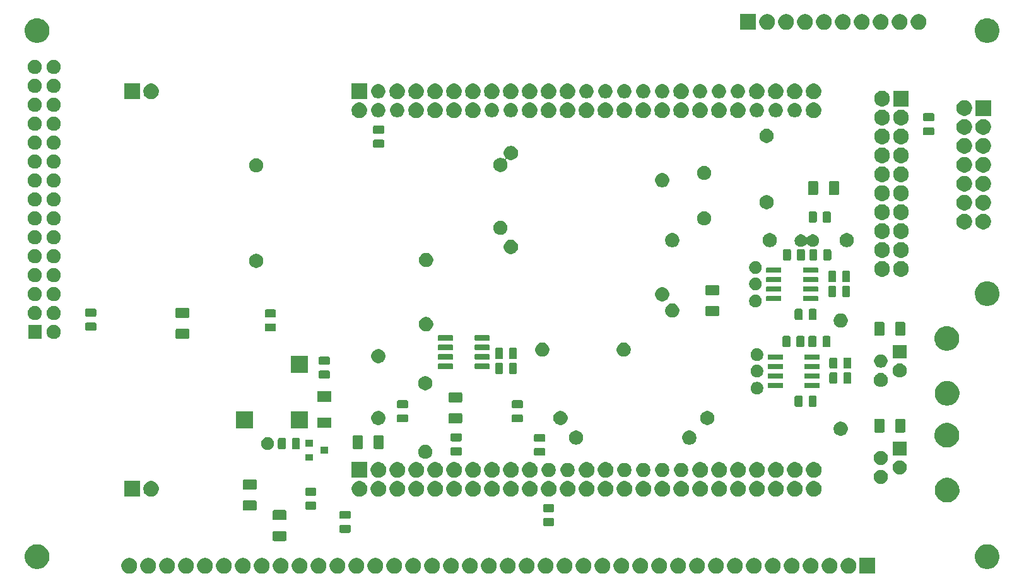
<source format=gbr>
G04 #@! TF.GenerationSoftware,KiCad,Pcbnew,(5.1.5)-3*
G04 #@! TF.CreationDate,2020-04-11T16:11:48+03:00*
G04 #@! TF.ProjectId,stendas,7374656e-6461-4732-9e6b-696361645f70,rev?*
G04 #@! TF.SameCoordinates,Original*
G04 #@! TF.FileFunction,Soldermask,Top*
G04 #@! TF.FilePolarity,Negative*
%FSLAX46Y46*%
G04 Gerber Fmt 4.6, Leading zero omitted, Abs format (unit mm)*
G04 Created by KiCad (PCBNEW (5.1.5)-3) date 2020-04-11 16:11:48*
%MOMM*%
%LPD*%
G04 APERTURE LIST*
%ADD10C,0.100000*%
G04 APERTURE END LIST*
D10*
G36*
X124106564Y-139989389D02*
G01*
X124297833Y-140068615D01*
X124297835Y-140068616D01*
X124469973Y-140183635D01*
X124616365Y-140330027D01*
X124731385Y-140502167D01*
X124810611Y-140693436D01*
X124851000Y-140896484D01*
X124851000Y-141103516D01*
X124810611Y-141306564D01*
X124731385Y-141497833D01*
X124731384Y-141497835D01*
X124616365Y-141669973D01*
X124469973Y-141816365D01*
X124297835Y-141931384D01*
X124297834Y-141931385D01*
X124297833Y-141931385D01*
X124106564Y-142010611D01*
X123903516Y-142051000D01*
X123696484Y-142051000D01*
X123493436Y-142010611D01*
X123302167Y-141931385D01*
X123302166Y-141931385D01*
X123302165Y-141931384D01*
X123130027Y-141816365D01*
X122983635Y-141669973D01*
X122868616Y-141497835D01*
X122868615Y-141497833D01*
X122789389Y-141306564D01*
X122749000Y-141103516D01*
X122749000Y-140896484D01*
X122789389Y-140693436D01*
X122868615Y-140502167D01*
X122983635Y-140330027D01*
X123130027Y-140183635D01*
X123302165Y-140068616D01*
X123302167Y-140068615D01*
X123493436Y-139989389D01*
X123696484Y-139949000D01*
X123903516Y-139949000D01*
X124106564Y-139989389D01*
G37*
G36*
X121566564Y-139989389D02*
G01*
X121757833Y-140068615D01*
X121757835Y-140068616D01*
X121929973Y-140183635D01*
X122076365Y-140330027D01*
X122191385Y-140502167D01*
X122270611Y-140693436D01*
X122311000Y-140896484D01*
X122311000Y-141103516D01*
X122270611Y-141306564D01*
X122191385Y-141497833D01*
X122191384Y-141497835D01*
X122076365Y-141669973D01*
X121929973Y-141816365D01*
X121757835Y-141931384D01*
X121757834Y-141931385D01*
X121757833Y-141931385D01*
X121566564Y-142010611D01*
X121363516Y-142051000D01*
X121156484Y-142051000D01*
X120953436Y-142010611D01*
X120762167Y-141931385D01*
X120762166Y-141931385D01*
X120762165Y-141931384D01*
X120590027Y-141816365D01*
X120443635Y-141669973D01*
X120328616Y-141497835D01*
X120328615Y-141497833D01*
X120249389Y-141306564D01*
X120209000Y-141103516D01*
X120209000Y-140896484D01*
X120249389Y-140693436D01*
X120328615Y-140502167D01*
X120443635Y-140330027D01*
X120590027Y-140183635D01*
X120762165Y-140068616D01*
X120762167Y-140068615D01*
X120953436Y-139989389D01*
X121156484Y-139949000D01*
X121363516Y-139949000D01*
X121566564Y-139989389D01*
G37*
G36*
X201051000Y-142051000D02*
G01*
X198949000Y-142051000D01*
X198949000Y-139949000D01*
X201051000Y-139949000D01*
X201051000Y-142051000D01*
G37*
G36*
X101246564Y-139989389D02*
G01*
X101437833Y-140068615D01*
X101437835Y-140068616D01*
X101609973Y-140183635D01*
X101756365Y-140330027D01*
X101871385Y-140502167D01*
X101950611Y-140693436D01*
X101991000Y-140896484D01*
X101991000Y-141103516D01*
X101950611Y-141306564D01*
X101871385Y-141497833D01*
X101871384Y-141497835D01*
X101756365Y-141669973D01*
X101609973Y-141816365D01*
X101437835Y-141931384D01*
X101437834Y-141931385D01*
X101437833Y-141931385D01*
X101246564Y-142010611D01*
X101043516Y-142051000D01*
X100836484Y-142051000D01*
X100633436Y-142010611D01*
X100442167Y-141931385D01*
X100442166Y-141931385D01*
X100442165Y-141931384D01*
X100270027Y-141816365D01*
X100123635Y-141669973D01*
X100008616Y-141497835D01*
X100008615Y-141497833D01*
X99929389Y-141306564D01*
X99889000Y-141103516D01*
X99889000Y-140896484D01*
X99929389Y-140693436D01*
X100008615Y-140502167D01*
X100123635Y-140330027D01*
X100270027Y-140183635D01*
X100442165Y-140068616D01*
X100442167Y-140068615D01*
X100633436Y-139989389D01*
X100836484Y-139949000D01*
X101043516Y-139949000D01*
X101246564Y-139989389D01*
G37*
G36*
X103786564Y-139989389D02*
G01*
X103977833Y-140068615D01*
X103977835Y-140068616D01*
X104149973Y-140183635D01*
X104296365Y-140330027D01*
X104411385Y-140502167D01*
X104490611Y-140693436D01*
X104531000Y-140896484D01*
X104531000Y-141103516D01*
X104490611Y-141306564D01*
X104411385Y-141497833D01*
X104411384Y-141497835D01*
X104296365Y-141669973D01*
X104149973Y-141816365D01*
X103977835Y-141931384D01*
X103977834Y-141931385D01*
X103977833Y-141931385D01*
X103786564Y-142010611D01*
X103583516Y-142051000D01*
X103376484Y-142051000D01*
X103173436Y-142010611D01*
X102982167Y-141931385D01*
X102982166Y-141931385D01*
X102982165Y-141931384D01*
X102810027Y-141816365D01*
X102663635Y-141669973D01*
X102548616Y-141497835D01*
X102548615Y-141497833D01*
X102469389Y-141306564D01*
X102429000Y-141103516D01*
X102429000Y-140896484D01*
X102469389Y-140693436D01*
X102548615Y-140502167D01*
X102663635Y-140330027D01*
X102810027Y-140183635D01*
X102982165Y-140068616D01*
X102982167Y-140068615D01*
X103173436Y-139989389D01*
X103376484Y-139949000D01*
X103583516Y-139949000D01*
X103786564Y-139989389D01*
G37*
G36*
X106326564Y-139989389D02*
G01*
X106517833Y-140068615D01*
X106517835Y-140068616D01*
X106689973Y-140183635D01*
X106836365Y-140330027D01*
X106951385Y-140502167D01*
X107030611Y-140693436D01*
X107071000Y-140896484D01*
X107071000Y-141103516D01*
X107030611Y-141306564D01*
X106951385Y-141497833D01*
X106951384Y-141497835D01*
X106836365Y-141669973D01*
X106689973Y-141816365D01*
X106517835Y-141931384D01*
X106517834Y-141931385D01*
X106517833Y-141931385D01*
X106326564Y-142010611D01*
X106123516Y-142051000D01*
X105916484Y-142051000D01*
X105713436Y-142010611D01*
X105522167Y-141931385D01*
X105522166Y-141931385D01*
X105522165Y-141931384D01*
X105350027Y-141816365D01*
X105203635Y-141669973D01*
X105088616Y-141497835D01*
X105088615Y-141497833D01*
X105009389Y-141306564D01*
X104969000Y-141103516D01*
X104969000Y-140896484D01*
X105009389Y-140693436D01*
X105088615Y-140502167D01*
X105203635Y-140330027D01*
X105350027Y-140183635D01*
X105522165Y-140068616D01*
X105522167Y-140068615D01*
X105713436Y-139989389D01*
X105916484Y-139949000D01*
X106123516Y-139949000D01*
X106326564Y-139989389D01*
G37*
G36*
X108866564Y-139989389D02*
G01*
X109057833Y-140068615D01*
X109057835Y-140068616D01*
X109229973Y-140183635D01*
X109376365Y-140330027D01*
X109491385Y-140502167D01*
X109570611Y-140693436D01*
X109611000Y-140896484D01*
X109611000Y-141103516D01*
X109570611Y-141306564D01*
X109491385Y-141497833D01*
X109491384Y-141497835D01*
X109376365Y-141669973D01*
X109229973Y-141816365D01*
X109057835Y-141931384D01*
X109057834Y-141931385D01*
X109057833Y-141931385D01*
X108866564Y-142010611D01*
X108663516Y-142051000D01*
X108456484Y-142051000D01*
X108253436Y-142010611D01*
X108062167Y-141931385D01*
X108062166Y-141931385D01*
X108062165Y-141931384D01*
X107890027Y-141816365D01*
X107743635Y-141669973D01*
X107628616Y-141497835D01*
X107628615Y-141497833D01*
X107549389Y-141306564D01*
X107509000Y-141103516D01*
X107509000Y-140896484D01*
X107549389Y-140693436D01*
X107628615Y-140502167D01*
X107743635Y-140330027D01*
X107890027Y-140183635D01*
X108062165Y-140068616D01*
X108062167Y-140068615D01*
X108253436Y-139989389D01*
X108456484Y-139949000D01*
X108663516Y-139949000D01*
X108866564Y-139989389D01*
G37*
G36*
X111406564Y-139989389D02*
G01*
X111597833Y-140068615D01*
X111597835Y-140068616D01*
X111769973Y-140183635D01*
X111916365Y-140330027D01*
X112031385Y-140502167D01*
X112110611Y-140693436D01*
X112151000Y-140896484D01*
X112151000Y-141103516D01*
X112110611Y-141306564D01*
X112031385Y-141497833D01*
X112031384Y-141497835D01*
X111916365Y-141669973D01*
X111769973Y-141816365D01*
X111597835Y-141931384D01*
X111597834Y-141931385D01*
X111597833Y-141931385D01*
X111406564Y-142010611D01*
X111203516Y-142051000D01*
X110996484Y-142051000D01*
X110793436Y-142010611D01*
X110602167Y-141931385D01*
X110602166Y-141931385D01*
X110602165Y-141931384D01*
X110430027Y-141816365D01*
X110283635Y-141669973D01*
X110168616Y-141497835D01*
X110168615Y-141497833D01*
X110089389Y-141306564D01*
X110049000Y-141103516D01*
X110049000Y-140896484D01*
X110089389Y-140693436D01*
X110168615Y-140502167D01*
X110283635Y-140330027D01*
X110430027Y-140183635D01*
X110602165Y-140068616D01*
X110602167Y-140068615D01*
X110793436Y-139989389D01*
X110996484Y-139949000D01*
X111203516Y-139949000D01*
X111406564Y-139989389D01*
G37*
G36*
X113946564Y-139989389D02*
G01*
X114137833Y-140068615D01*
X114137835Y-140068616D01*
X114309973Y-140183635D01*
X114456365Y-140330027D01*
X114571385Y-140502167D01*
X114650611Y-140693436D01*
X114691000Y-140896484D01*
X114691000Y-141103516D01*
X114650611Y-141306564D01*
X114571385Y-141497833D01*
X114571384Y-141497835D01*
X114456365Y-141669973D01*
X114309973Y-141816365D01*
X114137835Y-141931384D01*
X114137834Y-141931385D01*
X114137833Y-141931385D01*
X113946564Y-142010611D01*
X113743516Y-142051000D01*
X113536484Y-142051000D01*
X113333436Y-142010611D01*
X113142167Y-141931385D01*
X113142166Y-141931385D01*
X113142165Y-141931384D01*
X112970027Y-141816365D01*
X112823635Y-141669973D01*
X112708616Y-141497835D01*
X112708615Y-141497833D01*
X112629389Y-141306564D01*
X112589000Y-141103516D01*
X112589000Y-140896484D01*
X112629389Y-140693436D01*
X112708615Y-140502167D01*
X112823635Y-140330027D01*
X112970027Y-140183635D01*
X113142165Y-140068616D01*
X113142167Y-140068615D01*
X113333436Y-139989389D01*
X113536484Y-139949000D01*
X113743516Y-139949000D01*
X113946564Y-139989389D01*
G37*
G36*
X116486564Y-139989389D02*
G01*
X116677833Y-140068615D01*
X116677835Y-140068616D01*
X116849973Y-140183635D01*
X116996365Y-140330027D01*
X117111385Y-140502167D01*
X117190611Y-140693436D01*
X117231000Y-140896484D01*
X117231000Y-141103516D01*
X117190611Y-141306564D01*
X117111385Y-141497833D01*
X117111384Y-141497835D01*
X116996365Y-141669973D01*
X116849973Y-141816365D01*
X116677835Y-141931384D01*
X116677834Y-141931385D01*
X116677833Y-141931385D01*
X116486564Y-142010611D01*
X116283516Y-142051000D01*
X116076484Y-142051000D01*
X115873436Y-142010611D01*
X115682167Y-141931385D01*
X115682166Y-141931385D01*
X115682165Y-141931384D01*
X115510027Y-141816365D01*
X115363635Y-141669973D01*
X115248616Y-141497835D01*
X115248615Y-141497833D01*
X115169389Y-141306564D01*
X115129000Y-141103516D01*
X115129000Y-140896484D01*
X115169389Y-140693436D01*
X115248615Y-140502167D01*
X115363635Y-140330027D01*
X115510027Y-140183635D01*
X115682165Y-140068616D01*
X115682167Y-140068615D01*
X115873436Y-139989389D01*
X116076484Y-139949000D01*
X116283516Y-139949000D01*
X116486564Y-139989389D01*
G37*
G36*
X119026564Y-139989389D02*
G01*
X119217833Y-140068615D01*
X119217835Y-140068616D01*
X119389973Y-140183635D01*
X119536365Y-140330027D01*
X119651385Y-140502167D01*
X119730611Y-140693436D01*
X119771000Y-140896484D01*
X119771000Y-141103516D01*
X119730611Y-141306564D01*
X119651385Y-141497833D01*
X119651384Y-141497835D01*
X119536365Y-141669973D01*
X119389973Y-141816365D01*
X119217835Y-141931384D01*
X119217834Y-141931385D01*
X119217833Y-141931385D01*
X119026564Y-142010611D01*
X118823516Y-142051000D01*
X118616484Y-142051000D01*
X118413436Y-142010611D01*
X118222167Y-141931385D01*
X118222166Y-141931385D01*
X118222165Y-141931384D01*
X118050027Y-141816365D01*
X117903635Y-141669973D01*
X117788616Y-141497835D01*
X117788615Y-141497833D01*
X117709389Y-141306564D01*
X117669000Y-141103516D01*
X117669000Y-140896484D01*
X117709389Y-140693436D01*
X117788615Y-140502167D01*
X117903635Y-140330027D01*
X118050027Y-140183635D01*
X118222165Y-140068616D01*
X118222167Y-140068615D01*
X118413436Y-139989389D01*
X118616484Y-139949000D01*
X118823516Y-139949000D01*
X119026564Y-139989389D01*
G37*
G36*
X149506564Y-139989389D02*
G01*
X149697833Y-140068615D01*
X149697835Y-140068616D01*
X149869973Y-140183635D01*
X150016365Y-140330027D01*
X150131385Y-140502167D01*
X150210611Y-140693436D01*
X150251000Y-140896484D01*
X150251000Y-141103516D01*
X150210611Y-141306564D01*
X150131385Y-141497833D01*
X150131384Y-141497835D01*
X150016365Y-141669973D01*
X149869973Y-141816365D01*
X149697835Y-141931384D01*
X149697834Y-141931385D01*
X149697833Y-141931385D01*
X149506564Y-142010611D01*
X149303516Y-142051000D01*
X149096484Y-142051000D01*
X148893436Y-142010611D01*
X148702167Y-141931385D01*
X148702166Y-141931385D01*
X148702165Y-141931384D01*
X148530027Y-141816365D01*
X148383635Y-141669973D01*
X148268616Y-141497835D01*
X148268615Y-141497833D01*
X148189389Y-141306564D01*
X148149000Y-141103516D01*
X148149000Y-140896484D01*
X148189389Y-140693436D01*
X148268615Y-140502167D01*
X148383635Y-140330027D01*
X148530027Y-140183635D01*
X148702165Y-140068616D01*
X148702167Y-140068615D01*
X148893436Y-139989389D01*
X149096484Y-139949000D01*
X149303516Y-139949000D01*
X149506564Y-139989389D01*
G37*
G36*
X126646564Y-139989389D02*
G01*
X126837833Y-140068615D01*
X126837835Y-140068616D01*
X127009973Y-140183635D01*
X127156365Y-140330027D01*
X127271385Y-140502167D01*
X127350611Y-140693436D01*
X127391000Y-140896484D01*
X127391000Y-141103516D01*
X127350611Y-141306564D01*
X127271385Y-141497833D01*
X127271384Y-141497835D01*
X127156365Y-141669973D01*
X127009973Y-141816365D01*
X126837835Y-141931384D01*
X126837834Y-141931385D01*
X126837833Y-141931385D01*
X126646564Y-142010611D01*
X126443516Y-142051000D01*
X126236484Y-142051000D01*
X126033436Y-142010611D01*
X125842167Y-141931385D01*
X125842166Y-141931385D01*
X125842165Y-141931384D01*
X125670027Y-141816365D01*
X125523635Y-141669973D01*
X125408616Y-141497835D01*
X125408615Y-141497833D01*
X125329389Y-141306564D01*
X125289000Y-141103516D01*
X125289000Y-140896484D01*
X125329389Y-140693436D01*
X125408615Y-140502167D01*
X125523635Y-140330027D01*
X125670027Y-140183635D01*
X125842165Y-140068616D01*
X125842167Y-140068615D01*
X126033436Y-139989389D01*
X126236484Y-139949000D01*
X126443516Y-139949000D01*
X126646564Y-139989389D01*
G37*
G36*
X129186564Y-139989389D02*
G01*
X129377833Y-140068615D01*
X129377835Y-140068616D01*
X129549973Y-140183635D01*
X129696365Y-140330027D01*
X129811385Y-140502167D01*
X129890611Y-140693436D01*
X129931000Y-140896484D01*
X129931000Y-141103516D01*
X129890611Y-141306564D01*
X129811385Y-141497833D01*
X129811384Y-141497835D01*
X129696365Y-141669973D01*
X129549973Y-141816365D01*
X129377835Y-141931384D01*
X129377834Y-141931385D01*
X129377833Y-141931385D01*
X129186564Y-142010611D01*
X128983516Y-142051000D01*
X128776484Y-142051000D01*
X128573436Y-142010611D01*
X128382167Y-141931385D01*
X128382166Y-141931385D01*
X128382165Y-141931384D01*
X128210027Y-141816365D01*
X128063635Y-141669973D01*
X127948616Y-141497835D01*
X127948615Y-141497833D01*
X127869389Y-141306564D01*
X127829000Y-141103516D01*
X127829000Y-140896484D01*
X127869389Y-140693436D01*
X127948615Y-140502167D01*
X128063635Y-140330027D01*
X128210027Y-140183635D01*
X128382165Y-140068616D01*
X128382167Y-140068615D01*
X128573436Y-139989389D01*
X128776484Y-139949000D01*
X128983516Y-139949000D01*
X129186564Y-139989389D01*
G37*
G36*
X131726564Y-139989389D02*
G01*
X131917833Y-140068615D01*
X131917835Y-140068616D01*
X132089973Y-140183635D01*
X132236365Y-140330027D01*
X132351385Y-140502167D01*
X132430611Y-140693436D01*
X132471000Y-140896484D01*
X132471000Y-141103516D01*
X132430611Y-141306564D01*
X132351385Y-141497833D01*
X132351384Y-141497835D01*
X132236365Y-141669973D01*
X132089973Y-141816365D01*
X131917835Y-141931384D01*
X131917834Y-141931385D01*
X131917833Y-141931385D01*
X131726564Y-142010611D01*
X131523516Y-142051000D01*
X131316484Y-142051000D01*
X131113436Y-142010611D01*
X130922167Y-141931385D01*
X130922166Y-141931385D01*
X130922165Y-141931384D01*
X130750027Y-141816365D01*
X130603635Y-141669973D01*
X130488616Y-141497835D01*
X130488615Y-141497833D01*
X130409389Y-141306564D01*
X130369000Y-141103516D01*
X130369000Y-140896484D01*
X130409389Y-140693436D01*
X130488615Y-140502167D01*
X130603635Y-140330027D01*
X130750027Y-140183635D01*
X130922165Y-140068616D01*
X130922167Y-140068615D01*
X131113436Y-139989389D01*
X131316484Y-139949000D01*
X131523516Y-139949000D01*
X131726564Y-139989389D01*
G37*
G36*
X134266564Y-139989389D02*
G01*
X134457833Y-140068615D01*
X134457835Y-140068616D01*
X134629973Y-140183635D01*
X134776365Y-140330027D01*
X134891385Y-140502167D01*
X134970611Y-140693436D01*
X135011000Y-140896484D01*
X135011000Y-141103516D01*
X134970611Y-141306564D01*
X134891385Y-141497833D01*
X134891384Y-141497835D01*
X134776365Y-141669973D01*
X134629973Y-141816365D01*
X134457835Y-141931384D01*
X134457834Y-141931385D01*
X134457833Y-141931385D01*
X134266564Y-142010611D01*
X134063516Y-142051000D01*
X133856484Y-142051000D01*
X133653436Y-142010611D01*
X133462167Y-141931385D01*
X133462166Y-141931385D01*
X133462165Y-141931384D01*
X133290027Y-141816365D01*
X133143635Y-141669973D01*
X133028616Y-141497835D01*
X133028615Y-141497833D01*
X132949389Y-141306564D01*
X132909000Y-141103516D01*
X132909000Y-140896484D01*
X132949389Y-140693436D01*
X133028615Y-140502167D01*
X133143635Y-140330027D01*
X133290027Y-140183635D01*
X133462165Y-140068616D01*
X133462167Y-140068615D01*
X133653436Y-139989389D01*
X133856484Y-139949000D01*
X134063516Y-139949000D01*
X134266564Y-139989389D01*
G37*
G36*
X136806564Y-139989389D02*
G01*
X136997833Y-140068615D01*
X136997835Y-140068616D01*
X137169973Y-140183635D01*
X137316365Y-140330027D01*
X137431385Y-140502167D01*
X137510611Y-140693436D01*
X137551000Y-140896484D01*
X137551000Y-141103516D01*
X137510611Y-141306564D01*
X137431385Y-141497833D01*
X137431384Y-141497835D01*
X137316365Y-141669973D01*
X137169973Y-141816365D01*
X136997835Y-141931384D01*
X136997834Y-141931385D01*
X136997833Y-141931385D01*
X136806564Y-142010611D01*
X136603516Y-142051000D01*
X136396484Y-142051000D01*
X136193436Y-142010611D01*
X136002167Y-141931385D01*
X136002166Y-141931385D01*
X136002165Y-141931384D01*
X135830027Y-141816365D01*
X135683635Y-141669973D01*
X135568616Y-141497835D01*
X135568615Y-141497833D01*
X135489389Y-141306564D01*
X135449000Y-141103516D01*
X135449000Y-140896484D01*
X135489389Y-140693436D01*
X135568615Y-140502167D01*
X135683635Y-140330027D01*
X135830027Y-140183635D01*
X136002165Y-140068616D01*
X136002167Y-140068615D01*
X136193436Y-139989389D01*
X136396484Y-139949000D01*
X136603516Y-139949000D01*
X136806564Y-139989389D01*
G37*
G36*
X139346564Y-139989389D02*
G01*
X139537833Y-140068615D01*
X139537835Y-140068616D01*
X139709973Y-140183635D01*
X139856365Y-140330027D01*
X139971385Y-140502167D01*
X140050611Y-140693436D01*
X140091000Y-140896484D01*
X140091000Y-141103516D01*
X140050611Y-141306564D01*
X139971385Y-141497833D01*
X139971384Y-141497835D01*
X139856365Y-141669973D01*
X139709973Y-141816365D01*
X139537835Y-141931384D01*
X139537834Y-141931385D01*
X139537833Y-141931385D01*
X139346564Y-142010611D01*
X139143516Y-142051000D01*
X138936484Y-142051000D01*
X138733436Y-142010611D01*
X138542167Y-141931385D01*
X138542166Y-141931385D01*
X138542165Y-141931384D01*
X138370027Y-141816365D01*
X138223635Y-141669973D01*
X138108616Y-141497835D01*
X138108615Y-141497833D01*
X138029389Y-141306564D01*
X137989000Y-141103516D01*
X137989000Y-140896484D01*
X138029389Y-140693436D01*
X138108615Y-140502167D01*
X138223635Y-140330027D01*
X138370027Y-140183635D01*
X138542165Y-140068616D01*
X138542167Y-140068615D01*
X138733436Y-139989389D01*
X138936484Y-139949000D01*
X139143516Y-139949000D01*
X139346564Y-139989389D01*
G37*
G36*
X141886564Y-139989389D02*
G01*
X142077833Y-140068615D01*
X142077835Y-140068616D01*
X142249973Y-140183635D01*
X142396365Y-140330027D01*
X142511385Y-140502167D01*
X142590611Y-140693436D01*
X142631000Y-140896484D01*
X142631000Y-141103516D01*
X142590611Y-141306564D01*
X142511385Y-141497833D01*
X142511384Y-141497835D01*
X142396365Y-141669973D01*
X142249973Y-141816365D01*
X142077835Y-141931384D01*
X142077834Y-141931385D01*
X142077833Y-141931385D01*
X141886564Y-142010611D01*
X141683516Y-142051000D01*
X141476484Y-142051000D01*
X141273436Y-142010611D01*
X141082167Y-141931385D01*
X141082166Y-141931385D01*
X141082165Y-141931384D01*
X140910027Y-141816365D01*
X140763635Y-141669973D01*
X140648616Y-141497835D01*
X140648615Y-141497833D01*
X140569389Y-141306564D01*
X140529000Y-141103516D01*
X140529000Y-140896484D01*
X140569389Y-140693436D01*
X140648615Y-140502167D01*
X140763635Y-140330027D01*
X140910027Y-140183635D01*
X141082165Y-140068616D01*
X141082167Y-140068615D01*
X141273436Y-139989389D01*
X141476484Y-139949000D01*
X141683516Y-139949000D01*
X141886564Y-139989389D01*
G37*
G36*
X144426564Y-139989389D02*
G01*
X144617833Y-140068615D01*
X144617835Y-140068616D01*
X144789973Y-140183635D01*
X144936365Y-140330027D01*
X145051385Y-140502167D01*
X145130611Y-140693436D01*
X145171000Y-140896484D01*
X145171000Y-141103516D01*
X145130611Y-141306564D01*
X145051385Y-141497833D01*
X145051384Y-141497835D01*
X144936365Y-141669973D01*
X144789973Y-141816365D01*
X144617835Y-141931384D01*
X144617834Y-141931385D01*
X144617833Y-141931385D01*
X144426564Y-142010611D01*
X144223516Y-142051000D01*
X144016484Y-142051000D01*
X143813436Y-142010611D01*
X143622167Y-141931385D01*
X143622166Y-141931385D01*
X143622165Y-141931384D01*
X143450027Y-141816365D01*
X143303635Y-141669973D01*
X143188616Y-141497835D01*
X143188615Y-141497833D01*
X143109389Y-141306564D01*
X143069000Y-141103516D01*
X143069000Y-140896484D01*
X143109389Y-140693436D01*
X143188615Y-140502167D01*
X143303635Y-140330027D01*
X143450027Y-140183635D01*
X143622165Y-140068616D01*
X143622167Y-140068615D01*
X143813436Y-139989389D01*
X144016484Y-139949000D01*
X144223516Y-139949000D01*
X144426564Y-139989389D01*
G37*
G36*
X174906564Y-139989389D02*
G01*
X175097833Y-140068615D01*
X175097835Y-140068616D01*
X175269973Y-140183635D01*
X175416365Y-140330027D01*
X175531385Y-140502167D01*
X175610611Y-140693436D01*
X175651000Y-140896484D01*
X175651000Y-141103516D01*
X175610611Y-141306564D01*
X175531385Y-141497833D01*
X175531384Y-141497835D01*
X175416365Y-141669973D01*
X175269973Y-141816365D01*
X175097835Y-141931384D01*
X175097834Y-141931385D01*
X175097833Y-141931385D01*
X174906564Y-142010611D01*
X174703516Y-142051000D01*
X174496484Y-142051000D01*
X174293436Y-142010611D01*
X174102167Y-141931385D01*
X174102166Y-141931385D01*
X174102165Y-141931384D01*
X173930027Y-141816365D01*
X173783635Y-141669973D01*
X173668616Y-141497835D01*
X173668615Y-141497833D01*
X173589389Y-141306564D01*
X173549000Y-141103516D01*
X173549000Y-140896484D01*
X173589389Y-140693436D01*
X173668615Y-140502167D01*
X173783635Y-140330027D01*
X173930027Y-140183635D01*
X174102165Y-140068616D01*
X174102167Y-140068615D01*
X174293436Y-139989389D01*
X174496484Y-139949000D01*
X174703516Y-139949000D01*
X174906564Y-139989389D01*
G37*
G36*
X169826564Y-139989389D02*
G01*
X170017833Y-140068615D01*
X170017835Y-140068616D01*
X170189973Y-140183635D01*
X170336365Y-140330027D01*
X170451385Y-140502167D01*
X170530611Y-140693436D01*
X170571000Y-140896484D01*
X170571000Y-141103516D01*
X170530611Y-141306564D01*
X170451385Y-141497833D01*
X170451384Y-141497835D01*
X170336365Y-141669973D01*
X170189973Y-141816365D01*
X170017835Y-141931384D01*
X170017834Y-141931385D01*
X170017833Y-141931385D01*
X169826564Y-142010611D01*
X169623516Y-142051000D01*
X169416484Y-142051000D01*
X169213436Y-142010611D01*
X169022167Y-141931385D01*
X169022166Y-141931385D01*
X169022165Y-141931384D01*
X168850027Y-141816365D01*
X168703635Y-141669973D01*
X168588616Y-141497835D01*
X168588615Y-141497833D01*
X168509389Y-141306564D01*
X168469000Y-141103516D01*
X168469000Y-140896484D01*
X168509389Y-140693436D01*
X168588615Y-140502167D01*
X168703635Y-140330027D01*
X168850027Y-140183635D01*
X169022165Y-140068616D01*
X169022167Y-140068615D01*
X169213436Y-139989389D01*
X169416484Y-139949000D01*
X169623516Y-139949000D01*
X169826564Y-139989389D01*
G37*
G36*
X197766564Y-139989389D02*
G01*
X197957833Y-140068615D01*
X197957835Y-140068616D01*
X198129973Y-140183635D01*
X198276365Y-140330027D01*
X198391385Y-140502167D01*
X198470611Y-140693436D01*
X198511000Y-140896484D01*
X198511000Y-141103516D01*
X198470611Y-141306564D01*
X198391385Y-141497833D01*
X198391384Y-141497835D01*
X198276365Y-141669973D01*
X198129973Y-141816365D01*
X197957835Y-141931384D01*
X197957834Y-141931385D01*
X197957833Y-141931385D01*
X197766564Y-142010611D01*
X197563516Y-142051000D01*
X197356484Y-142051000D01*
X197153436Y-142010611D01*
X196962167Y-141931385D01*
X196962166Y-141931385D01*
X196962165Y-141931384D01*
X196790027Y-141816365D01*
X196643635Y-141669973D01*
X196528616Y-141497835D01*
X196528615Y-141497833D01*
X196449389Y-141306564D01*
X196409000Y-141103516D01*
X196409000Y-140896484D01*
X196449389Y-140693436D01*
X196528615Y-140502167D01*
X196643635Y-140330027D01*
X196790027Y-140183635D01*
X196962165Y-140068616D01*
X196962167Y-140068615D01*
X197153436Y-139989389D01*
X197356484Y-139949000D01*
X197563516Y-139949000D01*
X197766564Y-139989389D01*
G37*
G36*
X152046564Y-139989389D02*
G01*
X152237833Y-140068615D01*
X152237835Y-140068616D01*
X152409973Y-140183635D01*
X152556365Y-140330027D01*
X152671385Y-140502167D01*
X152750611Y-140693436D01*
X152791000Y-140896484D01*
X152791000Y-141103516D01*
X152750611Y-141306564D01*
X152671385Y-141497833D01*
X152671384Y-141497835D01*
X152556365Y-141669973D01*
X152409973Y-141816365D01*
X152237835Y-141931384D01*
X152237834Y-141931385D01*
X152237833Y-141931385D01*
X152046564Y-142010611D01*
X151843516Y-142051000D01*
X151636484Y-142051000D01*
X151433436Y-142010611D01*
X151242167Y-141931385D01*
X151242166Y-141931385D01*
X151242165Y-141931384D01*
X151070027Y-141816365D01*
X150923635Y-141669973D01*
X150808616Y-141497835D01*
X150808615Y-141497833D01*
X150729389Y-141306564D01*
X150689000Y-141103516D01*
X150689000Y-140896484D01*
X150729389Y-140693436D01*
X150808615Y-140502167D01*
X150923635Y-140330027D01*
X151070027Y-140183635D01*
X151242165Y-140068616D01*
X151242167Y-140068615D01*
X151433436Y-139989389D01*
X151636484Y-139949000D01*
X151843516Y-139949000D01*
X152046564Y-139989389D01*
G37*
G36*
X154586564Y-139989389D02*
G01*
X154777833Y-140068615D01*
X154777835Y-140068616D01*
X154949973Y-140183635D01*
X155096365Y-140330027D01*
X155211385Y-140502167D01*
X155290611Y-140693436D01*
X155331000Y-140896484D01*
X155331000Y-141103516D01*
X155290611Y-141306564D01*
X155211385Y-141497833D01*
X155211384Y-141497835D01*
X155096365Y-141669973D01*
X154949973Y-141816365D01*
X154777835Y-141931384D01*
X154777834Y-141931385D01*
X154777833Y-141931385D01*
X154586564Y-142010611D01*
X154383516Y-142051000D01*
X154176484Y-142051000D01*
X153973436Y-142010611D01*
X153782167Y-141931385D01*
X153782166Y-141931385D01*
X153782165Y-141931384D01*
X153610027Y-141816365D01*
X153463635Y-141669973D01*
X153348616Y-141497835D01*
X153348615Y-141497833D01*
X153269389Y-141306564D01*
X153229000Y-141103516D01*
X153229000Y-140896484D01*
X153269389Y-140693436D01*
X153348615Y-140502167D01*
X153463635Y-140330027D01*
X153610027Y-140183635D01*
X153782165Y-140068616D01*
X153782167Y-140068615D01*
X153973436Y-139989389D01*
X154176484Y-139949000D01*
X154383516Y-139949000D01*
X154586564Y-139989389D01*
G37*
G36*
X157126564Y-139989389D02*
G01*
X157317833Y-140068615D01*
X157317835Y-140068616D01*
X157489973Y-140183635D01*
X157636365Y-140330027D01*
X157751385Y-140502167D01*
X157830611Y-140693436D01*
X157871000Y-140896484D01*
X157871000Y-141103516D01*
X157830611Y-141306564D01*
X157751385Y-141497833D01*
X157751384Y-141497835D01*
X157636365Y-141669973D01*
X157489973Y-141816365D01*
X157317835Y-141931384D01*
X157317834Y-141931385D01*
X157317833Y-141931385D01*
X157126564Y-142010611D01*
X156923516Y-142051000D01*
X156716484Y-142051000D01*
X156513436Y-142010611D01*
X156322167Y-141931385D01*
X156322166Y-141931385D01*
X156322165Y-141931384D01*
X156150027Y-141816365D01*
X156003635Y-141669973D01*
X155888616Y-141497835D01*
X155888615Y-141497833D01*
X155809389Y-141306564D01*
X155769000Y-141103516D01*
X155769000Y-140896484D01*
X155809389Y-140693436D01*
X155888615Y-140502167D01*
X156003635Y-140330027D01*
X156150027Y-140183635D01*
X156322165Y-140068616D01*
X156322167Y-140068615D01*
X156513436Y-139989389D01*
X156716484Y-139949000D01*
X156923516Y-139949000D01*
X157126564Y-139989389D01*
G37*
G36*
X159666564Y-139989389D02*
G01*
X159857833Y-140068615D01*
X159857835Y-140068616D01*
X160029973Y-140183635D01*
X160176365Y-140330027D01*
X160291385Y-140502167D01*
X160370611Y-140693436D01*
X160411000Y-140896484D01*
X160411000Y-141103516D01*
X160370611Y-141306564D01*
X160291385Y-141497833D01*
X160291384Y-141497835D01*
X160176365Y-141669973D01*
X160029973Y-141816365D01*
X159857835Y-141931384D01*
X159857834Y-141931385D01*
X159857833Y-141931385D01*
X159666564Y-142010611D01*
X159463516Y-142051000D01*
X159256484Y-142051000D01*
X159053436Y-142010611D01*
X158862167Y-141931385D01*
X158862166Y-141931385D01*
X158862165Y-141931384D01*
X158690027Y-141816365D01*
X158543635Y-141669973D01*
X158428616Y-141497835D01*
X158428615Y-141497833D01*
X158349389Y-141306564D01*
X158309000Y-141103516D01*
X158309000Y-140896484D01*
X158349389Y-140693436D01*
X158428615Y-140502167D01*
X158543635Y-140330027D01*
X158690027Y-140183635D01*
X158862165Y-140068616D01*
X158862167Y-140068615D01*
X159053436Y-139989389D01*
X159256484Y-139949000D01*
X159463516Y-139949000D01*
X159666564Y-139989389D01*
G37*
G36*
X162206564Y-139989389D02*
G01*
X162397833Y-140068615D01*
X162397835Y-140068616D01*
X162569973Y-140183635D01*
X162716365Y-140330027D01*
X162831385Y-140502167D01*
X162910611Y-140693436D01*
X162951000Y-140896484D01*
X162951000Y-141103516D01*
X162910611Y-141306564D01*
X162831385Y-141497833D01*
X162831384Y-141497835D01*
X162716365Y-141669973D01*
X162569973Y-141816365D01*
X162397835Y-141931384D01*
X162397834Y-141931385D01*
X162397833Y-141931385D01*
X162206564Y-142010611D01*
X162003516Y-142051000D01*
X161796484Y-142051000D01*
X161593436Y-142010611D01*
X161402167Y-141931385D01*
X161402166Y-141931385D01*
X161402165Y-141931384D01*
X161230027Y-141816365D01*
X161083635Y-141669973D01*
X160968616Y-141497835D01*
X160968615Y-141497833D01*
X160889389Y-141306564D01*
X160849000Y-141103516D01*
X160849000Y-140896484D01*
X160889389Y-140693436D01*
X160968615Y-140502167D01*
X161083635Y-140330027D01*
X161230027Y-140183635D01*
X161402165Y-140068616D01*
X161402167Y-140068615D01*
X161593436Y-139989389D01*
X161796484Y-139949000D01*
X162003516Y-139949000D01*
X162206564Y-139989389D01*
G37*
G36*
X164746564Y-139989389D02*
G01*
X164937833Y-140068615D01*
X164937835Y-140068616D01*
X165109973Y-140183635D01*
X165256365Y-140330027D01*
X165371385Y-140502167D01*
X165450611Y-140693436D01*
X165491000Y-140896484D01*
X165491000Y-141103516D01*
X165450611Y-141306564D01*
X165371385Y-141497833D01*
X165371384Y-141497835D01*
X165256365Y-141669973D01*
X165109973Y-141816365D01*
X164937835Y-141931384D01*
X164937834Y-141931385D01*
X164937833Y-141931385D01*
X164746564Y-142010611D01*
X164543516Y-142051000D01*
X164336484Y-142051000D01*
X164133436Y-142010611D01*
X163942167Y-141931385D01*
X163942166Y-141931385D01*
X163942165Y-141931384D01*
X163770027Y-141816365D01*
X163623635Y-141669973D01*
X163508616Y-141497835D01*
X163508615Y-141497833D01*
X163429389Y-141306564D01*
X163389000Y-141103516D01*
X163389000Y-140896484D01*
X163429389Y-140693436D01*
X163508615Y-140502167D01*
X163623635Y-140330027D01*
X163770027Y-140183635D01*
X163942165Y-140068616D01*
X163942167Y-140068615D01*
X164133436Y-139989389D01*
X164336484Y-139949000D01*
X164543516Y-139949000D01*
X164746564Y-139989389D01*
G37*
G36*
X167286564Y-139989389D02*
G01*
X167477833Y-140068615D01*
X167477835Y-140068616D01*
X167649973Y-140183635D01*
X167796365Y-140330027D01*
X167911385Y-140502167D01*
X167990611Y-140693436D01*
X168031000Y-140896484D01*
X168031000Y-141103516D01*
X167990611Y-141306564D01*
X167911385Y-141497833D01*
X167911384Y-141497835D01*
X167796365Y-141669973D01*
X167649973Y-141816365D01*
X167477835Y-141931384D01*
X167477834Y-141931385D01*
X167477833Y-141931385D01*
X167286564Y-142010611D01*
X167083516Y-142051000D01*
X166876484Y-142051000D01*
X166673436Y-142010611D01*
X166482167Y-141931385D01*
X166482166Y-141931385D01*
X166482165Y-141931384D01*
X166310027Y-141816365D01*
X166163635Y-141669973D01*
X166048616Y-141497835D01*
X166048615Y-141497833D01*
X165969389Y-141306564D01*
X165929000Y-141103516D01*
X165929000Y-140896484D01*
X165969389Y-140693436D01*
X166048615Y-140502167D01*
X166163635Y-140330027D01*
X166310027Y-140183635D01*
X166482165Y-140068616D01*
X166482167Y-140068615D01*
X166673436Y-139989389D01*
X166876484Y-139949000D01*
X167083516Y-139949000D01*
X167286564Y-139989389D01*
G37*
G36*
X172366564Y-139989389D02*
G01*
X172557833Y-140068615D01*
X172557835Y-140068616D01*
X172729973Y-140183635D01*
X172876365Y-140330027D01*
X172991385Y-140502167D01*
X173070611Y-140693436D01*
X173111000Y-140896484D01*
X173111000Y-141103516D01*
X173070611Y-141306564D01*
X172991385Y-141497833D01*
X172991384Y-141497835D01*
X172876365Y-141669973D01*
X172729973Y-141816365D01*
X172557835Y-141931384D01*
X172557834Y-141931385D01*
X172557833Y-141931385D01*
X172366564Y-142010611D01*
X172163516Y-142051000D01*
X171956484Y-142051000D01*
X171753436Y-142010611D01*
X171562167Y-141931385D01*
X171562166Y-141931385D01*
X171562165Y-141931384D01*
X171390027Y-141816365D01*
X171243635Y-141669973D01*
X171128616Y-141497835D01*
X171128615Y-141497833D01*
X171049389Y-141306564D01*
X171009000Y-141103516D01*
X171009000Y-140896484D01*
X171049389Y-140693436D01*
X171128615Y-140502167D01*
X171243635Y-140330027D01*
X171390027Y-140183635D01*
X171562165Y-140068616D01*
X171562167Y-140068615D01*
X171753436Y-139989389D01*
X171956484Y-139949000D01*
X172163516Y-139949000D01*
X172366564Y-139989389D01*
G37*
G36*
X146966564Y-139989389D02*
G01*
X147157833Y-140068615D01*
X147157835Y-140068616D01*
X147329973Y-140183635D01*
X147476365Y-140330027D01*
X147591385Y-140502167D01*
X147670611Y-140693436D01*
X147711000Y-140896484D01*
X147711000Y-141103516D01*
X147670611Y-141306564D01*
X147591385Y-141497833D01*
X147591384Y-141497835D01*
X147476365Y-141669973D01*
X147329973Y-141816365D01*
X147157835Y-141931384D01*
X147157834Y-141931385D01*
X147157833Y-141931385D01*
X146966564Y-142010611D01*
X146763516Y-142051000D01*
X146556484Y-142051000D01*
X146353436Y-142010611D01*
X146162167Y-141931385D01*
X146162166Y-141931385D01*
X146162165Y-141931384D01*
X145990027Y-141816365D01*
X145843635Y-141669973D01*
X145728616Y-141497835D01*
X145728615Y-141497833D01*
X145649389Y-141306564D01*
X145609000Y-141103516D01*
X145609000Y-140896484D01*
X145649389Y-140693436D01*
X145728615Y-140502167D01*
X145843635Y-140330027D01*
X145990027Y-140183635D01*
X146162165Y-140068616D01*
X146162167Y-140068615D01*
X146353436Y-139989389D01*
X146556484Y-139949000D01*
X146763516Y-139949000D01*
X146966564Y-139989389D01*
G37*
G36*
X177446564Y-139989389D02*
G01*
X177637833Y-140068615D01*
X177637835Y-140068616D01*
X177809973Y-140183635D01*
X177956365Y-140330027D01*
X178071385Y-140502167D01*
X178150611Y-140693436D01*
X178191000Y-140896484D01*
X178191000Y-141103516D01*
X178150611Y-141306564D01*
X178071385Y-141497833D01*
X178071384Y-141497835D01*
X177956365Y-141669973D01*
X177809973Y-141816365D01*
X177637835Y-141931384D01*
X177637834Y-141931385D01*
X177637833Y-141931385D01*
X177446564Y-142010611D01*
X177243516Y-142051000D01*
X177036484Y-142051000D01*
X176833436Y-142010611D01*
X176642167Y-141931385D01*
X176642166Y-141931385D01*
X176642165Y-141931384D01*
X176470027Y-141816365D01*
X176323635Y-141669973D01*
X176208616Y-141497835D01*
X176208615Y-141497833D01*
X176129389Y-141306564D01*
X176089000Y-141103516D01*
X176089000Y-140896484D01*
X176129389Y-140693436D01*
X176208615Y-140502167D01*
X176323635Y-140330027D01*
X176470027Y-140183635D01*
X176642165Y-140068616D01*
X176642167Y-140068615D01*
X176833436Y-139989389D01*
X177036484Y-139949000D01*
X177243516Y-139949000D01*
X177446564Y-139989389D01*
G37*
G36*
X179986564Y-139989389D02*
G01*
X180177833Y-140068615D01*
X180177835Y-140068616D01*
X180349973Y-140183635D01*
X180496365Y-140330027D01*
X180611385Y-140502167D01*
X180690611Y-140693436D01*
X180731000Y-140896484D01*
X180731000Y-141103516D01*
X180690611Y-141306564D01*
X180611385Y-141497833D01*
X180611384Y-141497835D01*
X180496365Y-141669973D01*
X180349973Y-141816365D01*
X180177835Y-141931384D01*
X180177834Y-141931385D01*
X180177833Y-141931385D01*
X179986564Y-142010611D01*
X179783516Y-142051000D01*
X179576484Y-142051000D01*
X179373436Y-142010611D01*
X179182167Y-141931385D01*
X179182166Y-141931385D01*
X179182165Y-141931384D01*
X179010027Y-141816365D01*
X178863635Y-141669973D01*
X178748616Y-141497835D01*
X178748615Y-141497833D01*
X178669389Y-141306564D01*
X178629000Y-141103516D01*
X178629000Y-140896484D01*
X178669389Y-140693436D01*
X178748615Y-140502167D01*
X178863635Y-140330027D01*
X179010027Y-140183635D01*
X179182165Y-140068616D01*
X179182167Y-140068615D01*
X179373436Y-139989389D01*
X179576484Y-139949000D01*
X179783516Y-139949000D01*
X179986564Y-139989389D01*
G37*
G36*
X182526564Y-139989389D02*
G01*
X182717833Y-140068615D01*
X182717835Y-140068616D01*
X182889973Y-140183635D01*
X183036365Y-140330027D01*
X183151385Y-140502167D01*
X183230611Y-140693436D01*
X183271000Y-140896484D01*
X183271000Y-141103516D01*
X183230611Y-141306564D01*
X183151385Y-141497833D01*
X183151384Y-141497835D01*
X183036365Y-141669973D01*
X182889973Y-141816365D01*
X182717835Y-141931384D01*
X182717834Y-141931385D01*
X182717833Y-141931385D01*
X182526564Y-142010611D01*
X182323516Y-142051000D01*
X182116484Y-142051000D01*
X181913436Y-142010611D01*
X181722167Y-141931385D01*
X181722166Y-141931385D01*
X181722165Y-141931384D01*
X181550027Y-141816365D01*
X181403635Y-141669973D01*
X181288616Y-141497835D01*
X181288615Y-141497833D01*
X181209389Y-141306564D01*
X181169000Y-141103516D01*
X181169000Y-140896484D01*
X181209389Y-140693436D01*
X181288615Y-140502167D01*
X181403635Y-140330027D01*
X181550027Y-140183635D01*
X181722165Y-140068616D01*
X181722167Y-140068615D01*
X181913436Y-139989389D01*
X182116484Y-139949000D01*
X182323516Y-139949000D01*
X182526564Y-139989389D01*
G37*
G36*
X185066564Y-139989389D02*
G01*
X185257833Y-140068615D01*
X185257835Y-140068616D01*
X185429973Y-140183635D01*
X185576365Y-140330027D01*
X185691385Y-140502167D01*
X185770611Y-140693436D01*
X185811000Y-140896484D01*
X185811000Y-141103516D01*
X185770611Y-141306564D01*
X185691385Y-141497833D01*
X185691384Y-141497835D01*
X185576365Y-141669973D01*
X185429973Y-141816365D01*
X185257835Y-141931384D01*
X185257834Y-141931385D01*
X185257833Y-141931385D01*
X185066564Y-142010611D01*
X184863516Y-142051000D01*
X184656484Y-142051000D01*
X184453436Y-142010611D01*
X184262167Y-141931385D01*
X184262166Y-141931385D01*
X184262165Y-141931384D01*
X184090027Y-141816365D01*
X183943635Y-141669973D01*
X183828616Y-141497835D01*
X183828615Y-141497833D01*
X183749389Y-141306564D01*
X183709000Y-141103516D01*
X183709000Y-140896484D01*
X183749389Y-140693436D01*
X183828615Y-140502167D01*
X183943635Y-140330027D01*
X184090027Y-140183635D01*
X184262165Y-140068616D01*
X184262167Y-140068615D01*
X184453436Y-139989389D01*
X184656484Y-139949000D01*
X184863516Y-139949000D01*
X185066564Y-139989389D01*
G37*
G36*
X187606564Y-139989389D02*
G01*
X187797833Y-140068615D01*
X187797835Y-140068616D01*
X187969973Y-140183635D01*
X188116365Y-140330027D01*
X188231385Y-140502167D01*
X188310611Y-140693436D01*
X188351000Y-140896484D01*
X188351000Y-141103516D01*
X188310611Y-141306564D01*
X188231385Y-141497833D01*
X188231384Y-141497835D01*
X188116365Y-141669973D01*
X187969973Y-141816365D01*
X187797835Y-141931384D01*
X187797834Y-141931385D01*
X187797833Y-141931385D01*
X187606564Y-142010611D01*
X187403516Y-142051000D01*
X187196484Y-142051000D01*
X186993436Y-142010611D01*
X186802167Y-141931385D01*
X186802166Y-141931385D01*
X186802165Y-141931384D01*
X186630027Y-141816365D01*
X186483635Y-141669973D01*
X186368616Y-141497835D01*
X186368615Y-141497833D01*
X186289389Y-141306564D01*
X186249000Y-141103516D01*
X186249000Y-140896484D01*
X186289389Y-140693436D01*
X186368615Y-140502167D01*
X186483635Y-140330027D01*
X186630027Y-140183635D01*
X186802165Y-140068616D01*
X186802167Y-140068615D01*
X186993436Y-139989389D01*
X187196484Y-139949000D01*
X187403516Y-139949000D01*
X187606564Y-139989389D01*
G37*
G36*
X190146564Y-139989389D02*
G01*
X190337833Y-140068615D01*
X190337835Y-140068616D01*
X190509973Y-140183635D01*
X190656365Y-140330027D01*
X190771385Y-140502167D01*
X190850611Y-140693436D01*
X190891000Y-140896484D01*
X190891000Y-141103516D01*
X190850611Y-141306564D01*
X190771385Y-141497833D01*
X190771384Y-141497835D01*
X190656365Y-141669973D01*
X190509973Y-141816365D01*
X190337835Y-141931384D01*
X190337834Y-141931385D01*
X190337833Y-141931385D01*
X190146564Y-142010611D01*
X189943516Y-142051000D01*
X189736484Y-142051000D01*
X189533436Y-142010611D01*
X189342167Y-141931385D01*
X189342166Y-141931385D01*
X189342165Y-141931384D01*
X189170027Y-141816365D01*
X189023635Y-141669973D01*
X188908616Y-141497835D01*
X188908615Y-141497833D01*
X188829389Y-141306564D01*
X188789000Y-141103516D01*
X188789000Y-140896484D01*
X188829389Y-140693436D01*
X188908615Y-140502167D01*
X189023635Y-140330027D01*
X189170027Y-140183635D01*
X189342165Y-140068616D01*
X189342167Y-140068615D01*
X189533436Y-139989389D01*
X189736484Y-139949000D01*
X189943516Y-139949000D01*
X190146564Y-139989389D01*
G37*
G36*
X192686564Y-139989389D02*
G01*
X192877833Y-140068615D01*
X192877835Y-140068616D01*
X193049973Y-140183635D01*
X193196365Y-140330027D01*
X193311385Y-140502167D01*
X193390611Y-140693436D01*
X193431000Y-140896484D01*
X193431000Y-141103516D01*
X193390611Y-141306564D01*
X193311385Y-141497833D01*
X193311384Y-141497835D01*
X193196365Y-141669973D01*
X193049973Y-141816365D01*
X192877835Y-141931384D01*
X192877834Y-141931385D01*
X192877833Y-141931385D01*
X192686564Y-142010611D01*
X192483516Y-142051000D01*
X192276484Y-142051000D01*
X192073436Y-142010611D01*
X191882167Y-141931385D01*
X191882166Y-141931385D01*
X191882165Y-141931384D01*
X191710027Y-141816365D01*
X191563635Y-141669973D01*
X191448616Y-141497835D01*
X191448615Y-141497833D01*
X191369389Y-141306564D01*
X191329000Y-141103516D01*
X191329000Y-140896484D01*
X191369389Y-140693436D01*
X191448615Y-140502167D01*
X191563635Y-140330027D01*
X191710027Y-140183635D01*
X191882165Y-140068616D01*
X191882167Y-140068615D01*
X192073436Y-139989389D01*
X192276484Y-139949000D01*
X192483516Y-139949000D01*
X192686564Y-139989389D01*
G37*
G36*
X195226564Y-139989389D02*
G01*
X195417833Y-140068615D01*
X195417835Y-140068616D01*
X195589973Y-140183635D01*
X195736365Y-140330027D01*
X195851385Y-140502167D01*
X195930611Y-140693436D01*
X195971000Y-140896484D01*
X195971000Y-141103516D01*
X195930611Y-141306564D01*
X195851385Y-141497833D01*
X195851384Y-141497835D01*
X195736365Y-141669973D01*
X195589973Y-141816365D01*
X195417835Y-141931384D01*
X195417834Y-141931385D01*
X195417833Y-141931385D01*
X195226564Y-142010611D01*
X195023516Y-142051000D01*
X194816484Y-142051000D01*
X194613436Y-142010611D01*
X194422167Y-141931385D01*
X194422166Y-141931385D01*
X194422165Y-141931384D01*
X194250027Y-141816365D01*
X194103635Y-141669973D01*
X193988616Y-141497835D01*
X193988615Y-141497833D01*
X193909389Y-141306564D01*
X193869000Y-141103516D01*
X193869000Y-140896484D01*
X193909389Y-140693436D01*
X193988615Y-140502167D01*
X194103635Y-140330027D01*
X194250027Y-140183635D01*
X194422165Y-140068616D01*
X194422167Y-140068615D01*
X194613436Y-139989389D01*
X194816484Y-139949000D01*
X195023516Y-139949000D01*
X195226564Y-139989389D01*
G37*
G36*
X216442256Y-138158298D02*
G01*
X216548579Y-138179447D01*
X216849042Y-138303903D01*
X217119451Y-138484585D01*
X217349415Y-138714549D01*
X217530097Y-138984958D01*
X217654553Y-139285421D01*
X217718000Y-139604391D01*
X217718000Y-139929609D01*
X217654553Y-140248579D01*
X217530097Y-140549042D01*
X217349415Y-140819451D01*
X217119451Y-141049415D01*
X216849042Y-141230097D01*
X216548579Y-141354553D01*
X216442256Y-141375702D01*
X216229611Y-141418000D01*
X215904389Y-141418000D01*
X215691744Y-141375702D01*
X215585421Y-141354553D01*
X215284958Y-141230097D01*
X215014549Y-141049415D01*
X214784585Y-140819451D01*
X214603903Y-140549042D01*
X214479447Y-140248579D01*
X214416000Y-139929609D01*
X214416000Y-139604391D01*
X214479447Y-139285421D01*
X214603903Y-138984958D01*
X214784585Y-138714549D01*
X215014549Y-138484585D01*
X215284958Y-138303903D01*
X215585421Y-138179447D01*
X215691744Y-138158298D01*
X215904389Y-138116000D01*
X216229611Y-138116000D01*
X216442256Y-138158298D01*
G37*
G36*
X88942256Y-138158298D02*
G01*
X89048579Y-138179447D01*
X89349042Y-138303903D01*
X89619451Y-138484585D01*
X89849415Y-138714549D01*
X90030097Y-138984958D01*
X90154553Y-139285421D01*
X90218000Y-139604391D01*
X90218000Y-139929609D01*
X90154553Y-140248579D01*
X90030097Y-140549042D01*
X89849415Y-140819451D01*
X89619451Y-141049415D01*
X89349042Y-141230097D01*
X89048579Y-141354553D01*
X88942256Y-141375702D01*
X88729611Y-141418000D01*
X88404389Y-141418000D01*
X88191744Y-141375702D01*
X88085421Y-141354553D01*
X87784958Y-141230097D01*
X87514549Y-141049415D01*
X87284585Y-140819451D01*
X87103903Y-140549042D01*
X86979447Y-140248579D01*
X86916000Y-139929609D01*
X86916000Y-139604391D01*
X86979447Y-139285421D01*
X87103903Y-138984958D01*
X87284585Y-138714549D01*
X87514549Y-138484585D01*
X87784958Y-138303903D01*
X88085421Y-138179447D01*
X88191744Y-138158298D01*
X88404389Y-138116000D01*
X88729611Y-138116000D01*
X88942256Y-138158298D01*
G37*
G36*
X121868604Y-136328347D02*
G01*
X121905144Y-136339432D01*
X121938821Y-136357433D01*
X121968341Y-136381659D01*
X121992567Y-136411179D01*
X122010568Y-136444856D01*
X122021653Y-136481396D01*
X122026000Y-136525538D01*
X122026000Y-137474462D01*
X122021653Y-137518604D01*
X122010568Y-137555144D01*
X121992567Y-137588821D01*
X121968341Y-137618341D01*
X121938821Y-137642567D01*
X121905144Y-137660568D01*
X121868604Y-137671653D01*
X121824462Y-137676000D01*
X120375538Y-137676000D01*
X120331396Y-137671653D01*
X120294856Y-137660568D01*
X120261179Y-137642567D01*
X120231659Y-137618341D01*
X120207433Y-137588821D01*
X120189432Y-137555144D01*
X120178347Y-137518604D01*
X120174000Y-137474462D01*
X120174000Y-136525538D01*
X120178347Y-136481396D01*
X120189432Y-136444856D01*
X120207433Y-136411179D01*
X120231659Y-136381659D01*
X120261179Y-136357433D01*
X120294856Y-136339432D01*
X120331396Y-136328347D01*
X120375538Y-136324000D01*
X121824462Y-136324000D01*
X121868604Y-136328347D01*
G37*
G36*
X130484468Y-135503565D02*
G01*
X130523138Y-135515296D01*
X130558777Y-135534346D01*
X130590017Y-135559983D01*
X130615654Y-135591223D01*
X130634704Y-135626862D01*
X130646435Y-135665532D01*
X130651000Y-135711888D01*
X130651000Y-136363112D01*
X130646435Y-136409468D01*
X130634704Y-136448138D01*
X130615654Y-136483777D01*
X130590017Y-136515017D01*
X130558777Y-136540654D01*
X130523138Y-136559704D01*
X130484468Y-136571435D01*
X130438112Y-136576000D01*
X129361888Y-136576000D01*
X129315532Y-136571435D01*
X129276862Y-136559704D01*
X129241223Y-136540654D01*
X129209983Y-136515017D01*
X129184346Y-136483777D01*
X129165296Y-136448138D01*
X129153565Y-136409468D01*
X129149000Y-136363112D01*
X129149000Y-135711888D01*
X129153565Y-135665532D01*
X129165296Y-135626862D01*
X129184346Y-135591223D01*
X129209983Y-135559983D01*
X129241223Y-135534346D01*
X129276862Y-135515296D01*
X129315532Y-135503565D01*
X129361888Y-135499000D01*
X130438112Y-135499000D01*
X130484468Y-135503565D01*
G37*
G36*
X157784468Y-134603565D02*
G01*
X157823138Y-134615296D01*
X157858777Y-134634346D01*
X157890017Y-134659983D01*
X157915654Y-134691223D01*
X157934704Y-134726862D01*
X157946435Y-134765532D01*
X157951000Y-134811888D01*
X157951000Y-135463112D01*
X157946435Y-135509468D01*
X157934704Y-135548138D01*
X157915654Y-135583777D01*
X157890017Y-135615017D01*
X157858777Y-135640654D01*
X157823138Y-135659704D01*
X157784468Y-135671435D01*
X157738112Y-135676000D01*
X156661888Y-135676000D01*
X156615532Y-135671435D01*
X156576862Y-135659704D01*
X156541223Y-135640654D01*
X156509983Y-135615017D01*
X156484346Y-135583777D01*
X156465296Y-135548138D01*
X156453565Y-135509468D01*
X156449000Y-135463112D01*
X156449000Y-134811888D01*
X156453565Y-134765532D01*
X156465296Y-134726862D01*
X156484346Y-134691223D01*
X156509983Y-134659983D01*
X156541223Y-134634346D01*
X156576862Y-134615296D01*
X156615532Y-134603565D01*
X156661888Y-134599000D01*
X157738112Y-134599000D01*
X157784468Y-134603565D01*
G37*
G36*
X121868604Y-133528347D02*
G01*
X121905144Y-133539432D01*
X121938821Y-133557433D01*
X121968341Y-133581659D01*
X121992567Y-133611179D01*
X122010568Y-133644856D01*
X122021653Y-133681396D01*
X122026000Y-133725538D01*
X122026000Y-134674462D01*
X122021653Y-134718604D01*
X122010568Y-134755144D01*
X121992567Y-134788821D01*
X121968341Y-134818341D01*
X121938821Y-134842567D01*
X121905144Y-134860568D01*
X121868604Y-134871653D01*
X121824462Y-134876000D01*
X120375538Y-134876000D01*
X120331396Y-134871653D01*
X120294856Y-134860568D01*
X120261179Y-134842567D01*
X120231659Y-134818341D01*
X120207433Y-134788821D01*
X120189432Y-134755144D01*
X120178347Y-134718604D01*
X120174000Y-134674462D01*
X120174000Y-133725538D01*
X120178347Y-133681396D01*
X120189432Y-133644856D01*
X120207433Y-133611179D01*
X120231659Y-133581659D01*
X120261179Y-133557433D01*
X120294856Y-133539432D01*
X120331396Y-133528347D01*
X120375538Y-133524000D01*
X121824462Y-133524000D01*
X121868604Y-133528347D01*
G37*
G36*
X130484468Y-133628565D02*
G01*
X130523138Y-133640296D01*
X130558777Y-133659346D01*
X130590017Y-133684983D01*
X130615654Y-133716223D01*
X130634704Y-133751862D01*
X130646435Y-133790532D01*
X130651000Y-133836888D01*
X130651000Y-134488112D01*
X130646435Y-134534468D01*
X130634704Y-134573138D01*
X130615654Y-134608777D01*
X130590017Y-134640017D01*
X130558777Y-134665654D01*
X130523138Y-134684704D01*
X130484468Y-134696435D01*
X130438112Y-134701000D01*
X129361888Y-134701000D01*
X129315532Y-134696435D01*
X129276862Y-134684704D01*
X129241223Y-134665654D01*
X129209983Y-134640017D01*
X129184346Y-134608777D01*
X129165296Y-134573138D01*
X129153565Y-134534468D01*
X129149000Y-134488112D01*
X129149000Y-133836888D01*
X129153565Y-133790532D01*
X129165296Y-133751862D01*
X129184346Y-133716223D01*
X129209983Y-133684983D01*
X129241223Y-133659346D01*
X129276862Y-133640296D01*
X129315532Y-133628565D01*
X129361888Y-133624000D01*
X130438112Y-133624000D01*
X130484468Y-133628565D01*
G37*
G36*
X157784468Y-132728565D02*
G01*
X157823138Y-132740296D01*
X157858777Y-132759346D01*
X157890017Y-132784983D01*
X157915654Y-132816223D01*
X157934704Y-132851862D01*
X157946435Y-132890532D01*
X157951000Y-132936888D01*
X157951000Y-133588112D01*
X157946435Y-133634468D01*
X157934704Y-133673138D01*
X157915654Y-133708777D01*
X157890017Y-133740017D01*
X157858777Y-133765654D01*
X157823138Y-133784704D01*
X157784468Y-133796435D01*
X157738112Y-133801000D01*
X156661888Y-133801000D01*
X156615532Y-133796435D01*
X156576862Y-133784704D01*
X156541223Y-133765654D01*
X156509983Y-133740017D01*
X156484346Y-133708777D01*
X156465296Y-133673138D01*
X156453565Y-133634468D01*
X156449000Y-133588112D01*
X156449000Y-132936888D01*
X156453565Y-132890532D01*
X156465296Y-132851862D01*
X156484346Y-132816223D01*
X156509983Y-132784983D01*
X156541223Y-132759346D01*
X156576862Y-132740296D01*
X156615532Y-132728565D01*
X156661888Y-132724000D01*
X157738112Y-132724000D01*
X157784468Y-132728565D01*
G37*
G36*
X117868604Y-132228347D02*
G01*
X117905144Y-132239432D01*
X117938821Y-132257433D01*
X117968341Y-132281659D01*
X117992567Y-132311179D01*
X118010568Y-132344856D01*
X118021653Y-132381396D01*
X118026000Y-132425538D01*
X118026000Y-133374462D01*
X118021653Y-133418604D01*
X118010568Y-133455144D01*
X117992567Y-133488821D01*
X117968341Y-133518341D01*
X117938821Y-133542567D01*
X117905144Y-133560568D01*
X117868604Y-133571653D01*
X117824462Y-133576000D01*
X116375538Y-133576000D01*
X116331396Y-133571653D01*
X116294856Y-133560568D01*
X116261179Y-133542567D01*
X116231659Y-133518341D01*
X116207433Y-133488821D01*
X116189432Y-133455144D01*
X116178347Y-133418604D01*
X116174000Y-133374462D01*
X116174000Y-132425538D01*
X116178347Y-132381396D01*
X116189432Y-132344856D01*
X116207433Y-132311179D01*
X116231659Y-132281659D01*
X116261179Y-132257433D01*
X116294856Y-132239432D01*
X116331396Y-132228347D01*
X116375538Y-132224000D01*
X117824462Y-132224000D01*
X117868604Y-132228347D01*
G37*
G36*
X125884468Y-132403565D02*
G01*
X125923138Y-132415296D01*
X125958777Y-132434346D01*
X125990017Y-132459983D01*
X126015654Y-132491223D01*
X126034704Y-132526862D01*
X126046435Y-132565532D01*
X126051000Y-132611888D01*
X126051000Y-133263112D01*
X126046435Y-133309468D01*
X126034704Y-133348138D01*
X126015654Y-133383777D01*
X125990017Y-133415017D01*
X125958777Y-133440654D01*
X125923138Y-133459704D01*
X125884468Y-133471435D01*
X125838112Y-133476000D01*
X124761888Y-133476000D01*
X124715532Y-133471435D01*
X124676862Y-133459704D01*
X124641223Y-133440654D01*
X124609983Y-133415017D01*
X124584346Y-133383777D01*
X124565296Y-133348138D01*
X124553565Y-133309468D01*
X124549000Y-133263112D01*
X124549000Y-132611888D01*
X124553565Y-132565532D01*
X124565296Y-132526862D01*
X124584346Y-132491223D01*
X124609983Y-132459983D01*
X124641223Y-132434346D01*
X124676862Y-132415296D01*
X124715532Y-132403565D01*
X124761888Y-132399000D01*
X125838112Y-132399000D01*
X125884468Y-132403565D01*
G37*
G36*
X211053256Y-129241298D02*
G01*
X211159579Y-129262447D01*
X211460042Y-129386903D01*
X211730451Y-129567585D01*
X211960415Y-129797549D01*
X212141097Y-130067958D01*
X212263488Y-130363435D01*
X212265553Y-130368422D01*
X212322722Y-130655826D01*
X212329000Y-130687391D01*
X212329000Y-131012609D01*
X212265553Y-131331579D01*
X212141097Y-131632042D01*
X211960415Y-131902451D01*
X211730451Y-132132415D01*
X211460042Y-132313097D01*
X211159579Y-132437553D01*
X211125272Y-132444377D01*
X210840611Y-132501000D01*
X210515389Y-132501000D01*
X210230728Y-132444377D01*
X210196421Y-132437553D01*
X209895958Y-132313097D01*
X209625549Y-132132415D01*
X209395585Y-131902451D01*
X209214903Y-131632042D01*
X209090447Y-131331579D01*
X209027000Y-131012609D01*
X209027000Y-130687391D01*
X209033279Y-130655826D01*
X209090447Y-130368422D01*
X209092513Y-130363435D01*
X209214903Y-130067958D01*
X209395585Y-129797549D01*
X209625549Y-129567585D01*
X209895958Y-129386903D01*
X210196421Y-129262447D01*
X210302744Y-129241298D01*
X210515389Y-129199000D01*
X210840611Y-129199000D01*
X211053256Y-129241298D01*
G37*
G36*
X165146564Y-129659389D02*
G01*
X165313693Y-129728616D01*
X165337835Y-129738616D01*
X165509973Y-129853635D01*
X165656365Y-130000027D01*
X165764704Y-130162167D01*
X165771385Y-130172167D01*
X165850611Y-130363436D01*
X165891000Y-130566484D01*
X165891000Y-130773516D01*
X165850611Y-130976564D01*
X165775527Y-131157833D01*
X165771384Y-131167835D01*
X165656365Y-131339973D01*
X165509973Y-131486365D01*
X165337835Y-131601384D01*
X165337834Y-131601385D01*
X165337833Y-131601385D01*
X165146564Y-131680611D01*
X164943516Y-131721000D01*
X164736484Y-131721000D01*
X164533436Y-131680611D01*
X164342167Y-131601385D01*
X164342166Y-131601385D01*
X164342165Y-131601384D01*
X164170027Y-131486365D01*
X164023635Y-131339973D01*
X163908616Y-131167835D01*
X163904473Y-131157833D01*
X163829389Y-130976564D01*
X163789000Y-130773516D01*
X163789000Y-130566484D01*
X163829389Y-130363436D01*
X163908615Y-130172167D01*
X163915297Y-130162167D01*
X164023635Y-130000027D01*
X164170027Y-129853635D01*
X164342165Y-129738616D01*
X164366307Y-129728616D01*
X164533436Y-129659389D01*
X164736484Y-129619000D01*
X164943516Y-129619000D01*
X165146564Y-129659389D01*
G37*
G36*
X152446564Y-129659389D02*
G01*
X152613693Y-129728616D01*
X152637835Y-129738616D01*
X152809973Y-129853635D01*
X152956365Y-130000027D01*
X153064704Y-130162167D01*
X153071385Y-130172167D01*
X153150611Y-130363436D01*
X153191000Y-130566484D01*
X153191000Y-130773516D01*
X153150611Y-130976564D01*
X153075527Y-131157833D01*
X153071384Y-131167835D01*
X152956365Y-131339973D01*
X152809973Y-131486365D01*
X152637835Y-131601384D01*
X152637834Y-131601385D01*
X152637833Y-131601385D01*
X152446564Y-131680611D01*
X152243516Y-131721000D01*
X152036484Y-131721000D01*
X151833436Y-131680611D01*
X151642167Y-131601385D01*
X151642166Y-131601385D01*
X151642165Y-131601384D01*
X151470027Y-131486365D01*
X151323635Y-131339973D01*
X151208616Y-131167835D01*
X151204473Y-131157833D01*
X151129389Y-130976564D01*
X151089000Y-130773516D01*
X151089000Y-130566484D01*
X151129389Y-130363436D01*
X151208615Y-130172167D01*
X151215297Y-130162167D01*
X151323635Y-130000027D01*
X151470027Y-129853635D01*
X151642165Y-129738616D01*
X151666307Y-129728616D01*
X151833436Y-129659389D01*
X152036484Y-129619000D01*
X152243516Y-129619000D01*
X152446564Y-129659389D01*
G37*
G36*
X154986564Y-129659389D02*
G01*
X155153693Y-129728616D01*
X155177835Y-129738616D01*
X155349973Y-129853635D01*
X155496365Y-130000027D01*
X155604704Y-130162167D01*
X155611385Y-130172167D01*
X155690611Y-130363436D01*
X155731000Y-130566484D01*
X155731000Y-130773516D01*
X155690611Y-130976564D01*
X155615527Y-131157833D01*
X155611384Y-131167835D01*
X155496365Y-131339973D01*
X155349973Y-131486365D01*
X155177835Y-131601384D01*
X155177834Y-131601385D01*
X155177833Y-131601385D01*
X154986564Y-131680611D01*
X154783516Y-131721000D01*
X154576484Y-131721000D01*
X154373436Y-131680611D01*
X154182167Y-131601385D01*
X154182166Y-131601385D01*
X154182165Y-131601384D01*
X154010027Y-131486365D01*
X153863635Y-131339973D01*
X153748616Y-131167835D01*
X153744473Y-131157833D01*
X153669389Y-130976564D01*
X153629000Y-130773516D01*
X153629000Y-130566484D01*
X153669389Y-130363436D01*
X153748615Y-130172167D01*
X153755297Y-130162167D01*
X153863635Y-130000027D01*
X154010027Y-129853635D01*
X154182165Y-129738616D01*
X154206307Y-129728616D01*
X154373436Y-129659389D01*
X154576484Y-129619000D01*
X154783516Y-129619000D01*
X154986564Y-129659389D01*
G37*
G36*
X167686564Y-129659389D02*
G01*
X167853693Y-129728616D01*
X167877835Y-129738616D01*
X168049973Y-129853635D01*
X168196365Y-130000027D01*
X168304704Y-130162167D01*
X168311385Y-130172167D01*
X168390611Y-130363436D01*
X168431000Y-130566484D01*
X168431000Y-130773516D01*
X168390611Y-130976564D01*
X168315527Y-131157833D01*
X168311384Y-131167835D01*
X168196365Y-131339973D01*
X168049973Y-131486365D01*
X167877835Y-131601384D01*
X167877834Y-131601385D01*
X167877833Y-131601385D01*
X167686564Y-131680611D01*
X167483516Y-131721000D01*
X167276484Y-131721000D01*
X167073436Y-131680611D01*
X166882167Y-131601385D01*
X166882166Y-131601385D01*
X166882165Y-131601384D01*
X166710027Y-131486365D01*
X166563635Y-131339973D01*
X166448616Y-131167835D01*
X166444473Y-131157833D01*
X166369389Y-130976564D01*
X166329000Y-130773516D01*
X166329000Y-130566484D01*
X166369389Y-130363436D01*
X166448615Y-130172167D01*
X166455297Y-130162167D01*
X166563635Y-130000027D01*
X166710027Y-129853635D01*
X166882165Y-129738616D01*
X166906307Y-129728616D01*
X167073436Y-129659389D01*
X167276484Y-129619000D01*
X167483516Y-129619000D01*
X167686564Y-129659389D01*
G37*
G36*
X170226564Y-129659389D02*
G01*
X170393693Y-129728616D01*
X170417835Y-129738616D01*
X170589973Y-129853635D01*
X170736365Y-130000027D01*
X170844704Y-130162167D01*
X170851385Y-130172167D01*
X170930611Y-130363436D01*
X170971000Y-130566484D01*
X170971000Y-130773516D01*
X170930611Y-130976564D01*
X170855527Y-131157833D01*
X170851384Y-131167835D01*
X170736365Y-131339973D01*
X170589973Y-131486365D01*
X170417835Y-131601384D01*
X170417834Y-131601385D01*
X170417833Y-131601385D01*
X170226564Y-131680611D01*
X170023516Y-131721000D01*
X169816484Y-131721000D01*
X169613436Y-131680611D01*
X169422167Y-131601385D01*
X169422166Y-131601385D01*
X169422165Y-131601384D01*
X169250027Y-131486365D01*
X169103635Y-131339973D01*
X168988616Y-131167835D01*
X168984473Y-131157833D01*
X168909389Y-130976564D01*
X168869000Y-130773516D01*
X168869000Y-130566484D01*
X168909389Y-130363436D01*
X168988615Y-130172167D01*
X168995297Y-130162167D01*
X169103635Y-130000027D01*
X169250027Y-129853635D01*
X169422165Y-129738616D01*
X169446307Y-129728616D01*
X169613436Y-129659389D01*
X169816484Y-129619000D01*
X170023516Y-129619000D01*
X170226564Y-129659389D01*
G37*
G36*
X172766564Y-129659389D02*
G01*
X172933693Y-129728616D01*
X172957835Y-129738616D01*
X173129973Y-129853635D01*
X173276365Y-130000027D01*
X173384704Y-130162167D01*
X173391385Y-130172167D01*
X173470611Y-130363436D01*
X173511000Y-130566484D01*
X173511000Y-130773516D01*
X173470611Y-130976564D01*
X173395527Y-131157833D01*
X173391384Y-131167835D01*
X173276365Y-131339973D01*
X173129973Y-131486365D01*
X172957835Y-131601384D01*
X172957834Y-131601385D01*
X172957833Y-131601385D01*
X172766564Y-131680611D01*
X172563516Y-131721000D01*
X172356484Y-131721000D01*
X172153436Y-131680611D01*
X171962167Y-131601385D01*
X171962166Y-131601385D01*
X171962165Y-131601384D01*
X171790027Y-131486365D01*
X171643635Y-131339973D01*
X171528616Y-131167835D01*
X171524473Y-131157833D01*
X171449389Y-130976564D01*
X171409000Y-130773516D01*
X171409000Y-130566484D01*
X171449389Y-130363436D01*
X171528615Y-130172167D01*
X171535297Y-130162167D01*
X171643635Y-130000027D01*
X171790027Y-129853635D01*
X171962165Y-129738616D01*
X171986307Y-129728616D01*
X172153436Y-129659389D01*
X172356484Y-129619000D01*
X172563516Y-129619000D01*
X172766564Y-129659389D01*
G37*
G36*
X175306564Y-129659389D02*
G01*
X175473693Y-129728616D01*
X175497835Y-129738616D01*
X175669973Y-129853635D01*
X175816365Y-130000027D01*
X175924704Y-130162167D01*
X175931385Y-130172167D01*
X176010611Y-130363436D01*
X176051000Y-130566484D01*
X176051000Y-130773516D01*
X176010611Y-130976564D01*
X175935527Y-131157833D01*
X175931384Y-131167835D01*
X175816365Y-131339973D01*
X175669973Y-131486365D01*
X175497835Y-131601384D01*
X175497834Y-131601385D01*
X175497833Y-131601385D01*
X175306564Y-131680611D01*
X175103516Y-131721000D01*
X174896484Y-131721000D01*
X174693436Y-131680611D01*
X174502167Y-131601385D01*
X174502166Y-131601385D01*
X174502165Y-131601384D01*
X174330027Y-131486365D01*
X174183635Y-131339973D01*
X174068616Y-131167835D01*
X174064473Y-131157833D01*
X173989389Y-130976564D01*
X173949000Y-130773516D01*
X173949000Y-130566484D01*
X173989389Y-130363436D01*
X174068615Y-130172167D01*
X174075297Y-130162167D01*
X174183635Y-130000027D01*
X174330027Y-129853635D01*
X174502165Y-129738616D01*
X174526307Y-129728616D01*
X174693436Y-129659389D01*
X174896484Y-129619000D01*
X175103516Y-129619000D01*
X175306564Y-129659389D01*
G37*
G36*
X177846564Y-129659389D02*
G01*
X178013693Y-129728616D01*
X178037835Y-129738616D01*
X178209973Y-129853635D01*
X178356365Y-130000027D01*
X178464704Y-130162167D01*
X178471385Y-130172167D01*
X178550611Y-130363436D01*
X178591000Y-130566484D01*
X178591000Y-130773516D01*
X178550611Y-130976564D01*
X178475527Y-131157833D01*
X178471384Y-131167835D01*
X178356365Y-131339973D01*
X178209973Y-131486365D01*
X178037835Y-131601384D01*
X178037834Y-131601385D01*
X178037833Y-131601385D01*
X177846564Y-131680611D01*
X177643516Y-131721000D01*
X177436484Y-131721000D01*
X177233436Y-131680611D01*
X177042167Y-131601385D01*
X177042166Y-131601385D01*
X177042165Y-131601384D01*
X176870027Y-131486365D01*
X176723635Y-131339973D01*
X176608616Y-131167835D01*
X176604473Y-131157833D01*
X176529389Y-130976564D01*
X176489000Y-130773516D01*
X176489000Y-130566484D01*
X176529389Y-130363436D01*
X176608615Y-130172167D01*
X176615297Y-130162167D01*
X176723635Y-130000027D01*
X176870027Y-129853635D01*
X177042165Y-129738616D01*
X177066307Y-129728616D01*
X177233436Y-129659389D01*
X177436484Y-129619000D01*
X177643516Y-129619000D01*
X177846564Y-129659389D01*
G37*
G36*
X188006564Y-129659389D02*
G01*
X188173693Y-129728616D01*
X188197835Y-129738616D01*
X188369973Y-129853635D01*
X188516365Y-130000027D01*
X188624704Y-130162167D01*
X188631385Y-130172167D01*
X188710611Y-130363436D01*
X188751000Y-130566484D01*
X188751000Y-130773516D01*
X188710611Y-130976564D01*
X188635527Y-131157833D01*
X188631384Y-131167835D01*
X188516365Y-131339973D01*
X188369973Y-131486365D01*
X188197835Y-131601384D01*
X188197834Y-131601385D01*
X188197833Y-131601385D01*
X188006564Y-131680611D01*
X187803516Y-131721000D01*
X187596484Y-131721000D01*
X187393436Y-131680611D01*
X187202167Y-131601385D01*
X187202166Y-131601385D01*
X187202165Y-131601384D01*
X187030027Y-131486365D01*
X186883635Y-131339973D01*
X186768616Y-131167835D01*
X186764473Y-131157833D01*
X186689389Y-130976564D01*
X186649000Y-130773516D01*
X186649000Y-130566484D01*
X186689389Y-130363436D01*
X186768615Y-130172167D01*
X186775297Y-130162167D01*
X186883635Y-130000027D01*
X187030027Y-129853635D01*
X187202165Y-129738616D01*
X187226307Y-129728616D01*
X187393436Y-129659389D01*
X187596484Y-129619000D01*
X187803516Y-129619000D01*
X188006564Y-129659389D01*
G37*
G36*
X185466564Y-129659389D02*
G01*
X185633693Y-129728616D01*
X185657835Y-129738616D01*
X185829973Y-129853635D01*
X185976365Y-130000027D01*
X186084704Y-130162167D01*
X186091385Y-130172167D01*
X186170611Y-130363436D01*
X186211000Y-130566484D01*
X186211000Y-130773516D01*
X186170611Y-130976564D01*
X186095527Y-131157833D01*
X186091384Y-131167835D01*
X185976365Y-131339973D01*
X185829973Y-131486365D01*
X185657835Y-131601384D01*
X185657834Y-131601385D01*
X185657833Y-131601385D01*
X185466564Y-131680611D01*
X185263516Y-131721000D01*
X185056484Y-131721000D01*
X184853436Y-131680611D01*
X184662167Y-131601385D01*
X184662166Y-131601385D01*
X184662165Y-131601384D01*
X184490027Y-131486365D01*
X184343635Y-131339973D01*
X184228616Y-131167835D01*
X184224473Y-131157833D01*
X184149389Y-130976564D01*
X184109000Y-130773516D01*
X184109000Y-130566484D01*
X184149389Y-130363436D01*
X184228615Y-130172167D01*
X184235297Y-130162167D01*
X184343635Y-130000027D01*
X184490027Y-129853635D01*
X184662165Y-129738616D01*
X184686307Y-129728616D01*
X184853436Y-129659389D01*
X185056484Y-129619000D01*
X185263516Y-129619000D01*
X185466564Y-129659389D01*
G37*
G36*
X193086564Y-129659389D02*
G01*
X193253693Y-129728616D01*
X193277835Y-129738616D01*
X193449973Y-129853635D01*
X193596365Y-130000027D01*
X193704704Y-130162167D01*
X193711385Y-130172167D01*
X193790611Y-130363436D01*
X193831000Y-130566484D01*
X193831000Y-130773516D01*
X193790611Y-130976564D01*
X193715527Y-131157833D01*
X193711384Y-131167835D01*
X193596365Y-131339973D01*
X193449973Y-131486365D01*
X193277835Y-131601384D01*
X193277834Y-131601385D01*
X193277833Y-131601385D01*
X193086564Y-131680611D01*
X192883516Y-131721000D01*
X192676484Y-131721000D01*
X192473436Y-131680611D01*
X192282167Y-131601385D01*
X192282166Y-131601385D01*
X192282165Y-131601384D01*
X192110027Y-131486365D01*
X191963635Y-131339973D01*
X191848616Y-131167835D01*
X191844473Y-131157833D01*
X191769389Y-130976564D01*
X191729000Y-130773516D01*
X191729000Y-130566484D01*
X191769389Y-130363436D01*
X191848615Y-130172167D01*
X191855297Y-130162167D01*
X191963635Y-130000027D01*
X192110027Y-129853635D01*
X192282165Y-129738616D01*
X192306307Y-129728616D01*
X192473436Y-129659389D01*
X192676484Y-129619000D01*
X192883516Y-129619000D01*
X193086564Y-129659389D01*
G37*
G36*
X190546564Y-129659389D02*
G01*
X190713693Y-129728616D01*
X190737835Y-129738616D01*
X190909973Y-129853635D01*
X191056365Y-130000027D01*
X191164704Y-130162167D01*
X191171385Y-130172167D01*
X191250611Y-130363436D01*
X191291000Y-130566484D01*
X191291000Y-130773516D01*
X191250611Y-130976564D01*
X191175527Y-131157833D01*
X191171384Y-131167835D01*
X191056365Y-131339973D01*
X190909973Y-131486365D01*
X190737835Y-131601384D01*
X190737834Y-131601385D01*
X190737833Y-131601385D01*
X190546564Y-131680611D01*
X190343516Y-131721000D01*
X190136484Y-131721000D01*
X189933436Y-131680611D01*
X189742167Y-131601385D01*
X189742166Y-131601385D01*
X189742165Y-131601384D01*
X189570027Y-131486365D01*
X189423635Y-131339973D01*
X189308616Y-131167835D01*
X189304473Y-131157833D01*
X189229389Y-130976564D01*
X189189000Y-130773516D01*
X189189000Y-130566484D01*
X189229389Y-130363436D01*
X189308615Y-130172167D01*
X189315297Y-130162167D01*
X189423635Y-130000027D01*
X189570027Y-129853635D01*
X189742165Y-129738616D01*
X189766307Y-129728616D01*
X189933436Y-129659389D01*
X190136484Y-129619000D01*
X190343516Y-129619000D01*
X190546564Y-129659389D01*
G37*
G36*
X142286564Y-129659389D02*
G01*
X142453693Y-129728616D01*
X142477835Y-129738616D01*
X142649973Y-129853635D01*
X142796365Y-130000027D01*
X142904704Y-130162167D01*
X142911385Y-130172167D01*
X142990611Y-130363436D01*
X143031000Y-130566484D01*
X143031000Y-130773516D01*
X142990611Y-130976564D01*
X142915527Y-131157833D01*
X142911384Y-131167835D01*
X142796365Y-131339973D01*
X142649973Y-131486365D01*
X142477835Y-131601384D01*
X142477834Y-131601385D01*
X142477833Y-131601385D01*
X142286564Y-131680611D01*
X142083516Y-131721000D01*
X141876484Y-131721000D01*
X141673436Y-131680611D01*
X141482167Y-131601385D01*
X141482166Y-131601385D01*
X141482165Y-131601384D01*
X141310027Y-131486365D01*
X141163635Y-131339973D01*
X141048616Y-131167835D01*
X141044473Y-131157833D01*
X140969389Y-130976564D01*
X140929000Y-130773516D01*
X140929000Y-130566484D01*
X140969389Y-130363436D01*
X141048615Y-130172167D01*
X141055297Y-130162167D01*
X141163635Y-130000027D01*
X141310027Y-129853635D01*
X141482165Y-129738616D01*
X141506307Y-129728616D01*
X141673436Y-129659389D01*
X141876484Y-129619000D01*
X142083516Y-129619000D01*
X142286564Y-129659389D01*
G37*
G36*
X144826564Y-129659389D02*
G01*
X144993693Y-129728616D01*
X145017835Y-129738616D01*
X145189973Y-129853635D01*
X145336365Y-130000027D01*
X145444704Y-130162167D01*
X145451385Y-130172167D01*
X145530611Y-130363436D01*
X145571000Y-130566484D01*
X145571000Y-130773516D01*
X145530611Y-130976564D01*
X145455527Y-131157833D01*
X145451384Y-131167835D01*
X145336365Y-131339973D01*
X145189973Y-131486365D01*
X145017835Y-131601384D01*
X145017834Y-131601385D01*
X145017833Y-131601385D01*
X144826564Y-131680611D01*
X144623516Y-131721000D01*
X144416484Y-131721000D01*
X144213436Y-131680611D01*
X144022167Y-131601385D01*
X144022166Y-131601385D01*
X144022165Y-131601384D01*
X143850027Y-131486365D01*
X143703635Y-131339973D01*
X143588616Y-131167835D01*
X143584473Y-131157833D01*
X143509389Y-130976564D01*
X143469000Y-130773516D01*
X143469000Y-130566484D01*
X143509389Y-130363436D01*
X143588615Y-130172167D01*
X143595297Y-130162167D01*
X143703635Y-130000027D01*
X143850027Y-129853635D01*
X144022165Y-129738616D01*
X144046307Y-129728616D01*
X144213436Y-129659389D01*
X144416484Y-129619000D01*
X144623516Y-129619000D01*
X144826564Y-129659389D01*
G37*
G36*
X139746564Y-129659389D02*
G01*
X139913693Y-129728616D01*
X139937835Y-129738616D01*
X140109973Y-129853635D01*
X140256365Y-130000027D01*
X140364704Y-130162167D01*
X140371385Y-130172167D01*
X140450611Y-130363436D01*
X140491000Y-130566484D01*
X140491000Y-130773516D01*
X140450611Y-130976564D01*
X140375527Y-131157833D01*
X140371384Y-131167835D01*
X140256365Y-131339973D01*
X140109973Y-131486365D01*
X139937835Y-131601384D01*
X139937834Y-131601385D01*
X139937833Y-131601385D01*
X139746564Y-131680611D01*
X139543516Y-131721000D01*
X139336484Y-131721000D01*
X139133436Y-131680611D01*
X138942167Y-131601385D01*
X138942166Y-131601385D01*
X138942165Y-131601384D01*
X138770027Y-131486365D01*
X138623635Y-131339973D01*
X138508616Y-131167835D01*
X138504473Y-131157833D01*
X138429389Y-130976564D01*
X138389000Y-130773516D01*
X138389000Y-130566484D01*
X138429389Y-130363436D01*
X138508615Y-130172167D01*
X138515297Y-130162167D01*
X138623635Y-130000027D01*
X138770027Y-129853635D01*
X138942165Y-129738616D01*
X138966307Y-129728616D01*
X139133436Y-129659389D01*
X139336484Y-129619000D01*
X139543516Y-129619000D01*
X139746564Y-129659389D01*
G37*
G36*
X149906564Y-129659389D02*
G01*
X150073693Y-129728616D01*
X150097835Y-129738616D01*
X150269973Y-129853635D01*
X150416365Y-130000027D01*
X150524704Y-130162167D01*
X150531385Y-130172167D01*
X150610611Y-130363436D01*
X150651000Y-130566484D01*
X150651000Y-130773516D01*
X150610611Y-130976564D01*
X150535527Y-131157833D01*
X150531384Y-131167835D01*
X150416365Y-131339973D01*
X150269973Y-131486365D01*
X150097835Y-131601384D01*
X150097834Y-131601385D01*
X150097833Y-131601385D01*
X149906564Y-131680611D01*
X149703516Y-131721000D01*
X149496484Y-131721000D01*
X149293436Y-131680611D01*
X149102167Y-131601385D01*
X149102166Y-131601385D01*
X149102165Y-131601384D01*
X148930027Y-131486365D01*
X148783635Y-131339973D01*
X148668616Y-131167835D01*
X148664473Y-131157833D01*
X148589389Y-130976564D01*
X148549000Y-130773516D01*
X148549000Y-130566484D01*
X148589389Y-130363436D01*
X148668615Y-130172167D01*
X148675297Y-130162167D01*
X148783635Y-130000027D01*
X148930027Y-129853635D01*
X149102165Y-129738616D01*
X149126307Y-129728616D01*
X149293436Y-129659389D01*
X149496484Y-129619000D01*
X149703516Y-129619000D01*
X149906564Y-129659389D01*
G37*
G36*
X137206564Y-129659389D02*
G01*
X137373693Y-129728616D01*
X137397835Y-129738616D01*
X137569973Y-129853635D01*
X137716365Y-130000027D01*
X137824704Y-130162167D01*
X137831385Y-130172167D01*
X137910611Y-130363436D01*
X137951000Y-130566484D01*
X137951000Y-130773516D01*
X137910611Y-130976564D01*
X137835527Y-131157833D01*
X137831384Y-131167835D01*
X137716365Y-131339973D01*
X137569973Y-131486365D01*
X137397835Y-131601384D01*
X137397834Y-131601385D01*
X137397833Y-131601385D01*
X137206564Y-131680611D01*
X137003516Y-131721000D01*
X136796484Y-131721000D01*
X136593436Y-131680611D01*
X136402167Y-131601385D01*
X136402166Y-131601385D01*
X136402165Y-131601384D01*
X136230027Y-131486365D01*
X136083635Y-131339973D01*
X135968616Y-131167835D01*
X135964473Y-131157833D01*
X135889389Y-130976564D01*
X135849000Y-130773516D01*
X135849000Y-130566484D01*
X135889389Y-130363436D01*
X135968615Y-130172167D01*
X135975297Y-130162167D01*
X136083635Y-130000027D01*
X136230027Y-129853635D01*
X136402165Y-129738616D01*
X136426307Y-129728616D01*
X136593436Y-129659389D01*
X136796484Y-129619000D01*
X137003516Y-129619000D01*
X137206564Y-129659389D01*
G37*
G36*
X134666564Y-129659389D02*
G01*
X134833693Y-129728616D01*
X134857835Y-129738616D01*
X135029973Y-129853635D01*
X135176365Y-130000027D01*
X135284704Y-130162167D01*
X135291385Y-130172167D01*
X135370611Y-130363436D01*
X135411000Y-130566484D01*
X135411000Y-130773516D01*
X135370611Y-130976564D01*
X135295527Y-131157833D01*
X135291384Y-131167835D01*
X135176365Y-131339973D01*
X135029973Y-131486365D01*
X134857835Y-131601384D01*
X134857834Y-131601385D01*
X134857833Y-131601385D01*
X134666564Y-131680611D01*
X134463516Y-131721000D01*
X134256484Y-131721000D01*
X134053436Y-131680611D01*
X133862167Y-131601385D01*
X133862166Y-131601385D01*
X133862165Y-131601384D01*
X133690027Y-131486365D01*
X133543635Y-131339973D01*
X133428616Y-131167835D01*
X133424473Y-131157833D01*
X133349389Y-130976564D01*
X133309000Y-130773516D01*
X133309000Y-130566484D01*
X133349389Y-130363436D01*
X133428615Y-130172167D01*
X133435297Y-130162167D01*
X133543635Y-130000027D01*
X133690027Y-129853635D01*
X133862165Y-129738616D01*
X133886307Y-129728616D01*
X134053436Y-129659389D01*
X134256484Y-129619000D01*
X134463516Y-129619000D01*
X134666564Y-129659389D01*
G37*
G36*
X132126564Y-129659389D02*
G01*
X132293693Y-129728616D01*
X132317835Y-129738616D01*
X132489973Y-129853635D01*
X132636365Y-130000027D01*
X132744704Y-130162167D01*
X132751385Y-130172167D01*
X132830611Y-130363436D01*
X132871000Y-130566484D01*
X132871000Y-130773516D01*
X132830611Y-130976564D01*
X132755527Y-131157833D01*
X132751384Y-131167835D01*
X132636365Y-131339973D01*
X132489973Y-131486365D01*
X132317835Y-131601384D01*
X132317834Y-131601385D01*
X132317833Y-131601385D01*
X132126564Y-131680611D01*
X131923516Y-131721000D01*
X131716484Y-131721000D01*
X131513436Y-131680611D01*
X131322167Y-131601385D01*
X131322166Y-131601385D01*
X131322165Y-131601384D01*
X131150027Y-131486365D01*
X131003635Y-131339973D01*
X130888616Y-131167835D01*
X130884473Y-131157833D01*
X130809389Y-130976564D01*
X130769000Y-130773516D01*
X130769000Y-130566484D01*
X130809389Y-130363436D01*
X130888615Y-130172167D01*
X130895297Y-130162167D01*
X131003635Y-130000027D01*
X131150027Y-129853635D01*
X131322165Y-129738616D01*
X131346307Y-129728616D01*
X131513436Y-129659389D01*
X131716484Y-129619000D01*
X131923516Y-129619000D01*
X132126564Y-129659389D01*
G37*
G36*
X157526564Y-129659389D02*
G01*
X157693693Y-129728616D01*
X157717835Y-129738616D01*
X157889973Y-129853635D01*
X158036365Y-130000027D01*
X158144704Y-130162167D01*
X158151385Y-130172167D01*
X158230611Y-130363436D01*
X158271000Y-130566484D01*
X158271000Y-130773516D01*
X158230611Y-130976564D01*
X158155527Y-131157833D01*
X158151384Y-131167835D01*
X158036365Y-131339973D01*
X157889973Y-131486365D01*
X157717835Y-131601384D01*
X157717834Y-131601385D01*
X157717833Y-131601385D01*
X157526564Y-131680611D01*
X157323516Y-131721000D01*
X157116484Y-131721000D01*
X156913436Y-131680611D01*
X156722167Y-131601385D01*
X156722166Y-131601385D01*
X156722165Y-131601384D01*
X156550027Y-131486365D01*
X156403635Y-131339973D01*
X156288616Y-131167835D01*
X156284473Y-131157833D01*
X156209389Y-130976564D01*
X156169000Y-130773516D01*
X156169000Y-130566484D01*
X156209389Y-130363436D01*
X156288615Y-130172167D01*
X156295297Y-130162167D01*
X156403635Y-130000027D01*
X156550027Y-129853635D01*
X156722165Y-129738616D01*
X156746307Y-129728616D01*
X156913436Y-129659389D01*
X157116484Y-129619000D01*
X157323516Y-129619000D01*
X157526564Y-129659389D01*
G37*
G36*
X180386564Y-129659389D02*
G01*
X180553693Y-129728616D01*
X180577835Y-129738616D01*
X180749973Y-129853635D01*
X180896365Y-130000027D01*
X181004704Y-130162167D01*
X181011385Y-130172167D01*
X181090611Y-130363436D01*
X181131000Y-130566484D01*
X181131000Y-130773516D01*
X181090611Y-130976564D01*
X181015527Y-131157833D01*
X181011384Y-131167835D01*
X180896365Y-131339973D01*
X180749973Y-131486365D01*
X180577835Y-131601384D01*
X180577834Y-131601385D01*
X180577833Y-131601385D01*
X180386564Y-131680611D01*
X180183516Y-131721000D01*
X179976484Y-131721000D01*
X179773436Y-131680611D01*
X179582167Y-131601385D01*
X179582166Y-131601385D01*
X179582165Y-131601384D01*
X179410027Y-131486365D01*
X179263635Y-131339973D01*
X179148616Y-131167835D01*
X179144473Y-131157833D01*
X179069389Y-130976564D01*
X179029000Y-130773516D01*
X179029000Y-130566484D01*
X179069389Y-130363436D01*
X179148615Y-130172167D01*
X179155297Y-130162167D01*
X179263635Y-130000027D01*
X179410027Y-129853635D01*
X179582165Y-129738616D01*
X179606307Y-129728616D01*
X179773436Y-129659389D01*
X179976484Y-129619000D01*
X180183516Y-129619000D01*
X180386564Y-129659389D01*
G37*
G36*
X162606564Y-129659389D02*
G01*
X162773693Y-129728616D01*
X162797835Y-129738616D01*
X162969973Y-129853635D01*
X163116365Y-130000027D01*
X163224704Y-130162167D01*
X163231385Y-130172167D01*
X163310611Y-130363436D01*
X163351000Y-130566484D01*
X163351000Y-130773516D01*
X163310611Y-130976564D01*
X163235527Y-131157833D01*
X163231384Y-131167835D01*
X163116365Y-131339973D01*
X162969973Y-131486365D01*
X162797835Y-131601384D01*
X162797834Y-131601385D01*
X162797833Y-131601385D01*
X162606564Y-131680611D01*
X162403516Y-131721000D01*
X162196484Y-131721000D01*
X161993436Y-131680611D01*
X161802167Y-131601385D01*
X161802166Y-131601385D01*
X161802165Y-131601384D01*
X161630027Y-131486365D01*
X161483635Y-131339973D01*
X161368616Y-131167835D01*
X161364473Y-131157833D01*
X161289389Y-130976564D01*
X161249000Y-130773516D01*
X161249000Y-130566484D01*
X161289389Y-130363436D01*
X161368615Y-130172167D01*
X161375297Y-130162167D01*
X161483635Y-130000027D01*
X161630027Y-129853635D01*
X161802165Y-129738616D01*
X161826307Y-129728616D01*
X161993436Y-129659389D01*
X162196484Y-129619000D01*
X162403516Y-129619000D01*
X162606564Y-129659389D01*
G37*
G36*
X182926564Y-129659389D02*
G01*
X183093693Y-129728616D01*
X183117835Y-129738616D01*
X183289973Y-129853635D01*
X183436365Y-130000027D01*
X183544704Y-130162167D01*
X183551385Y-130172167D01*
X183630611Y-130363436D01*
X183671000Y-130566484D01*
X183671000Y-130773516D01*
X183630611Y-130976564D01*
X183555527Y-131157833D01*
X183551384Y-131167835D01*
X183436365Y-131339973D01*
X183289973Y-131486365D01*
X183117835Y-131601384D01*
X183117834Y-131601385D01*
X183117833Y-131601385D01*
X182926564Y-131680611D01*
X182723516Y-131721000D01*
X182516484Y-131721000D01*
X182313436Y-131680611D01*
X182122167Y-131601385D01*
X182122166Y-131601385D01*
X182122165Y-131601384D01*
X181950027Y-131486365D01*
X181803635Y-131339973D01*
X181688616Y-131167835D01*
X181684473Y-131157833D01*
X181609389Y-130976564D01*
X181569000Y-130773516D01*
X181569000Y-130566484D01*
X181609389Y-130363436D01*
X181688615Y-130172167D01*
X181695297Y-130162167D01*
X181803635Y-130000027D01*
X181950027Y-129853635D01*
X182122165Y-129738616D01*
X182146307Y-129728616D01*
X182313436Y-129659389D01*
X182516484Y-129619000D01*
X182723516Y-129619000D01*
X182926564Y-129659389D01*
G37*
G36*
X147366564Y-129659389D02*
G01*
X147533693Y-129728616D01*
X147557835Y-129738616D01*
X147729973Y-129853635D01*
X147876365Y-130000027D01*
X147984704Y-130162167D01*
X147991385Y-130172167D01*
X148070611Y-130363436D01*
X148111000Y-130566484D01*
X148111000Y-130773516D01*
X148070611Y-130976564D01*
X147995527Y-131157833D01*
X147991384Y-131167835D01*
X147876365Y-131339973D01*
X147729973Y-131486365D01*
X147557835Y-131601384D01*
X147557834Y-131601385D01*
X147557833Y-131601385D01*
X147366564Y-131680611D01*
X147163516Y-131721000D01*
X146956484Y-131721000D01*
X146753436Y-131680611D01*
X146562167Y-131601385D01*
X146562166Y-131601385D01*
X146562165Y-131601384D01*
X146390027Y-131486365D01*
X146243635Y-131339973D01*
X146128616Y-131167835D01*
X146124473Y-131157833D01*
X146049389Y-130976564D01*
X146009000Y-130773516D01*
X146009000Y-130566484D01*
X146049389Y-130363436D01*
X146128615Y-130172167D01*
X146135297Y-130162167D01*
X146243635Y-130000027D01*
X146390027Y-129853635D01*
X146562165Y-129738616D01*
X146586307Y-129728616D01*
X146753436Y-129659389D01*
X146956484Y-129619000D01*
X147163516Y-129619000D01*
X147366564Y-129659389D01*
G37*
G36*
X160066564Y-129659389D02*
G01*
X160233693Y-129728616D01*
X160257835Y-129738616D01*
X160429973Y-129853635D01*
X160576365Y-130000027D01*
X160684704Y-130162167D01*
X160691385Y-130172167D01*
X160770611Y-130363436D01*
X160811000Y-130566484D01*
X160811000Y-130773516D01*
X160770611Y-130976564D01*
X160695527Y-131157833D01*
X160691384Y-131167835D01*
X160576365Y-131339973D01*
X160429973Y-131486365D01*
X160257835Y-131601384D01*
X160257834Y-131601385D01*
X160257833Y-131601385D01*
X160066564Y-131680611D01*
X159863516Y-131721000D01*
X159656484Y-131721000D01*
X159453436Y-131680611D01*
X159262167Y-131601385D01*
X159262166Y-131601385D01*
X159262165Y-131601384D01*
X159090027Y-131486365D01*
X158943635Y-131339973D01*
X158828616Y-131167835D01*
X158824473Y-131157833D01*
X158749389Y-130976564D01*
X158709000Y-130773516D01*
X158709000Y-130566484D01*
X158749389Y-130363436D01*
X158828615Y-130172167D01*
X158835297Y-130162167D01*
X158943635Y-130000027D01*
X159090027Y-129853635D01*
X159262165Y-129738616D01*
X159286307Y-129728616D01*
X159453436Y-129659389D01*
X159656484Y-129619000D01*
X159863516Y-129619000D01*
X160066564Y-129659389D01*
G37*
G36*
X104176564Y-129649389D02*
G01*
X104285230Y-129694400D01*
X104367835Y-129728616D01*
X104382801Y-129738616D01*
X104539973Y-129843635D01*
X104686365Y-129990027D01*
X104801385Y-130162167D01*
X104880611Y-130353436D01*
X104921000Y-130556484D01*
X104921000Y-130763516D01*
X104880611Y-130966564D01*
X104801385Y-131157833D01*
X104801384Y-131157835D01*
X104686365Y-131329973D01*
X104539973Y-131476365D01*
X104367835Y-131591384D01*
X104367834Y-131591385D01*
X104367833Y-131591385D01*
X104176564Y-131670611D01*
X103973516Y-131711000D01*
X103766484Y-131711000D01*
X103563436Y-131670611D01*
X103372167Y-131591385D01*
X103372166Y-131591385D01*
X103372165Y-131591384D01*
X103200027Y-131476365D01*
X103053635Y-131329973D01*
X102938616Y-131157835D01*
X102938615Y-131157833D01*
X102859389Y-130966564D01*
X102819000Y-130763516D01*
X102819000Y-130556484D01*
X102859389Y-130353436D01*
X102938615Y-130162167D01*
X103053635Y-129990027D01*
X103200027Y-129843635D01*
X103357199Y-129738616D01*
X103372165Y-129728616D01*
X103454770Y-129694400D01*
X103563436Y-129649389D01*
X103766484Y-129609000D01*
X103973516Y-129609000D01*
X104176564Y-129649389D01*
G37*
G36*
X102381000Y-131711000D02*
G01*
X100279000Y-131711000D01*
X100279000Y-129609000D01*
X102381000Y-129609000D01*
X102381000Y-131711000D01*
G37*
G36*
X125884468Y-130528565D02*
G01*
X125923138Y-130540296D01*
X125958777Y-130559346D01*
X125990017Y-130584983D01*
X126015654Y-130616223D01*
X126034704Y-130651862D01*
X126046435Y-130690532D01*
X126051000Y-130736888D01*
X126051000Y-131388112D01*
X126046435Y-131434468D01*
X126034704Y-131473138D01*
X126015654Y-131508777D01*
X125990017Y-131540017D01*
X125958777Y-131565654D01*
X125923138Y-131584704D01*
X125884468Y-131596435D01*
X125838112Y-131601000D01*
X124761888Y-131601000D01*
X124715532Y-131596435D01*
X124676862Y-131584704D01*
X124641223Y-131565654D01*
X124609983Y-131540017D01*
X124584346Y-131508777D01*
X124565296Y-131473138D01*
X124553565Y-131434468D01*
X124549000Y-131388112D01*
X124549000Y-130736888D01*
X124553565Y-130690532D01*
X124565296Y-130651862D01*
X124584346Y-130616223D01*
X124609983Y-130584983D01*
X124641223Y-130559346D01*
X124676862Y-130540296D01*
X124715532Y-130528565D01*
X124761888Y-130524000D01*
X125838112Y-130524000D01*
X125884468Y-130528565D01*
G37*
G36*
X117868604Y-129428347D02*
G01*
X117905144Y-129439432D01*
X117938821Y-129457433D01*
X117968341Y-129481659D01*
X117992567Y-129511179D01*
X118010568Y-129544856D01*
X118021653Y-129581396D01*
X118026000Y-129625538D01*
X118026000Y-130574462D01*
X118021653Y-130618604D01*
X118010568Y-130655144D01*
X117992567Y-130688821D01*
X117968341Y-130718341D01*
X117938821Y-130742567D01*
X117905144Y-130760568D01*
X117868604Y-130771653D01*
X117824462Y-130776000D01*
X116375538Y-130776000D01*
X116331396Y-130771653D01*
X116294856Y-130760568D01*
X116261179Y-130742567D01*
X116231659Y-130718341D01*
X116207433Y-130688821D01*
X116189432Y-130655144D01*
X116178347Y-130618604D01*
X116174000Y-130574462D01*
X116174000Y-129625538D01*
X116178347Y-129581396D01*
X116189432Y-129544856D01*
X116207433Y-129511179D01*
X116231659Y-129481659D01*
X116261179Y-129457433D01*
X116294856Y-129439432D01*
X116331396Y-129428347D01*
X116375538Y-129424000D01*
X117824462Y-129424000D01*
X117868604Y-129428347D01*
G37*
G36*
X202065395Y-128146546D02*
G01*
X202238466Y-128218234D01*
X202315818Y-128269919D01*
X202394227Y-128322310D01*
X202526690Y-128454773D01*
X202526691Y-128454775D01*
X202630766Y-128610534D01*
X202702454Y-128783605D01*
X202739000Y-128967333D01*
X202739000Y-129154667D01*
X202702454Y-129338395D01*
X202630766Y-129511466D01*
X202630765Y-129511467D01*
X202526690Y-129667227D01*
X202394227Y-129799690D01*
X202328458Y-129843635D01*
X202238466Y-129903766D01*
X202065395Y-129975454D01*
X201881667Y-130012000D01*
X201694333Y-130012000D01*
X201510605Y-129975454D01*
X201337534Y-129903766D01*
X201247542Y-129843635D01*
X201181773Y-129799690D01*
X201049310Y-129667227D01*
X200945235Y-129511467D01*
X200945234Y-129511466D01*
X200873546Y-129338395D01*
X200837000Y-129154667D01*
X200837000Y-128967333D01*
X200873546Y-128783605D01*
X200945234Y-128610534D01*
X201049309Y-128454775D01*
X201049310Y-128454773D01*
X201181773Y-128322310D01*
X201260182Y-128269919D01*
X201337534Y-128218234D01*
X201510605Y-128146546D01*
X201694333Y-128110000D01*
X201881667Y-128110000D01*
X202065395Y-128146546D01*
G37*
G36*
X180386564Y-127119389D02*
G01*
X180544415Y-127184773D01*
X180577835Y-127198616D01*
X180669240Y-127259691D01*
X180749973Y-127313635D01*
X180896365Y-127460027D01*
X181011385Y-127632167D01*
X181090611Y-127823436D01*
X181131000Y-128026484D01*
X181131000Y-128233516D01*
X181090611Y-128436564D01*
X181018551Y-128610533D01*
X181011384Y-128627835D01*
X180896365Y-128799973D01*
X180749973Y-128946365D01*
X180577835Y-129061384D01*
X180577834Y-129061385D01*
X180577833Y-129061385D01*
X180386564Y-129140611D01*
X180183516Y-129181000D01*
X179976484Y-129181000D01*
X179773436Y-129140611D01*
X179582167Y-129061385D01*
X179582166Y-129061385D01*
X179582165Y-129061384D01*
X179410027Y-128946365D01*
X179263635Y-128799973D01*
X179148616Y-128627835D01*
X179141449Y-128610533D01*
X179069389Y-128436564D01*
X179029000Y-128233516D01*
X179029000Y-128026484D01*
X179069389Y-127823436D01*
X179148615Y-127632167D01*
X179263635Y-127460027D01*
X179410027Y-127313635D01*
X179490760Y-127259691D01*
X179582165Y-127198616D01*
X179615585Y-127184773D01*
X179773436Y-127119389D01*
X179976484Y-127079000D01*
X180183516Y-127079000D01*
X180386564Y-127119389D01*
G37*
G36*
X154986564Y-127119389D02*
G01*
X155144415Y-127184773D01*
X155177835Y-127198616D01*
X155269240Y-127259691D01*
X155349973Y-127313635D01*
X155496365Y-127460027D01*
X155611385Y-127632167D01*
X155690611Y-127823436D01*
X155731000Y-128026484D01*
X155731000Y-128233516D01*
X155690611Y-128436564D01*
X155618551Y-128610533D01*
X155611384Y-128627835D01*
X155496365Y-128799973D01*
X155349973Y-128946365D01*
X155177835Y-129061384D01*
X155177834Y-129061385D01*
X155177833Y-129061385D01*
X154986564Y-129140611D01*
X154783516Y-129181000D01*
X154576484Y-129181000D01*
X154373436Y-129140611D01*
X154182167Y-129061385D01*
X154182166Y-129061385D01*
X154182165Y-129061384D01*
X154010027Y-128946365D01*
X153863635Y-128799973D01*
X153748616Y-128627835D01*
X153741449Y-128610533D01*
X153669389Y-128436564D01*
X153629000Y-128233516D01*
X153629000Y-128026484D01*
X153669389Y-127823436D01*
X153748615Y-127632167D01*
X153863635Y-127460027D01*
X154010027Y-127313635D01*
X154090760Y-127259691D01*
X154182165Y-127198616D01*
X154215585Y-127184773D01*
X154373436Y-127119389D01*
X154576484Y-127079000D01*
X154783516Y-127079000D01*
X154986564Y-127119389D01*
G37*
G36*
X149906564Y-127119389D02*
G01*
X150064415Y-127184773D01*
X150097835Y-127198616D01*
X150189240Y-127259691D01*
X150269973Y-127313635D01*
X150416365Y-127460027D01*
X150531385Y-127632167D01*
X150610611Y-127823436D01*
X150651000Y-128026484D01*
X150651000Y-128233516D01*
X150610611Y-128436564D01*
X150538551Y-128610533D01*
X150531384Y-128627835D01*
X150416365Y-128799973D01*
X150269973Y-128946365D01*
X150097835Y-129061384D01*
X150097834Y-129061385D01*
X150097833Y-129061385D01*
X149906564Y-129140611D01*
X149703516Y-129181000D01*
X149496484Y-129181000D01*
X149293436Y-129140611D01*
X149102167Y-129061385D01*
X149102166Y-129061385D01*
X149102165Y-129061384D01*
X148930027Y-128946365D01*
X148783635Y-128799973D01*
X148668616Y-128627835D01*
X148661449Y-128610533D01*
X148589389Y-128436564D01*
X148549000Y-128233516D01*
X148549000Y-128026484D01*
X148589389Y-127823436D01*
X148668615Y-127632167D01*
X148783635Y-127460027D01*
X148930027Y-127313635D01*
X149010760Y-127259691D01*
X149102165Y-127198616D01*
X149135585Y-127184773D01*
X149293436Y-127119389D01*
X149496484Y-127079000D01*
X149703516Y-127079000D01*
X149906564Y-127119389D01*
G37*
G36*
X147366564Y-127119389D02*
G01*
X147524415Y-127184773D01*
X147557835Y-127198616D01*
X147649240Y-127259691D01*
X147729973Y-127313635D01*
X147876365Y-127460027D01*
X147991385Y-127632167D01*
X148070611Y-127823436D01*
X148111000Y-128026484D01*
X148111000Y-128233516D01*
X148070611Y-128436564D01*
X147998551Y-128610533D01*
X147991384Y-128627835D01*
X147876365Y-128799973D01*
X147729973Y-128946365D01*
X147557835Y-129061384D01*
X147557834Y-129061385D01*
X147557833Y-129061385D01*
X147366564Y-129140611D01*
X147163516Y-129181000D01*
X146956484Y-129181000D01*
X146753436Y-129140611D01*
X146562167Y-129061385D01*
X146562166Y-129061385D01*
X146562165Y-129061384D01*
X146390027Y-128946365D01*
X146243635Y-128799973D01*
X146128616Y-128627835D01*
X146121449Y-128610533D01*
X146049389Y-128436564D01*
X146009000Y-128233516D01*
X146009000Y-128026484D01*
X146049389Y-127823436D01*
X146128615Y-127632167D01*
X146243635Y-127460027D01*
X146390027Y-127313635D01*
X146470760Y-127259691D01*
X146562165Y-127198616D01*
X146595585Y-127184773D01*
X146753436Y-127119389D01*
X146956484Y-127079000D01*
X147163516Y-127079000D01*
X147366564Y-127119389D01*
G37*
G36*
X144826564Y-127119389D02*
G01*
X144984415Y-127184773D01*
X145017835Y-127198616D01*
X145109240Y-127259691D01*
X145189973Y-127313635D01*
X145336365Y-127460027D01*
X145451385Y-127632167D01*
X145530611Y-127823436D01*
X145571000Y-128026484D01*
X145571000Y-128233516D01*
X145530611Y-128436564D01*
X145458551Y-128610533D01*
X145451384Y-128627835D01*
X145336365Y-128799973D01*
X145189973Y-128946365D01*
X145017835Y-129061384D01*
X145017834Y-129061385D01*
X145017833Y-129061385D01*
X144826564Y-129140611D01*
X144623516Y-129181000D01*
X144416484Y-129181000D01*
X144213436Y-129140611D01*
X144022167Y-129061385D01*
X144022166Y-129061385D01*
X144022165Y-129061384D01*
X143850027Y-128946365D01*
X143703635Y-128799973D01*
X143588616Y-128627835D01*
X143581449Y-128610533D01*
X143509389Y-128436564D01*
X143469000Y-128233516D01*
X143469000Y-128026484D01*
X143509389Y-127823436D01*
X143588615Y-127632167D01*
X143703635Y-127460027D01*
X143850027Y-127313635D01*
X143930760Y-127259691D01*
X144022165Y-127198616D01*
X144055585Y-127184773D01*
X144213436Y-127119389D01*
X144416484Y-127079000D01*
X144623516Y-127079000D01*
X144826564Y-127119389D01*
G37*
G36*
X142286564Y-127119389D02*
G01*
X142444415Y-127184773D01*
X142477835Y-127198616D01*
X142569240Y-127259691D01*
X142649973Y-127313635D01*
X142796365Y-127460027D01*
X142911385Y-127632167D01*
X142990611Y-127823436D01*
X143031000Y-128026484D01*
X143031000Y-128233516D01*
X142990611Y-128436564D01*
X142918551Y-128610533D01*
X142911384Y-128627835D01*
X142796365Y-128799973D01*
X142649973Y-128946365D01*
X142477835Y-129061384D01*
X142477834Y-129061385D01*
X142477833Y-129061385D01*
X142286564Y-129140611D01*
X142083516Y-129181000D01*
X141876484Y-129181000D01*
X141673436Y-129140611D01*
X141482167Y-129061385D01*
X141482166Y-129061385D01*
X141482165Y-129061384D01*
X141310027Y-128946365D01*
X141163635Y-128799973D01*
X141048616Y-128627835D01*
X141041449Y-128610533D01*
X140969389Y-128436564D01*
X140929000Y-128233516D01*
X140929000Y-128026484D01*
X140969389Y-127823436D01*
X141048615Y-127632167D01*
X141163635Y-127460027D01*
X141310027Y-127313635D01*
X141390760Y-127259691D01*
X141482165Y-127198616D01*
X141515585Y-127184773D01*
X141673436Y-127119389D01*
X141876484Y-127079000D01*
X142083516Y-127079000D01*
X142286564Y-127119389D01*
G37*
G36*
X139746564Y-127119389D02*
G01*
X139904415Y-127184773D01*
X139937835Y-127198616D01*
X140029240Y-127259691D01*
X140109973Y-127313635D01*
X140256365Y-127460027D01*
X140371385Y-127632167D01*
X140450611Y-127823436D01*
X140491000Y-128026484D01*
X140491000Y-128233516D01*
X140450611Y-128436564D01*
X140378551Y-128610533D01*
X140371384Y-128627835D01*
X140256365Y-128799973D01*
X140109973Y-128946365D01*
X139937835Y-129061384D01*
X139937834Y-129061385D01*
X139937833Y-129061385D01*
X139746564Y-129140611D01*
X139543516Y-129181000D01*
X139336484Y-129181000D01*
X139133436Y-129140611D01*
X138942167Y-129061385D01*
X138942166Y-129061385D01*
X138942165Y-129061384D01*
X138770027Y-128946365D01*
X138623635Y-128799973D01*
X138508616Y-128627835D01*
X138501449Y-128610533D01*
X138429389Y-128436564D01*
X138389000Y-128233516D01*
X138389000Y-128026484D01*
X138429389Y-127823436D01*
X138508615Y-127632167D01*
X138623635Y-127460027D01*
X138770027Y-127313635D01*
X138850760Y-127259691D01*
X138942165Y-127198616D01*
X138975585Y-127184773D01*
X139133436Y-127119389D01*
X139336484Y-127079000D01*
X139543516Y-127079000D01*
X139746564Y-127119389D01*
G37*
G36*
X137206564Y-127119389D02*
G01*
X137364415Y-127184773D01*
X137397835Y-127198616D01*
X137489240Y-127259691D01*
X137569973Y-127313635D01*
X137716365Y-127460027D01*
X137831385Y-127632167D01*
X137910611Y-127823436D01*
X137951000Y-128026484D01*
X137951000Y-128233516D01*
X137910611Y-128436564D01*
X137838551Y-128610533D01*
X137831384Y-128627835D01*
X137716365Y-128799973D01*
X137569973Y-128946365D01*
X137397835Y-129061384D01*
X137397834Y-129061385D01*
X137397833Y-129061385D01*
X137206564Y-129140611D01*
X137003516Y-129181000D01*
X136796484Y-129181000D01*
X136593436Y-129140611D01*
X136402167Y-129061385D01*
X136402166Y-129061385D01*
X136402165Y-129061384D01*
X136230027Y-128946365D01*
X136083635Y-128799973D01*
X135968616Y-128627835D01*
X135961449Y-128610533D01*
X135889389Y-128436564D01*
X135849000Y-128233516D01*
X135849000Y-128026484D01*
X135889389Y-127823436D01*
X135968615Y-127632167D01*
X136083635Y-127460027D01*
X136230027Y-127313635D01*
X136310760Y-127259691D01*
X136402165Y-127198616D01*
X136435585Y-127184773D01*
X136593436Y-127119389D01*
X136796484Y-127079000D01*
X137003516Y-127079000D01*
X137206564Y-127119389D01*
G37*
G36*
X134666564Y-127119389D02*
G01*
X134824415Y-127184773D01*
X134857835Y-127198616D01*
X134949240Y-127259691D01*
X135029973Y-127313635D01*
X135176365Y-127460027D01*
X135291385Y-127632167D01*
X135370611Y-127823436D01*
X135411000Y-128026484D01*
X135411000Y-128233516D01*
X135370611Y-128436564D01*
X135298551Y-128610533D01*
X135291384Y-128627835D01*
X135176365Y-128799973D01*
X135029973Y-128946365D01*
X134857835Y-129061384D01*
X134857834Y-129061385D01*
X134857833Y-129061385D01*
X134666564Y-129140611D01*
X134463516Y-129181000D01*
X134256484Y-129181000D01*
X134053436Y-129140611D01*
X133862167Y-129061385D01*
X133862166Y-129061385D01*
X133862165Y-129061384D01*
X133690027Y-128946365D01*
X133543635Y-128799973D01*
X133428616Y-128627835D01*
X133421449Y-128610533D01*
X133349389Y-128436564D01*
X133309000Y-128233516D01*
X133309000Y-128026484D01*
X133349389Y-127823436D01*
X133428615Y-127632167D01*
X133543635Y-127460027D01*
X133690027Y-127313635D01*
X133770760Y-127259691D01*
X133862165Y-127198616D01*
X133895585Y-127184773D01*
X134053436Y-127119389D01*
X134256484Y-127079000D01*
X134463516Y-127079000D01*
X134666564Y-127119389D01*
G37*
G36*
X132871000Y-129181000D02*
G01*
X130769000Y-129181000D01*
X130769000Y-127079000D01*
X132871000Y-127079000D01*
X132871000Y-129181000D01*
G37*
G36*
X182926564Y-127119389D02*
G01*
X183084415Y-127184773D01*
X183117835Y-127198616D01*
X183209240Y-127259691D01*
X183289973Y-127313635D01*
X183436365Y-127460027D01*
X183551385Y-127632167D01*
X183630611Y-127823436D01*
X183671000Y-128026484D01*
X183671000Y-128233516D01*
X183630611Y-128436564D01*
X183558551Y-128610533D01*
X183551384Y-128627835D01*
X183436365Y-128799973D01*
X183289973Y-128946365D01*
X183117835Y-129061384D01*
X183117834Y-129061385D01*
X183117833Y-129061385D01*
X182926564Y-129140611D01*
X182723516Y-129181000D01*
X182516484Y-129181000D01*
X182313436Y-129140611D01*
X182122167Y-129061385D01*
X182122166Y-129061385D01*
X182122165Y-129061384D01*
X181950027Y-128946365D01*
X181803635Y-128799973D01*
X181688616Y-128627835D01*
X181681449Y-128610533D01*
X181609389Y-128436564D01*
X181569000Y-128233516D01*
X181569000Y-128026484D01*
X181609389Y-127823436D01*
X181688615Y-127632167D01*
X181803635Y-127460027D01*
X181950027Y-127313635D01*
X182030760Y-127259691D01*
X182122165Y-127198616D01*
X182155585Y-127184773D01*
X182313436Y-127119389D01*
X182516484Y-127079000D01*
X182723516Y-127079000D01*
X182926564Y-127119389D01*
G37*
G36*
X185466564Y-127119389D02*
G01*
X185624415Y-127184773D01*
X185657835Y-127198616D01*
X185749240Y-127259691D01*
X185829973Y-127313635D01*
X185976365Y-127460027D01*
X186091385Y-127632167D01*
X186170611Y-127823436D01*
X186211000Y-128026484D01*
X186211000Y-128233516D01*
X186170611Y-128436564D01*
X186098551Y-128610533D01*
X186091384Y-128627835D01*
X185976365Y-128799973D01*
X185829973Y-128946365D01*
X185657835Y-129061384D01*
X185657834Y-129061385D01*
X185657833Y-129061385D01*
X185466564Y-129140611D01*
X185263516Y-129181000D01*
X185056484Y-129181000D01*
X184853436Y-129140611D01*
X184662167Y-129061385D01*
X184662166Y-129061385D01*
X184662165Y-129061384D01*
X184490027Y-128946365D01*
X184343635Y-128799973D01*
X184228616Y-128627835D01*
X184221449Y-128610533D01*
X184149389Y-128436564D01*
X184109000Y-128233516D01*
X184109000Y-128026484D01*
X184149389Y-127823436D01*
X184228615Y-127632167D01*
X184343635Y-127460027D01*
X184490027Y-127313635D01*
X184570760Y-127259691D01*
X184662165Y-127198616D01*
X184695585Y-127184773D01*
X184853436Y-127119389D01*
X185056484Y-127079000D01*
X185263516Y-127079000D01*
X185466564Y-127119389D01*
G37*
G36*
X190546564Y-127119389D02*
G01*
X190704415Y-127184773D01*
X190737835Y-127198616D01*
X190829240Y-127259691D01*
X190909973Y-127313635D01*
X191056365Y-127460027D01*
X191171385Y-127632167D01*
X191250611Y-127823436D01*
X191291000Y-128026484D01*
X191291000Y-128233516D01*
X191250611Y-128436564D01*
X191178551Y-128610533D01*
X191171384Y-128627835D01*
X191056365Y-128799973D01*
X190909973Y-128946365D01*
X190737835Y-129061384D01*
X190737834Y-129061385D01*
X190737833Y-129061385D01*
X190546564Y-129140611D01*
X190343516Y-129181000D01*
X190136484Y-129181000D01*
X189933436Y-129140611D01*
X189742167Y-129061385D01*
X189742166Y-129061385D01*
X189742165Y-129061384D01*
X189570027Y-128946365D01*
X189423635Y-128799973D01*
X189308616Y-128627835D01*
X189301449Y-128610533D01*
X189229389Y-128436564D01*
X189189000Y-128233516D01*
X189189000Y-128026484D01*
X189229389Y-127823436D01*
X189308615Y-127632167D01*
X189423635Y-127460027D01*
X189570027Y-127313635D01*
X189650760Y-127259691D01*
X189742165Y-127198616D01*
X189775585Y-127184773D01*
X189933436Y-127119389D01*
X190136484Y-127079000D01*
X190343516Y-127079000D01*
X190546564Y-127119389D01*
G37*
G36*
X193086564Y-127119389D02*
G01*
X193244415Y-127184773D01*
X193277835Y-127198616D01*
X193369240Y-127259691D01*
X193449973Y-127313635D01*
X193596365Y-127460027D01*
X193711385Y-127632167D01*
X193790611Y-127823436D01*
X193831000Y-128026484D01*
X193831000Y-128233516D01*
X193790611Y-128436564D01*
X193718551Y-128610533D01*
X193711384Y-128627835D01*
X193596365Y-128799973D01*
X193449973Y-128946365D01*
X193277835Y-129061384D01*
X193277834Y-129061385D01*
X193277833Y-129061385D01*
X193086564Y-129140611D01*
X192883516Y-129181000D01*
X192676484Y-129181000D01*
X192473436Y-129140611D01*
X192282167Y-129061385D01*
X192282166Y-129061385D01*
X192282165Y-129061384D01*
X192110027Y-128946365D01*
X191963635Y-128799973D01*
X191848616Y-128627835D01*
X191841449Y-128610533D01*
X191769389Y-128436564D01*
X191729000Y-128233516D01*
X191729000Y-128026484D01*
X191769389Y-127823436D01*
X191848615Y-127632167D01*
X191963635Y-127460027D01*
X192110027Y-127313635D01*
X192190760Y-127259691D01*
X192282165Y-127198616D01*
X192315585Y-127184773D01*
X192473436Y-127119389D01*
X192676484Y-127079000D01*
X192883516Y-127079000D01*
X193086564Y-127119389D01*
G37*
G36*
X152446564Y-127119389D02*
G01*
X152604415Y-127184773D01*
X152637835Y-127198616D01*
X152729240Y-127259691D01*
X152809973Y-127313635D01*
X152956365Y-127460027D01*
X153071385Y-127632167D01*
X153150611Y-127823436D01*
X153191000Y-128026484D01*
X153191000Y-128233516D01*
X153150611Y-128436564D01*
X153078551Y-128610533D01*
X153071384Y-128627835D01*
X152956365Y-128799973D01*
X152809973Y-128946365D01*
X152637835Y-129061384D01*
X152637834Y-129061385D01*
X152637833Y-129061385D01*
X152446564Y-129140611D01*
X152243516Y-129181000D01*
X152036484Y-129181000D01*
X151833436Y-129140611D01*
X151642167Y-129061385D01*
X151642166Y-129061385D01*
X151642165Y-129061384D01*
X151470027Y-128946365D01*
X151323635Y-128799973D01*
X151208616Y-128627835D01*
X151201449Y-128610533D01*
X151129389Y-128436564D01*
X151089000Y-128233516D01*
X151089000Y-128026484D01*
X151129389Y-127823436D01*
X151208615Y-127632167D01*
X151323635Y-127460027D01*
X151470027Y-127313635D01*
X151550760Y-127259691D01*
X151642165Y-127198616D01*
X151675585Y-127184773D01*
X151833436Y-127119389D01*
X152036484Y-127079000D01*
X152243516Y-127079000D01*
X152446564Y-127119389D01*
G37*
G36*
X177846564Y-127119389D02*
G01*
X178004415Y-127184773D01*
X178037835Y-127198616D01*
X178129240Y-127259691D01*
X178209973Y-127313635D01*
X178356365Y-127460027D01*
X178471385Y-127632167D01*
X178550611Y-127823436D01*
X178591000Y-128026484D01*
X178591000Y-128233516D01*
X178550611Y-128436564D01*
X178478551Y-128610533D01*
X178471384Y-128627835D01*
X178356365Y-128799973D01*
X178209973Y-128946365D01*
X178037835Y-129061384D01*
X178037834Y-129061385D01*
X178037833Y-129061385D01*
X177846564Y-129140611D01*
X177643516Y-129181000D01*
X177436484Y-129181000D01*
X177233436Y-129140611D01*
X177042167Y-129061385D01*
X177042166Y-129061385D01*
X177042165Y-129061384D01*
X176870027Y-128946365D01*
X176723635Y-128799973D01*
X176608616Y-128627835D01*
X176601449Y-128610533D01*
X176529389Y-128436564D01*
X176489000Y-128233516D01*
X176489000Y-128026484D01*
X176529389Y-127823436D01*
X176608615Y-127632167D01*
X176723635Y-127460027D01*
X176870027Y-127313635D01*
X176950760Y-127259691D01*
X177042165Y-127198616D01*
X177075585Y-127184773D01*
X177233436Y-127119389D01*
X177436484Y-127079000D01*
X177643516Y-127079000D01*
X177846564Y-127119389D01*
G37*
G36*
X165146564Y-127119389D02*
G01*
X165304415Y-127184773D01*
X165337835Y-127198616D01*
X165429240Y-127259691D01*
X165509973Y-127313635D01*
X165656365Y-127460027D01*
X165771385Y-127632167D01*
X165850611Y-127823436D01*
X165891000Y-128026484D01*
X165891000Y-128233516D01*
X165850611Y-128436564D01*
X165778551Y-128610533D01*
X165771384Y-128627835D01*
X165656365Y-128799973D01*
X165509973Y-128946365D01*
X165337835Y-129061384D01*
X165337834Y-129061385D01*
X165337833Y-129061385D01*
X165146564Y-129140611D01*
X164943516Y-129181000D01*
X164736484Y-129181000D01*
X164533436Y-129140611D01*
X164342167Y-129061385D01*
X164342166Y-129061385D01*
X164342165Y-129061384D01*
X164170027Y-128946365D01*
X164023635Y-128799973D01*
X163908616Y-128627835D01*
X163901449Y-128610533D01*
X163829389Y-128436564D01*
X163789000Y-128233516D01*
X163789000Y-128026484D01*
X163829389Y-127823436D01*
X163908615Y-127632167D01*
X164023635Y-127460027D01*
X164170027Y-127313635D01*
X164250760Y-127259691D01*
X164342165Y-127198616D01*
X164375585Y-127184773D01*
X164533436Y-127119389D01*
X164736484Y-127079000D01*
X164943516Y-127079000D01*
X165146564Y-127119389D01*
G37*
G36*
X162606564Y-127119389D02*
G01*
X162764415Y-127184773D01*
X162797835Y-127198616D01*
X162889240Y-127259691D01*
X162969973Y-127313635D01*
X163116365Y-127460027D01*
X163231385Y-127632167D01*
X163310611Y-127823436D01*
X163351000Y-128026484D01*
X163351000Y-128233516D01*
X163310611Y-128436564D01*
X163238551Y-128610533D01*
X163231384Y-128627835D01*
X163116365Y-128799973D01*
X162969973Y-128946365D01*
X162797835Y-129061384D01*
X162797834Y-129061385D01*
X162797833Y-129061385D01*
X162606564Y-129140611D01*
X162403516Y-129181000D01*
X162196484Y-129181000D01*
X161993436Y-129140611D01*
X161802167Y-129061385D01*
X161802166Y-129061385D01*
X161802165Y-129061384D01*
X161630027Y-128946365D01*
X161483635Y-128799973D01*
X161368616Y-128627835D01*
X161361449Y-128610533D01*
X161289389Y-128436564D01*
X161249000Y-128233516D01*
X161249000Y-128026484D01*
X161289389Y-127823436D01*
X161368615Y-127632167D01*
X161483635Y-127460027D01*
X161630027Y-127313635D01*
X161710760Y-127259691D01*
X161802165Y-127198616D01*
X161835585Y-127184773D01*
X161993436Y-127119389D01*
X162196484Y-127079000D01*
X162403516Y-127079000D01*
X162606564Y-127119389D01*
G37*
G36*
X188006564Y-127119389D02*
G01*
X188164415Y-127184773D01*
X188197835Y-127198616D01*
X188289240Y-127259691D01*
X188369973Y-127313635D01*
X188516365Y-127460027D01*
X188631385Y-127632167D01*
X188710611Y-127823436D01*
X188751000Y-128026484D01*
X188751000Y-128233516D01*
X188710611Y-128436564D01*
X188638551Y-128610533D01*
X188631384Y-128627835D01*
X188516365Y-128799973D01*
X188369973Y-128946365D01*
X188197835Y-129061384D01*
X188197834Y-129061385D01*
X188197833Y-129061385D01*
X188006564Y-129140611D01*
X187803516Y-129181000D01*
X187596484Y-129181000D01*
X187393436Y-129140611D01*
X187202167Y-129061385D01*
X187202166Y-129061385D01*
X187202165Y-129061384D01*
X187030027Y-128946365D01*
X186883635Y-128799973D01*
X186768616Y-128627835D01*
X186761449Y-128610533D01*
X186689389Y-128436564D01*
X186649000Y-128233516D01*
X186649000Y-128026484D01*
X186689389Y-127823436D01*
X186768615Y-127632167D01*
X186883635Y-127460027D01*
X187030027Y-127313635D01*
X187110760Y-127259691D01*
X187202165Y-127198616D01*
X187235585Y-127184773D01*
X187393436Y-127119389D01*
X187596484Y-127079000D01*
X187803516Y-127079000D01*
X188006564Y-127119389D01*
G37*
G36*
X167657395Y-127215546D02*
G01*
X167830466Y-127287234D01*
X167830467Y-127287235D01*
X167986227Y-127391310D01*
X168118690Y-127523773D01*
X168118691Y-127523775D01*
X168222766Y-127679534D01*
X168294454Y-127852605D01*
X168331000Y-128036333D01*
X168331000Y-128223667D01*
X168294454Y-128407395D01*
X168222766Y-128580466D01*
X168222765Y-128580467D01*
X168118690Y-128736227D01*
X167986227Y-128868690D01*
X167907818Y-128921081D01*
X167830466Y-128972766D01*
X167657395Y-129044454D01*
X167473667Y-129081000D01*
X167286333Y-129081000D01*
X167102605Y-129044454D01*
X166929534Y-128972766D01*
X166852182Y-128921081D01*
X166773773Y-128868690D01*
X166641310Y-128736227D01*
X166537235Y-128580467D01*
X166537234Y-128580466D01*
X166465546Y-128407395D01*
X166429000Y-128223667D01*
X166429000Y-128036333D01*
X166465546Y-127852605D01*
X166537234Y-127679534D01*
X166641309Y-127523775D01*
X166641310Y-127523773D01*
X166773773Y-127391310D01*
X166929533Y-127287235D01*
X166929534Y-127287234D01*
X167102605Y-127215546D01*
X167286333Y-127179000D01*
X167473667Y-127179000D01*
X167657395Y-127215546D01*
G37*
G36*
X157497395Y-127215546D02*
G01*
X157670466Y-127287234D01*
X157670467Y-127287235D01*
X157826227Y-127391310D01*
X157958690Y-127523773D01*
X157958691Y-127523775D01*
X158062766Y-127679534D01*
X158134454Y-127852605D01*
X158171000Y-128036333D01*
X158171000Y-128223667D01*
X158134454Y-128407395D01*
X158062766Y-128580466D01*
X158062765Y-128580467D01*
X157958690Y-128736227D01*
X157826227Y-128868690D01*
X157747818Y-128921081D01*
X157670466Y-128972766D01*
X157497395Y-129044454D01*
X157313667Y-129081000D01*
X157126333Y-129081000D01*
X156942605Y-129044454D01*
X156769534Y-128972766D01*
X156692182Y-128921081D01*
X156613773Y-128868690D01*
X156481310Y-128736227D01*
X156377235Y-128580467D01*
X156377234Y-128580466D01*
X156305546Y-128407395D01*
X156269000Y-128223667D01*
X156269000Y-128036333D01*
X156305546Y-127852605D01*
X156377234Y-127679534D01*
X156481309Y-127523775D01*
X156481310Y-127523773D01*
X156613773Y-127391310D01*
X156769533Y-127287235D01*
X156769534Y-127287234D01*
X156942605Y-127215546D01*
X157126333Y-127179000D01*
X157313667Y-127179000D01*
X157497395Y-127215546D01*
G37*
G36*
X175277395Y-127215546D02*
G01*
X175450466Y-127287234D01*
X175450467Y-127287235D01*
X175606227Y-127391310D01*
X175738690Y-127523773D01*
X175738691Y-127523775D01*
X175842766Y-127679534D01*
X175914454Y-127852605D01*
X175951000Y-128036333D01*
X175951000Y-128223667D01*
X175914454Y-128407395D01*
X175842766Y-128580466D01*
X175842765Y-128580467D01*
X175738690Y-128736227D01*
X175606227Y-128868690D01*
X175527818Y-128921081D01*
X175450466Y-128972766D01*
X175277395Y-129044454D01*
X175093667Y-129081000D01*
X174906333Y-129081000D01*
X174722605Y-129044454D01*
X174549534Y-128972766D01*
X174472182Y-128921081D01*
X174393773Y-128868690D01*
X174261310Y-128736227D01*
X174157235Y-128580467D01*
X174157234Y-128580466D01*
X174085546Y-128407395D01*
X174049000Y-128223667D01*
X174049000Y-128036333D01*
X174085546Y-127852605D01*
X174157234Y-127679534D01*
X174261309Y-127523775D01*
X174261310Y-127523773D01*
X174393773Y-127391310D01*
X174549533Y-127287235D01*
X174549534Y-127287234D01*
X174722605Y-127215546D01*
X174906333Y-127179000D01*
X175093667Y-127179000D01*
X175277395Y-127215546D01*
G37*
G36*
X160037395Y-127215546D02*
G01*
X160210466Y-127287234D01*
X160210467Y-127287235D01*
X160366227Y-127391310D01*
X160498690Y-127523773D01*
X160498691Y-127523775D01*
X160602766Y-127679534D01*
X160674454Y-127852605D01*
X160711000Y-128036333D01*
X160711000Y-128223667D01*
X160674454Y-128407395D01*
X160602766Y-128580466D01*
X160602765Y-128580467D01*
X160498690Y-128736227D01*
X160366227Y-128868690D01*
X160287818Y-128921081D01*
X160210466Y-128972766D01*
X160037395Y-129044454D01*
X159853667Y-129081000D01*
X159666333Y-129081000D01*
X159482605Y-129044454D01*
X159309534Y-128972766D01*
X159232182Y-128921081D01*
X159153773Y-128868690D01*
X159021310Y-128736227D01*
X158917235Y-128580467D01*
X158917234Y-128580466D01*
X158845546Y-128407395D01*
X158809000Y-128223667D01*
X158809000Y-128036333D01*
X158845546Y-127852605D01*
X158917234Y-127679534D01*
X159021309Y-127523775D01*
X159021310Y-127523773D01*
X159153773Y-127391310D01*
X159309533Y-127287235D01*
X159309534Y-127287234D01*
X159482605Y-127215546D01*
X159666333Y-127179000D01*
X159853667Y-127179000D01*
X160037395Y-127215546D01*
G37*
G36*
X170197395Y-127215546D02*
G01*
X170370466Y-127287234D01*
X170370467Y-127287235D01*
X170526227Y-127391310D01*
X170658690Y-127523773D01*
X170658691Y-127523775D01*
X170762766Y-127679534D01*
X170834454Y-127852605D01*
X170871000Y-128036333D01*
X170871000Y-128223667D01*
X170834454Y-128407395D01*
X170762766Y-128580466D01*
X170762765Y-128580467D01*
X170658690Y-128736227D01*
X170526227Y-128868690D01*
X170447818Y-128921081D01*
X170370466Y-128972766D01*
X170197395Y-129044454D01*
X170013667Y-129081000D01*
X169826333Y-129081000D01*
X169642605Y-129044454D01*
X169469534Y-128972766D01*
X169392182Y-128921081D01*
X169313773Y-128868690D01*
X169181310Y-128736227D01*
X169077235Y-128580467D01*
X169077234Y-128580466D01*
X169005546Y-128407395D01*
X168969000Y-128223667D01*
X168969000Y-128036333D01*
X169005546Y-127852605D01*
X169077234Y-127679534D01*
X169181309Y-127523775D01*
X169181310Y-127523773D01*
X169313773Y-127391310D01*
X169469533Y-127287235D01*
X169469534Y-127287234D01*
X169642605Y-127215546D01*
X169826333Y-127179000D01*
X170013667Y-127179000D01*
X170197395Y-127215546D01*
G37*
G36*
X172737395Y-127215546D02*
G01*
X172910466Y-127287234D01*
X172910467Y-127287235D01*
X173066227Y-127391310D01*
X173198690Y-127523773D01*
X173198691Y-127523775D01*
X173302766Y-127679534D01*
X173374454Y-127852605D01*
X173411000Y-128036333D01*
X173411000Y-128223667D01*
X173374454Y-128407395D01*
X173302766Y-128580466D01*
X173302765Y-128580467D01*
X173198690Y-128736227D01*
X173066227Y-128868690D01*
X172987818Y-128921081D01*
X172910466Y-128972766D01*
X172737395Y-129044454D01*
X172553667Y-129081000D01*
X172366333Y-129081000D01*
X172182605Y-129044454D01*
X172009534Y-128972766D01*
X171932182Y-128921081D01*
X171853773Y-128868690D01*
X171721310Y-128736227D01*
X171617235Y-128580467D01*
X171617234Y-128580466D01*
X171545546Y-128407395D01*
X171509000Y-128223667D01*
X171509000Y-128036333D01*
X171545546Y-127852605D01*
X171617234Y-127679534D01*
X171721309Y-127523775D01*
X171721310Y-127523773D01*
X171853773Y-127391310D01*
X172009533Y-127287235D01*
X172009534Y-127287234D01*
X172182605Y-127215546D01*
X172366333Y-127179000D01*
X172553667Y-127179000D01*
X172737395Y-127215546D01*
G37*
G36*
X204605395Y-126876546D02*
G01*
X204778466Y-126948234D01*
X204855818Y-126999919D01*
X204934227Y-127052310D01*
X205066690Y-127184773D01*
X205087252Y-127215546D01*
X205170766Y-127340534D01*
X205242454Y-127513605D01*
X205279000Y-127697333D01*
X205279000Y-127884667D01*
X205242454Y-128068395D01*
X205170766Y-128241466D01*
X205170765Y-128241467D01*
X205066690Y-128397227D01*
X204934227Y-128529690D01*
X204858235Y-128580466D01*
X204778466Y-128633766D01*
X204605395Y-128705454D01*
X204421667Y-128742000D01*
X204234333Y-128742000D01*
X204050605Y-128705454D01*
X203877534Y-128633766D01*
X203797765Y-128580466D01*
X203721773Y-128529690D01*
X203589310Y-128397227D01*
X203485235Y-128241467D01*
X203485234Y-128241466D01*
X203413546Y-128068395D01*
X203377000Y-127884667D01*
X203377000Y-127697333D01*
X203413546Y-127513605D01*
X203485234Y-127340534D01*
X203568748Y-127215546D01*
X203589310Y-127184773D01*
X203721773Y-127052310D01*
X203800182Y-126999919D01*
X203877534Y-126948234D01*
X204050605Y-126876546D01*
X204234333Y-126840000D01*
X204421667Y-126840000D01*
X204605395Y-126876546D01*
G37*
G36*
X202065395Y-125606546D02*
G01*
X202238466Y-125678234D01*
X202238467Y-125678235D01*
X202394227Y-125782310D01*
X202526690Y-125914773D01*
X202526691Y-125914775D01*
X202630766Y-126070534D01*
X202702454Y-126243605D01*
X202739000Y-126427333D01*
X202739000Y-126614667D01*
X202702454Y-126798395D01*
X202630766Y-126971466D01*
X202630765Y-126971467D01*
X202526690Y-127127227D01*
X202394227Y-127259690D01*
X202353004Y-127287234D01*
X202238466Y-127363766D01*
X202065395Y-127435454D01*
X201881667Y-127472000D01*
X201694333Y-127472000D01*
X201510605Y-127435454D01*
X201337534Y-127363766D01*
X201222996Y-127287234D01*
X201181773Y-127259690D01*
X201049310Y-127127227D01*
X200945235Y-126971467D01*
X200945234Y-126971466D01*
X200873546Y-126798395D01*
X200837000Y-126614667D01*
X200837000Y-126427333D01*
X200873546Y-126243605D01*
X200945234Y-126070534D01*
X201049309Y-125914775D01*
X201049310Y-125914773D01*
X201181773Y-125782310D01*
X201337533Y-125678235D01*
X201337534Y-125678234D01*
X201510605Y-125606546D01*
X201694333Y-125570000D01*
X201881667Y-125570000D01*
X202065395Y-125606546D01*
G37*
G36*
X125601000Y-126901000D02*
G01*
X124599000Y-126901000D01*
X124599000Y-125999000D01*
X125601000Y-125999000D01*
X125601000Y-126901000D01*
G37*
G36*
X140944395Y-124785546D02*
G01*
X141117466Y-124857234D01*
X141117467Y-124857235D01*
X141273227Y-124961310D01*
X141405690Y-125093773D01*
X141453994Y-125166065D01*
X141509766Y-125249534D01*
X141581454Y-125422605D01*
X141618000Y-125606333D01*
X141618000Y-125793667D01*
X141581454Y-125977395D01*
X141509766Y-126150466D01*
X141491691Y-126177517D01*
X141405690Y-126306227D01*
X141273227Y-126438690D01*
X141194818Y-126491081D01*
X141117466Y-126542766D01*
X140944395Y-126614454D01*
X140760667Y-126651000D01*
X140573333Y-126651000D01*
X140389605Y-126614454D01*
X140216534Y-126542766D01*
X140139182Y-126491081D01*
X140060773Y-126438690D01*
X139928310Y-126306227D01*
X139842309Y-126177517D01*
X139824234Y-126150466D01*
X139752546Y-125977395D01*
X139716000Y-125793667D01*
X139716000Y-125606333D01*
X139752546Y-125422605D01*
X139824234Y-125249534D01*
X139880006Y-125166065D01*
X139928310Y-125093773D01*
X140060773Y-124961310D01*
X140216533Y-124857235D01*
X140216534Y-124857234D01*
X140389605Y-124785546D01*
X140573333Y-124749000D01*
X140760667Y-124749000D01*
X140944395Y-124785546D01*
G37*
G36*
X156584468Y-125166065D02*
G01*
X156623138Y-125177796D01*
X156658777Y-125196846D01*
X156690017Y-125222483D01*
X156715654Y-125253723D01*
X156734704Y-125289362D01*
X156746435Y-125328032D01*
X156751000Y-125374388D01*
X156751000Y-126025612D01*
X156746435Y-126071968D01*
X156734704Y-126110638D01*
X156715654Y-126146277D01*
X156690017Y-126177517D01*
X156658777Y-126203154D01*
X156623138Y-126222204D01*
X156584468Y-126233935D01*
X156538112Y-126238500D01*
X155461888Y-126238500D01*
X155415532Y-126233935D01*
X155376862Y-126222204D01*
X155341223Y-126203154D01*
X155309983Y-126177517D01*
X155284346Y-126146277D01*
X155265296Y-126110638D01*
X155253565Y-126071968D01*
X155249000Y-126025612D01*
X155249000Y-125374388D01*
X155253565Y-125328032D01*
X155265296Y-125289362D01*
X155284346Y-125253723D01*
X155309983Y-125222483D01*
X155341223Y-125196846D01*
X155376862Y-125177796D01*
X155415532Y-125166065D01*
X155461888Y-125161500D01*
X156538112Y-125161500D01*
X156584468Y-125166065D01*
G37*
G36*
X205279000Y-126202000D02*
G01*
X203377000Y-126202000D01*
X203377000Y-124300000D01*
X205279000Y-124300000D01*
X205279000Y-126202000D01*
G37*
G36*
X145384468Y-125103565D02*
G01*
X145423138Y-125115296D01*
X145458777Y-125134346D01*
X145490017Y-125159983D01*
X145515654Y-125191223D01*
X145534704Y-125226862D01*
X145546435Y-125265532D01*
X145551000Y-125311888D01*
X145551000Y-125963112D01*
X145546435Y-126009468D01*
X145534704Y-126048138D01*
X145515654Y-126083777D01*
X145490017Y-126115017D01*
X145458777Y-126140654D01*
X145423138Y-126159704D01*
X145384468Y-126171435D01*
X145338112Y-126176000D01*
X144261888Y-126176000D01*
X144215532Y-126171435D01*
X144176862Y-126159704D01*
X144141223Y-126140654D01*
X144109983Y-126115017D01*
X144084346Y-126083777D01*
X144065296Y-126048138D01*
X144053565Y-126009468D01*
X144049000Y-125963112D01*
X144049000Y-125311888D01*
X144053565Y-125265532D01*
X144065296Y-125226862D01*
X144084346Y-125191223D01*
X144109983Y-125159983D01*
X144141223Y-125134346D01*
X144176862Y-125115296D01*
X144215532Y-125103565D01*
X144261888Y-125099000D01*
X145338112Y-125099000D01*
X145384468Y-125103565D01*
G37*
G36*
X127601000Y-125951000D02*
G01*
X126599000Y-125951000D01*
X126599000Y-125049000D01*
X127601000Y-125049000D01*
X127601000Y-125951000D01*
G37*
G36*
X119748228Y-123781703D02*
G01*
X119903100Y-123845853D01*
X120042481Y-123938985D01*
X120161015Y-124057519D01*
X120254147Y-124196900D01*
X120318297Y-124351772D01*
X120351000Y-124516184D01*
X120351000Y-124683816D01*
X120318297Y-124848228D01*
X120254147Y-125003100D01*
X120161015Y-125142481D01*
X120042481Y-125261015D01*
X119903100Y-125354147D01*
X119748228Y-125418297D01*
X119583816Y-125451000D01*
X119416184Y-125451000D01*
X119251772Y-125418297D01*
X119096900Y-125354147D01*
X118957519Y-125261015D01*
X118838985Y-125142481D01*
X118745853Y-125003100D01*
X118681703Y-124848228D01*
X118649000Y-124683816D01*
X118649000Y-124516184D01*
X118681703Y-124351772D01*
X118745853Y-124196900D01*
X118838985Y-124057519D01*
X118957519Y-123938985D01*
X119096900Y-123845853D01*
X119251772Y-123781703D01*
X119416184Y-123749000D01*
X119583816Y-123749000D01*
X119748228Y-123781703D01*
G37*
G36*
X123671968Y-123853565D02*
G01*
X123710638Y-123865296D01*
X123746277Y-123884346D01*
X123777517Y-123909983D01*
X123803154Y-123941223D01*
X123822204Y-123976862D01*
X123833935Y-124015532D01*
X123838500Y-124061888D01*
X123838500Y-125138112D01*
X123833935Y-125184468D01*
X123822204Y-125223138D01*
X123803154Y-125258777D01*
X123777517Y-125290017D01*
X123746277Y-125315654D01*
X123710638Y-125334704D01*
X123671968Y-125346435D01*
X123625612Y-125351000D01*
X122974388Y-125351000D01*
X122928032Y-125346435D01*
X122889362Y-125334704D01*
X122853723Y-125315654D01*
X122822483Y-125290017D01*
X122796846Y-125258777D01*
X122777796Y-125223138D01*
X122766065Y-125184468D01*
X122761500Y-125138112D01*
X122761500Y-124061888D01*
X122766065Y-124015532D01*
X122777796Y-123976862D01*
X122796846Y-123941223D01*
X122822483Y-123909983D01*
X122853723Y-123884346D01*
X122889362Y-123865296D01*
X122928032Y-123853565D01*
X122974388Y-123849000D01*
X123625612Y-123849000D01*
X123671968Y-123853565D01*
G37*
G36*
X121796968Y-123853565D02*
G01*
X121835638Y-123865296D01*
X121871277Y-123884346D01*
X121902517Y-123909983D01*
X121928154Y-123941223D01*
X121947204Y-123976862D01*
X121958935Y-124015532D01*
X121963500Y-124061888D01*
X121963500Y-125138112D01*
X121958935Y-125184468D01*
X121947204Y-125223138D01*
X121928154Y-125258777D01*
X121902517Y-125290017D01*
X121871277Y-125315654D01*
X121835638Y-125334704D01*
X121796968Y-125346435D01*
X121750612Y-125351000D01*
X121099388Y-125351000D01*
X121053032Y-125346435D01*
X121014362Y-125334704D01*
X120978723Y-125315654D01*
X120947483Y-125290017D01*
X120921846Y-125258777D01*
X120902796Y-125223138D01*
X120891065Y-125184468D01*
X120886500Y-125138112D01*
X120886500Y-124061888D01*
X120891065Y-124015532D01*
X120902796Y-123976862D01*
X120921846Y-123941223D01*
X120947483Y-123909983D01*
X120978723Y-123884346D01*
X121014362Y-123865296D01*
X121053032Y-123853565D01*
X121099388Y-123849000D01*
X121750612Y-123849000D01*
X121796968Y-123853565D01*
G37*
G36*
X134918604Y-123478347D02*
G01*
X134955144Y-123489432D01*
X134988821Y-123507433D01*
X135018341Y-123531659D01*
X135042567Y-123561179D01*
X135060568Y-123594856D01*
X135071653Y-123631396D01*
X135076000Y-123675538D01*
X135076000Y-125124462D01*
X135071653Y-125168604D01*
X135060568Y-125205144D01*
X135042567Y-125238821D01*
X135018341Y-125268341D01*
X134988821Y-125292567D01*
X134955144Y-125310568D01*
X134918604Y-125321653D01*
X134874462Y-125326000D01*
X133925538Y-125326000D01*
X133881396Y-125321653D01*
X133844856Y-125310568D01*
X133811179Y-125292567D01*
X133781659Y-125268341D01*
X133757433Y-125238821D01*
X133739432Y-125205144D01*
X133728347Y-125168604D01*
X133724000Y-125124462D01*
X133724000Y-123675538D01*
X133728347Y-123631396D01*
X133739432Y-123594856D01*
X133757433Y-123561179D01*
X133781659Y-123531659D01*
X133811179Y-123507433D01*
X133844856Y-123489432D01*
X133881396Y-123478347D01*
X133925538Y-123474000D01*
X134874462Y-123474000D01*
X134918604Y-123478347D01*
G37*
G36*
X132118604Y-123478347D02*
G01*
X132155144Y-123489432D01*
X132188821Y-123507433D01*
X132218341Y-123531659D01*
X132242567Y-123561179D01*
X132260568Y-123594856D01*
X132271653Y-123631396D01*
X132276000Y-123675538D01*
X132276000Y-125124462D01*
X132271653Y-125168604D01*
X132260568Y-125205144D01*
X132242567Y-125238821D01*
X132218341Y-125268341D01*
X132188821Y-125292567D01*
X132155144Y-125310568D01*
X132118604Y-125321653D01*
X132074462Y-125326000D01*
X131125538Y-125326000D01*
X131081396Y-125321653D01*
X131044856Y-125310568D01*
X131011179Y-125292567D01*
X130981659Y-125268341D01*
X130957433Y-125238821D01*
X130939432Y-125205144D01*
X130928347Y-125168604D01*
X130924000Y-125124462D01*
X130924000Y-123675538D01*
X130928347Y-123631396D01*
X130939432Y-123594856D01*
X130957433Y-123561179D01*
X130981659Y-123531659D01*
X131011179Y-123507433D01*
X131044856Y-123489432D01*
X131081396Y-123478347D01*
X131125538Y-123474000D01*
X132074462Y-123474000D01*
X132118604Y-123478347D01*
G37*
G36*
X211009663Y-121870804D02*
G01*
X211138579Y-121896447D01*
X211351037Y-121984450D01*
X211373545Y-121993773D01*
X211439042Y-122020903D01*
X211709451Y-122201585D01*
X211939415Y-122431549D01*
X212120097Y-122701958D01*
X212244553Y-123002421D01*
X212256267Y-123061310D01*
X212308000Y-123321389D01*
X212308000Y-123646611D01*
X212296120Y-123706333D01*
X212244553Y-123965579D01*
X212174597Y-124134468D01*
X212126549Y-124250467D01*
X212120097Y-124266042D01*
X211939415Y-124536451D01*
X211709451Y-124766415D01*
X211439042Y-124947097D01*
X211138579Y-125071553D01*
X211087315Y-125081750D01*
X210819611Y-125135000D01*
X210494389Y-125135000D01*
X210226685Y-125081750D01*
X210175421Y-125071553D01*
X209874958Y-124947097D01*
X209604549Y-124766415D01*
X209374585Y-124536451D01*
X209193903Y-124266042D01*
X209187452Y-124250467D01*
X209139403Y-124134468D01*
X209069447Y-123965579D01*
X209017880Y-123706333D01*
X209006000Y-123646611D01*
X209006000Y-123321389D01*
X209057733Y-123061310D01*
X209069447Y-123002421D01*
X209193903Y-122701958D01*
X209374585Y-122431549D01*
X209604549Y-122201585D01*
X209874958Y-122020903D01*
X209940456Y-121993773D01*
X209962963Y-121984450D01*
X210175421Y-121896447D01*
X210304337Y-121870804D01*
X210494389Y-121833000D01*
X210819611Y-121833000D01*
X211009663Y-121870804D01*
G37*
G36*
X125601000Y-125001000D02*
G01*
X124599000Y-125001000D01*
X124599000Y-124099000D01*
X125601000Y-124099000D01*
X125601000Y-125001000D01*
G37*
G36*
X176377395Y-122885546D02*
G01*
X176550466Y-122957234D01*
X176622168Y-123005144D01*
X176706227Y-123061310D01*
X176838690Y-123193773D01*
X176872581Y-123244495D01*
X176942766Y-123349534D01*
X177014454Y-123522605D01*
X177051000Y-123706333D01*
X177051000Y-123893667D01*
X177014454Y-124077395D01*
X176942766Y-124250466D01*
X176897559Y-124318123D01*
X176838690Y-124406227D01*
X176706227Y-124538690D01*
X176627818Y-124591081D01*
X176550466Y-124642766D01*
X176377395Y-124714454D01*
X176193667Y-124751000D01*
X176006333Y-124751000D01*
X175822605Y-124714454D01*
X175649534Y-124642766D01*
X175572182Y-124591081D01*
X175493773Y-124538690D01*
X175361310Y-124406227D01*
X175302441Y-124318123D01*
X175257234Y-124250466D01*
X175185546Y-124077395D01*
X175149000Y-123893667D01*
X175149000Y-123706333D01*
X175185546Y-123522605D01*
X175257234Y-123349534D01*
X175327419Y-123244495D01*
X175361310Y-123193773D01*
X175493773Y-123061310D01*
X175577832Y-123005144D01*
X175649534Y-122957234D01*
X175822605Y-122885546D01*
X176006333Y-122849000D01*
X176193667Y-122849000D01*
X176377395Y-122885546D01*
G37*
G36*
X161177395Y-122885546D02*
G01*
X161350466Y-122957234D01*
X161422168Y-123005144D01*
X161506227Y-123061310D01*
X161638690Y-123193773D01*
X161672581Y-123244495D01*
X161742766Y-123349534D01*
X161814454Y-123522605D01*
X161851000Y-123706333D01*
X161851000Y-123893667D01*
X161814454Y-124077395D01*
X161742766Y-124250466D01*
X161697559Y-124318123D01*
X161638690Y-124406227D01*
X161506227Y-124538690D01*
X161427818Y-124591081D01*
X161350466Y-124642766D01*
X161177395Y-124714454D01*
X160993667Y-124751000D01*
X160806333Y-124751000D01*
X160622605Y-124714454D01*
X160449534Y-124642766D01*
X160372182Y-124591081D01*
X160293773Y-124538690D01*
X160161310Y-124406227D01*
X160102441Y-124318123D01*
X160057234Y-124250466D01*
X159985546Y-124077395D01*
X159949000Y-123893667D01*
X159949000Y-123706333D01*
X159985546Y-123522605D01*
X160057234Y-123349534D01*
X160127419Y-123244495D01*
X160161310Y-123193773D01*
X160293773Y-123061310D01*
X160377832Y-123005144D01*
X160449534Y-122957234D01*
X160622605Y-122885546D01*
X160806333Y-122849000D01*
X160993667Y-122849000D01*
X161177395Y-122885546D01*
G37*
G36*
X156584468Y-123291065D02*
G01*
X156623138Y-123302796D01*
X156658777Y-123321846D01*
X156690017Y-123347483D01*
X156715654Y-123378723D01*
X156734704Y-123414362D01*
X156746435Y-123453032D01*
X156751000Y-123499388D01*
X156751000Y-124150612D01*
X156746435Y-124196968D01*
X156734704Y-124235638D01*
X156715654Y-124271277D01*
X156690017Y-124302517D01*
X156658777Y-124328154D01*
X156623138Y-124347204D01*
X156584468Y-124358935D01*
X156538112Y-124363500D01*
X155461888Y-124363500D01*
X155415532Y-124358935D01*
X155376862Y-124347204D01*
X155341223Y-124328154D01*
X155309983Y-124302517D01*
X155284346Y-124271277D01*
X155265296Y-124235638D01*
X155253565Y-124196968D01*
X155249000Y-124150612D01*
X155249000Y-123499388D01*
X155253565Y-123453032D01*
X155265296Y-123414362D01*
X155284346Y-123378723D01*
X155309983Y-123347483D01*
X155341223Y-123321846D01*
X155376862Y-123302796D01*
X155415532Y-123291065D01*
X155461888Y-123286500D01*
X156538112Y-123286500D01*
X156584468Y-123291065D01*
G37*
G36*
X145384468Y-123228565D02*
G01*
X145423138Y-123240296D01*
X145458777Y-123259346D01*
X145490017Y-123284983D01*
X145515654Y-123316223D01*
X145534704Y-123351862D01*
X145546435Y-123390532D01*
X145551000Y-123436888D01*
X145551000Y-124088112D01*
X145546435Y-124134468D01*
X145534704Y-124173138D01*
X145515654Y-124208777D01*
X145490017Y-124240017D01*
X145458777Y-124265654D01*
X145423138Y-124284704D01*
X145384468Y-124296435D01*
X145338112Y-124301000D01*
X144261888Y-124301000D01*
X144215532Y-124296435D01*
X144176862Y-124284704D01*
X144141223Y-124265654D01*
X144109983Y-124240017D01*
X144084346Y-124208777D01*
X144065296Y-124173138D01*
X144053565Y-124134468D01*
X144049000Y-124088112D01*
X144049000Y-123436888D01*
X144053565Y-123390532D01*
X144065296Y-123351862D01*
X144084346Y-123316223D01*
X144109983Y-123284983D01*
X144141223Y-123259346D01*
X144176862Y-123240296D01*
X144215532Y-123228565D01*
X144261888Y-123224000D01*
X145338112Y-123224000D01*
X145384468Y-123228565D01*
G37*
G36*
X196677395Y-121685546D02*
G01*
X196850466Y-121757234D01*
X196927818Y-121808919D01*
X197006227Y-121861310D01*
X197138690Y-121993773D01*
X197191081Y-122072182D01*
X197242766Y-122149534D01*
X197314454Y-122322605D01*
X197351000Y-122506333D01*
X197351000Y-122693667D01*
X197314454Y-122877395D01*
X197242766Y-123050466D01*
X197242765Y-123050467D01*
X197138690Y-123206227D01*
X197006227Y-123338690D01*
X196928640Y-123390532D01*
X196850466Y-123442766D01*
X196677395Y-123514454D01*
X196493667Y-123551000D01*
X196306333Y-123551000D01*
X196122605Y-123514454D01*
X195949534Y-123442766D01*
X195871360Y-123390532D01*
X195793773Y-123338690D01*
X195661310Y-123206227D01*
X195557235Y-123050467D01*
X195557234Y-123050466D01*
X195485546Y-122877395D01*
X195449000Y-122693667D01*
X195449000Y-122506333D01*
X195485546Y-122322605D01*
X195557234Y-122149534D01*
X195608919Y-122072182D01*
X195661310Y-121993773D01*
X195793773Y-121861310D01*
X195872182Y-121808919D01*
X195949534Y-121757234D01*
X196122605Y-121685546D01*
X196306333Y-121649000D01*
X196493667Y-121649000D01*
X196677395Y-121685546D01*
G37*
G36*
X204918604Y-121278347D02*
G01*
X204955144Y-121289432D01*
X204988821Y-121307433D01*
X205018341Y-121331659D01*
X205042567Y-121361179D01*
X205060568Y-121394856D01*
X205071653Y-121431396D01*
X205076000Y-121475538D01*
X205076000Y-122924462D01*
X205071653Y-122968604D01*
X205060568Y-123005144D01*
X205042567Y-123038821D01*
X205018341Y-123068341D01*
X204988821Y-123092567D01*
X204955144Y-123110568D01*
X204918604Y-123121653D01*
X204874462Y-123126000D01*
X203925538Y-123126000D01*
X203881396Y-123121653D01*
X203844856Y-123110568D01*
X203811179Y-123092567D01*
X203781659Y-123068341D01*
X203757433Y-123038821D01*
X203739432Y-123005144D01*
X203728347Y-122968604D01*
X203724000Y-122924462D01*
X203724000Y-121475538D01*
X203728347Y-121431396D01*
X203739432Y-121394856D01*
X203757433Y-121361179D01*
X203781659Y-121331659D01*
X203811179Y-121307433D01*
X203844856Y-121289432D01*
X203881396Y-121278347D01*
X203925538Y-121274000D01*
X204874462Y-121274000D01*
X204918604Y-121278347D01*
G37*
G36*
X202118604Y-121278347D02*
G01*
X202155144Y-121289432D01*
X202188821Y-121307433D01*
X202218341Y-121331659D01*
X202242567Y-121361179D01*
X202260568Y-121394856D01*
X202271653Y-121431396D01*
X202276000Y-121475538D01*
X202276000Y-122924462D01*
X202271653Y-122968604D01*
X202260568Y-123005144D01*
X202242567Y-123038821D01*
X202218341Y-123068341D01*
X202188821Y-123092567D01*
X202155144Y-123110568D01*
X202118604Y-123121653D01*
X202074462Y-123126000D01*
X201125538Y-123126000D01*
X201081396Y-123121653D01*
X201044856Y-123110568D01*
X201011179Y-123092567D01*
X200981659Y-123068341D01*
X200957433Y-123038821D01*
X200939432Y-123005144D01*
X200928347Y-122968604D01*
X200924000Y-122924462D01*
X200924000Y-121475538D01*
X200928347Y-121431396D01*
X200939432Y-121394856D01*
X200957433Y-121361179D01*
X200981659Y-121331659D01*
X201011179Y-121307433D01*
X201044856Y-121289432D01*
X201081396Y-121278347D01*
X201125538Y-121274000D01*
X202074462Y-121274000D01*
X202118604Y-121278347D01*
G37*
G36*
X124948500Y-122548500D02*
G01*
X122651500Y-122548500D01*
X122651500Y-120251500D01*
X124948500Y-120251500D01*
X124948500Y-122548500D01*
G37*
G36*
X117548500Y-122548500D02*
G01*
X115251500Y-122548500D01*
X115251500Y-120251500D01*
X117548500Y-120251500D01*
X117548500Y-122548500D01*
G37*
G36*
X128001000Y-122501000D02*
G01*
X126199000Y-122501000D01*
X126199000Y-121099000D01*
X128001000Y-121099000D01*
X128001000Y-122501000D01*
G37*
G36*
X134637395Y-120252546D02*
G01*
X134810466Y-120324234D01*
X134810467Y-120324235D01*
X134966227Y-120428310D01*
X135098690Y-120560773D01*
X135127037Y-120603198D01*
X135202766Y-120716534D01*
X135274454Y-120889605D01*
X135311000Y-121073333D01*
X135311000Y-121260667D01*
X135274454Y-121444395D01*
X135202766Y-121617466D01*
X135175447Y-121658352D01*
X135098690Y-121773227D01*
X134966227Y-121905690D01*
X134887818Y-121958081D01*
X134810466Y-122009766D01*
X134637395Y-122081454D01*
X134453667Y-122118000D01*
X134266333Y-122118000D01*
X134082605Y-122081454D01*
X133909534Y-122009766D01*
X133832182Y-121958081D01*
X133753773Y-121905690D01*
X133621310Y-121773227D01*
X133544553Y-121658352D01*
X133517234Y-121617466D01*
X133445546Y-121444395D01*
X133409000Y-121260667D01*
X133409000Y-121073333D01*
X133445546Y-120889605D01*
X133517234Y-120716534D01*
X133592963Y-120603198D01*
X133621310Y-120560773D01*
X133753773Y-120428310D01*
X133909533Y-120324235D01*
X133909534Y-120324234D01*
X134082605Y-120252546D01*
X134266333Y-120216000D01*
X134453667Y-120216000D01*
X134637395Y-120252546D01*
G37*
G36*
X159077395Y-120252546D02*
G01*
X159250466Y-120324234D01*
X159250467Y-120324235D01*
X159406227Y-120428310D01*
X159538690Y-120560773D01*
X159567037Y-120603198D01*
X159642766Y-120716534D01*
X159714454Y-120889605D01*
X159751000Y-121073333D01*
X159751000Y-121260667D01*
X159714454Y-121444395D01*
X159642766Y-121617466D01*
X159615447Y-121658352D01*
X159538690Y-121773227D01*
X159406227Y-121905690D01*
X159327818Y-121958081D01*
X159250466Y-122009766D01*
X159077395Y-122081454D01*
X158893667Y-122118000D01*
X158706333Y-122118000D01*
X158522605Y-122081454D01*
X158349534Y-122009766D01*
X158272182Y-121958081D01*
X158193773Y-121905690D01*
X158061310Y-121773227D01*
X157984553Y-121658352D01*
X157957234Y-121617466D01*
X157885546Y-121444395D01*
X157849000Y-121260667D01*
X157849000Y-121073333D01*
X157885546Y-120889605D01*
X157957234Y-120716534D01*
X158032963Y-120603198D01*
X158061310Y-120560773D01*
X158193773Y-120428310D01*
X158349533Y-120324235D01*
X158349534Y-120324234D01*
X158522605Y-120252546D01*
X158706333Y-120216000D01*
X158893667Y-120216000D01*
X159077395Y-120252546D01*
G37*
G36*
X178777395Y-120252546D02*
G01*
X178950466Y-120324234D01*
X178950467Y-120324235D01*
X179106227Y-120428310D01*
X179238690Y-120560773D01*
X179267037Y-120603198D01*
X179342766Y-120716534D01*
X179414454Y-120889605D01*
X179451000Y-121073333D01*
X179451000Y-121260667D01*
X179414454Y-121444395D01*
X179342766Y-121617466D01*
X179315447Y-121658352D01*
X179238690Y-121773227D01*
X179106227Y-121905690D01*
X179027818Y-121958081D01*
X178950466Y-122009766D01*
X178777395Y-122081454D01*
X178593667Y-122118000D01*
X178406333Y-122118000D01*
X178222605Y-122081454D01*
X178049534Y-122009766D01*
X177972182Y-121958081D01*
X177893773Y-121905690D01*
X177761310Y-121773227D01*
X177684553Y-121658352D01*
X177657234Y-121617466D01*
X177585546Y-121444395D01*
X177549000Y-121260667D01*
X177549000Y-121073333D01*
X177585546Y-120889605D01*
X177657234Y-120716534D01*
X177732963Y-120603198D01*
X177761310Y-120560773D01*
X177893773Y-120428310D01*
X178049533Y-120324235D01*
X178049534Y-120324234D01*
X178222605Y-120252546D01*
X178406333Y-120216000D01*
X178593667Y-120216000D01*
X178777395Y-120252546D01*
G37*
G36*
X145468604Y-120528347D02*
G01*
X145505144Y-120539432D01*
X145538821Y-120557433D01*
X145568341Y-120581659D01*
X145592567Y-120611179D01*
X145610568Y-120644856D01*
X145621653Y-120681396D01*
X145626000Y-120725538D01*
X145626000Y-121674462D01*
X145621653Y-121718604D01*
X145610568Y-121755144D01*
X145592567Y-121788821D01*
X145568341Y-121818341D01*
X145538821Y-121842567D01*
X145505144Y-121860568D01*
X145468604Y-121871653D01*
X145424462Y-121876000D01*
X143975538Y-121876000D01*
X143931396Y-121871653D01*
X143894856Y-121860568D01*
X143861179Y-121842567D01*
X143831659Y-121818341D01*
X143807433Y-121788821D01*
X143789432Y-121755144D01*
X143778347Y-121718604D01*
X143774000Y-121674462D01*
X143774000Y-120725538D01*
X143778347Y-120681396D01*
X143789432Y-120644856D01*
X143807433Y-120611179D01*
X143831659Y-120581659D01*
X143861179Y-120557433D01*
X143894856Y-120539432D01*
X143931396Y-120528347D01*
X143975538Y-120524000D01*
X145424462Y-120524000D01*
X145468604Y-120528347D01*
G37*
G36*
X138184468Y-120666065D02*
G01*
X138223138Y-120677796D01*
X138258777Y-120696846D01*
X138290017Y-120722483D01*
X138315654Y-120753723D01*
X138334704Y-120789362D01*
X138346435Y-120828032D01*
X138351000Y-120874388D01*
X138351000Y-121525612D01*
X138346435Y-121571968D01*
X138334704Y-121610638D01*
X138315654Y-121646277D01*
X138290017Y-121677517D01*
X138258777Y-121703154D01*
X138223138Y-121722204D01*
X138184468Y-121733935D01*
X138138112Y-121738500D01*
X137061888Y-121738500D01*
X137015532Y-121733935D01*
X136976862Y-121722204D01*
X136941223Y-121703154D01*
X136909983Y-121677517D01*
X136884346Y-121646277D01*
X136865296Y-121610638D01*
X136853565Y-121571968D01*
X136849000Y-121525612D01*
X136849000Y-120874388D01*
X136853565Y-120828032D01*
X136865296Y-120789362D01*
X136884346Y-120753723D01*
X136909983Y-120722483D01*
X136941223Y-120696846D01*
X136976862Y-120677796D01*
X137015532Y-120666065D01*
X137061888Y-120661500D01*
X138138112Y-120661500D01*
X138184468Y-120666065D01*
G37*
G36*
X153584468Y-120666065D02*
G01*
X153623138Y-120677796D01*
X153658777Y-120696846D01*
X153690017Y-120722483D01*
X153715654Y-120753723D01*
X153734704Y-120789362D01*
X153746435Y-120828032D01*
X153751000Y-120874388D01*
X153751000Y-121525612D01*
X153746435Y-121571968D01*
X153734704Y-121610638D01*
X153715654Y-121646277D01*
X153690017Y-121677517D01*
X153658777Y-121703154D01*
X153623138Y-121722204D01*
X153584468Y-121733935D01*
X153538112Y-121738500D01*
X152461888Y-121738500D01*
X152415532Y-121733935D01*
X152376862Y-121722204D01*
X152341223Y-121703154D01*
X152309983Y-121677517D01*
X152284346Y-121646277D01*
X152265296Y-121610638D01*
X152253565Y-121571968D01*
X152249000Y-121525612D01*
X152249000Y-120874388D01*
X152253565Y-120828032D01*
X152265296Y-120789362D01*
X152284346Y-120753723D01*
X152309983Y-120722483D01*
X152341223Y-120696846D01*
X152376862Y-120677796D01*
X152415532Y-120666065D01*
X152461888Y-120661500D01*
X153538112Y-120661500D01*
X153584468Y-120666065D01*
G37*
G36*
X153584468Y-118791065D02*
G01*
X153623138Y-118802796D01*
X153658777Y-118821846D01*
X153690017Y-118847483D01*
X153715654Y-118878723D01*
X153734704Y-118914362D01*
X153746435Y-118953032D01*
X153751000Y-118999388D01*
X153751000Y-119650612D01*
X153746435Y-119696968D01*
X153734704Y-119735638D01*
X153715654Y-119771277D01*
X153690017Y-119802517D01*
X153658777Y-119828154D01*
X153623138Y-119847204D01*
X153584468Y-119858935D01*
X153538112Y-119863500D01*
X152461888Y-119863500D01*
X152415532Y-119858935D01*
X152376862Y-119847204D01*
X152341223Y-119828154D01*
X152309983Y-119802517D01*
X152284346Y-119771277D01*
X152265296Y-119735638D01*
X152253565Y-119696968D01*
X152249000Y-119650612D01*
X152249000Y-118999388D01*
X152253565Y-118953032D01*
X152265296Y-118914362D01*
X152284346Y-118878723D01*
X152309983Y-118847483D01*
X152341223Y-118821846D01*
X152376862Y-118802796D01*
X152415532Y-118791065D01*
X152461888Y-118786500D01*
X153538112Y-118786500D01*
X153584468Y-118791065D01*
G37*
G36*
X138184468Y-118791065D02*
G01*
X138223138Y-118802796D01*
X138258777Y-118821846D01*
X138290017Y-118847483D01*
X138315654Y-118878723D01*
X138334704Y-118914362D01*
X138346435Y-118953032D01*
X138351000Y-118999388D01*
X138351000Y-119650612D01*
X138346435Y-119696968D01*
X138334704Y-119735638D01*
X138315654Y-119771277D01*
X138290017Y-119802517D01*
X138258777Y-119828154D01*
X138223138Y-119847204D01*
X138184468Y-119858935D01*
X138138112Y-119863500D01*
X137061888Y-119863500D01*
X137015532Y-119858935D01*
X136976862Y-119847204D01*
X136941223Y-119828154D01*
X136909983Y-119802517D01*
X136884346Y-119771277D01*
X136865296Y-119735638D01*
X136853565Y-119696968D01*
X136849000Y-119650612D01*
X136849000Y-118999388D01*
X136853565Y-118953032D01*
X136865296Y-118914362D01*
X136884346Y-118878723D01*
X136909983Y-118847483D01*
X136941223Y-118821846D01*
X136976862Y-118802796D01*
X137015532Y-118791065D01*
X137061888Y-118786500D01*
X138138112Y-118786500D01*
X138184468Y-118791065D01*
G37*
G36*
X193009468Y-118153565D02*
G01*
X193048138Y-118165296D01*
X193083777Y-118184346D01*
X193115017Y-118209983D01*
X193140654Y-118241223D01*
X193159704Y-118276862D01*
X193171435Y-118315532D01*
X193176000Y-118361888D01*
X193176000Y-119438112D01*
X193171435Y-119484468D01*
X193159704Y-119523138D01*
X193140654Y-119558777D01*
X193115017Y-119590017D01*
X193083777Y-119615654D01*
X193048138Y-119634704D01*
X193009468Y-119646435D01*
X192963112Y-119651000D01*
X192311888Y-119651000D01*
X192265532Y-119646435D01*
X192226862Y-119634704D01*
X192191223Y-119615654D01*
X192159983Y-119590017D01*
X192134346Y-119558777D01*
X192115296Y-119523138D01*
X192103565Y-119484468D01*
X192099000Y-119438112D01*
X192099000Y-118361888D01*
X192103565Y-118315532D01*
X192115296Y-118276862D01*
X192134346Y-118241223D01*
X192159983Y-118209983D01*
X192191223Y-118184346D01*
X192226862Y-118165296D01*
X192265532Y-118153565D01*
X192311888Y-118149000D01*
X192963112Y-118149000D01*
X193009468Y-118153565D01*
G37*
G36*
X191134468Y-118153565D02*
G01*
X191173138Y-118165296D01*
X191208777Y-118184346D01*
X191240017Y-118209983D01*
X191265654Y-118241223D01*
X191284704Y-118276862D01*
X191296435Y-118315532D01*
X191301000Y-118361888D01*
X191301000Y-119438112D01*
X191296435Y-119484468D01*
X191284704Y-119523138D01*
X191265654Y-119558777D01*
X191240017Y-119590017D01*
X191208777Y-119615654D01*
X191173138Y-119634704D01*
X191134468Y-119646435D01*
X191088112Y-119651000D01*
X190436888Y-119651000D01*
X190390532Y-119646435D01*
X190351862Y-119634704D01*
X190316223Y-119615654D01*
X190284983Y-119590017D01*
X190259346Y-119558777D01*
X190240296Y-119523138D01*
X190228565Y-119484468D01*
X190224000Y-119438112D01*
X190224000Y-118361888D01*
X190228565Y-118315532D01*
X190240296Y-118276862D01*
X190259346Y-118241223D01*
X190284983Y-118209983D01*
X190316223Y-118184346D01*
X190351862Y-118165296D01*
X190390532Y-118153565D01*
X190436888Y-118149000D01*
X191088112Y-118149000D01*
X191134468Y-118153565D01*
G37*
G36*
X211053256Y-116241298D02*
G01*
X211159579Y-116262447D01*
X211288867Y-116316000D01*
X211454164Y-116384468D01*
X211460042Y-116386903D01*
X211730451Y-116567585D01*
X211960415Y-116797549D01*
X212141097Y-117067958D01*
X212265553Y-117368421D01*
X212274863Y-117415228D01*
X212329000Y-117687389D01*
X212329000Y-118012611D01*
X212292844Y-118194377D01*
X212265553Y-118331579D01*
X212141097Y-118632042D01*
X211960415Y-118902451D01*
X211730451Y-119132415D01*
X211460042Y-119313097D01*
X211159579Y-119437553D01*
X211053256Y-119458702D01*
X210840611Y-119501000D01*
X210515389Y-119501000D01*
X210302744Y-119458702D01*
X210196421Y-119437553D01*
X209895958Y-119313097D01*
X209625549Y-119132415D01*
X209395585Y-118902451D01*
X209214903Y-118632042D01*
X209090447Y-118331579D01*
X209063156Y-118194377D01*
X209027000Y-118012611D01*
X209027000Y-117687389D01*
X209081137Y-117415228D01*
X209090447Y-117368421D01*
X209214903Y-117067958D01*
X209395585Y-116797549D01*
X209625549Y-116567585D01*
X209895958Y-116386903D01*
X209901837Y-116384468D01*
X210067133Y-116316000D01*
X210196421Y-116262447D01*
X210302744Y-116241298D01*
X210515389Y-116199000D01*
X210840611Y-116199000D01*
X211053256Y-116241298D01*
G37*
G36*
X145468604Y-117728347D02*
G01*
X145505144Y-117739432D01*
X145538821Y-117757433D01*
X145568341Y-117781659D01*
X145592567Y-117811179D01*
X145610568Y-117844856D01*
X145621653Y-117881396D01*
X145626000Y-117925538D01*
X145626000Y-118874462D01*
X145621653Y-118918604D01*
X145610568Y-118955144D01*
X145592567Y-118988821D01*
X145568341Y-119018341D01*
X145538821Y-119042567D01*
X145505144Y-119060568D01*
X145468604Y-119071653D01*
X145424462Y-119076000D01*
X143975538Y-119076000D01*
X143931396Y-119071653D01*
X143894856Y-119060568D01*
X143861179Y-119042567D01*
X143831659Y-119018341D01*
X143807433Y-118988821D01*
X143789432Y-118955144D01*
X143778347Y-118918604D01*
X143774000Y-118874462D01*
X143774000Y-117925538D01*
X143778347Y-117881396D01*
X143789432Y-117844856D01*
X143807433Y-117811179D01*
X143831659Y-117781659D01*
X143861179Y-117757433D01*
X143894856Y-117739432D01*
X143931396Y-117728347D01*
X143975538Y-117724000D01*
X145424462Y-117724000D01*
X145468604Y-117728347D01*
G37*
G36*
X128001000Y-119001000D02*
G01*
X126199000Y-119001000D01*
X126199000Y-117599000D01*
X128001000Y-117599000D01*
X128001000Y-119001000D01*
G37*
G36*
X185415228Y-116348703D02*
G01*
X185570100Y-116412853D01*
X185709481Y-116505985D01*
X185828015Y-116624519D01*
X185921147Y-116763900D01*
X185985297Y-116918772D01*
X186018000Y-117083184D01*
X186018000Y-117250816D01*
X185985297Y-117415228D01*
X185921147Y-117570100D01*
X185828015Y-117709481D01*
X185709481Y-117828015D01*
X185570100Y-117921147D01*
X185415228Y-117985297D01*
X185250816Y-118018000D01*
X185083184Y-118018000D01*
X184918772Y-117985297D01*
X184763900Y-117921147D01*
X184624519Y-117828015D01*
X184505985Y-117709481D01*
X184412853Y-117570100D01*
X184348703Y-117415228D01*
X184316000Y-117250816D01*
X184316000Y-117083184D01*
X184348703Y-116918772D01*
X184412853Y-116763900D01*
X184505985Y-116624519D01*
X184624519Y-116505985D01*
X184763900Y-116412853D01*
X184918772Y-116348703D01*
X185083184Y-116316000D01*
X185250816Y-116316000D01*
X185415228Y-116348703D01*
G37*
G36*
X140944395Y-115585546D02*
G01*
X141117466Y-115657234D01*
X141117467Y-115657235D01*
X141273227Y-115761310D01*
X141405690Y-115893773D01*
X141405691Y-115893775D01*
X141509766Y-116049534D01*
X141581454Y-116222605D01*
X141618000Y-116406333D01*
X141618000Y-116593667D01*
X141581454Y-116777395D01*
X141509766Y-116950466D01*
X141489698Y-116980500D01*
X141405690Y-117106227D01*
X141273227Y-117238690D01*
X141255079Y-117250816D01*
X141117466Y-117342766D01*
X140944395Y-117414454D01*
X140760667Y-117451000D01*
X140573333Y-117451000D01*
X140389605Y-117414454D01*
X140216534Y-117342766D01*
X140078921Y-117250816D01*
X140060773Y-117238690D01*
X139928310Y-117106227D01*
X139844302Y-116980500D01*
X139824234Y-116950466D01*
X139752546Y-116777395D01*
X139716000Y-116593667D01*
X139716000Y-116406333D01*
X139752546Y-116222605D01*
X139824234Y-116049534D01*
X139928309Y-115893775D01*
X139928310Y-115893773D01*
X140060773Y-115761310D01*
X140216533Y-115657235D01*
X140216534Y-115657234D01*
X140389605Y-115585546D01*
X140573333Y-115549000D01*
X140760667Y-115549000D01*
X140944395Y-115585546D01*
G37*
G36*
X193509928Y-116456764D02*
G01*
X193531009Y-116463160D01*
X193550445Y-116473548D01*
X193567476Y-116487524D01*
X193581452Y-116504555D01*
X193591840Y-116523991D01*
X193598236Y-116545072D01*
X193601000Y-116573140D01*
X193601000Y-117036860D01*
X193598236Y-117064928D01*
X193591840Y-117086009D01*
X193581452Y-117105445D01*
X193567476Y-117122476D01*
X193550445Y-117136452D01*
X193531009Y-117146840D01*
X193509928Y-117153236D01*
X193481860Y-117156000D01*
X191668140Y-117156000D01*
X191640072Y-117153236D01*
X191618991Y-117146840D01*
X191599555Y-117136452D01*
X191582524Y-117122476D01*
X191568548Y-117105445D01*
X191558160Y-117086009D01*
X191551764Y-117064928D01*
X191549000Y-117036860D01*
X191549000Y-116573140D01*
X191551764Y-116545072D01*
X191558160Y-116523991D01*
X191568548Y-116504555D01*
X191582524Y-116487524D01*
X191599555Y-116473548D01*
X191618991Y-116463160D01*
X191640072Y-116456764D01*
X191668140Y-116454000D01*
X193481860Y-116454000D01*
X193509928Y-116456764D01*
G37*
G36*
X188559928Y-116456764D02*
G01*
X188581009Y-116463160D01*
X188600445Y-116473548D01*
X188617476Y-116487524D01*
X188631452Y-116504555D01*
X188641840Y-116523991D01*
X188648236Y-116545072D01*
X188651000Y-116573140D01*
X188651000Y-117036860D01*
X188648236Y-117064928D01*
X188641840Y-117086009D01*
X188631452Y-117105445D01*
X188617476Y-117122476D01*
X188600445Y-117136452D01*
X188581009Y-117146840D01*
X188559928Y-117153236D01*
X188531860Y-117156000D01*
X186718140Y-117156000D01*
X186690072Y-117153236D01*
X186668991Y-117146840D01*
X186649555Y-117136452D01*
X186632524Y-117122476D01*
X186618548Y-117105445D01*
X186608160Y-117086009D01*
X186601764Y-117064928D01*
X186599000Y-117036860D01*
X186599000Y-116573140D01*
X186601764Y-116545072D01*
X186608160Y-116523991D01*
X186618548Y-116504555D01*
X186632524Y-116487524D01*
X186649555Y-116473548D01*
X186668991Y-116463160D01*
X186690072Y-116456764D01*
X186718140Y-116454000D01*
X188531860Y-116454000D01*
X188559928Y-116456764D01*
G37*
G36*
X202065395Y-115146546D02*
G01*
X202238466Y-115218234D01*
X202287504Y-115251000D01*
X202394227Y-115322310D01*
X202526690Y-115454773D01*
X202576748Y-115529690D01*
X202630766Y-115610534D01*
X202702454Y-115783605D01*
X202739000Y-115967333D01*
X202739000Y-116154667D01*
X202702454Y-116338395D01*
X202630766Y-116511466D01*
X202615239Y-116534704D01*
X202526690Y-116667227D01*
X202394227Y-116799690D01*
X202315818Y-116852081D01*
X202238466Y-116903766D01*
X202065395Y-116975454D01*
X201881667Y-117012000D01*
X201694333Y-117012000D01*
X201510605Y-116975454D01*
X201337534Y-116903766D01*
X201260182Y-116852081D01*
X201181773Y-116799690D01*
X201049310Y-116667227D01*
X200960761Y-116534704D01*
X200945234Y-116511466D01*
X200873546Y-116338395D01*
X200837000Y-116154667D01*
X200837000Y-115967333D01*
X200873546Y-115783605D01*
X200945234Y-115610534D01*
X200999252Y-115529690D01*
X201049310Y-115454773D01*
X201181773Y-115322310D01*
X201288496Y-115251000D01*
X201337534Y-115218234D01*
X201510605Y-115146546D01*
X201694333Y-115110000D01*
X201881667Y-115110000D01*
X202065395Y-115146546D01*
G37*
G36*
X195796968Y-115053565D02*
G01*
X195835638Y-115065296D01*
X195871277Y-115084346D01*
X195902517Y-115109983D01*
X195928154Y-115141223D01*
X195947204Y-115176862D01*
X195958935Y-115215532D01*
X195963500Y-115261888D01*
X195963500Y-116338112D01*
X195958935Y-116384468D01*
X195947204Y-116423138D01*
X195928154Y-116458777D01*
X195902517Y-116490017D01*
X195871277Y-116515654D01*
X195835638Y-116534704D01*
X195796968Y-116546435D01*
X195750612Y-116551000D01*
X195099388Y-116551000D01*
X195053032Y-116546435D01*
X195014362Y-116534704D01*
X194978723Y-116515654D01*
X194947483Y-116490017D01*
X194921846Y-116458777D01*
X194902796Y-116423138D01*
X194891065Y-116384468D01*
X194886500Y-116338112D01*
X194886500Y-115261888D01*
X194891065Y-115215532D01*
X194902796Y-115176862D01*
X194921846Y-115141223D01*
X194947483Y-115109983D01*
X194978723Y-115084346D01*
X195014362Y-115065296D01*
X195053032Y-115053565D01*
X195099388Y-115049000D01*
X195750612Y-115049000D01*
X195796968Y-115053565D01*
G37*
G36*
X197671968Y-115053565D02*
G01*
X197710638Y-115065296D01*
X197746277Y-115084346D01*
X197777517Y-115109983D01*
X197803154Y-115141223D01*
X197822204Y-115176862D01*
X197833935Y-115215532D01*
X197838500Y-115261888D01*
X197838500Y-116338112D01*
X197833935Y-116384468D01*
X197822204Y-116423138D01*
X197803154Y-116458777D01*
X197777517Y-116490017D01*
X197746277Y-116515654D01*
X197710638Y-116534704D01*
X197671968Y-116546435D01*
X197625612Y-116551000D01*
X196974388Y-116551000D01*
X196928032Y-116546435D01*
X196889362Y-116534704D01*
X196853723Y-116515654D01*
X196822483Y-116490017D01*
X196796846Y-116458777D01*
X196777796Y-116423138D01*
X196766065Y-116384468D01*
X196761500Y-116338112D01*
X196761500Y-115261888D01*
X196766065Y-115215532D01*
X196777796Y-115176862D01*
X196796846Y-115141223D01*
X196822483Y-115109983D01*
X196853723Y-115084346D01*
X196889362Y-115065296D01*
X196928032Y-115053565D01*
X196974388Y-115049000D01*
X197625612Y-115049000D01*
X197671968Y-115053565D01*
G37*
G36*
X188559928Y-115186764D02*
G01*
X188581009Y-115193160D01*
X188600445Y-115203548D01*
X188617476Y-115217524D01*
X188631452Y-115234555D01*
X188641840Y-115253991D01*
X188648236Y-115275072D01*
X188651000Y-115303140D01*
X188651000Y-115766860D01*
X188648236Y-115794928D01*
X188641840Y-115816009D01*
X188631452Y-115835445D01*
X188617476Y-115852476D01*
X188600445Y-115866452D01*
X188581009Y-115876840D01*
X188559928Y-115883236D01*
X188531860Y-115886000D01*
X186718140Y-115886000D01*
X186690072Y-115883236D01*
X186668991Y-115876840D01*
X186649555Y-115866452D01*
X186632524Y-115852476D01*
X186618548Y-115835445D01*
X186608160Y-115816009D01*
X186601764Y-115794928D01*
X186599000Y-115766860D01*
X186599000Y-115303140D01*
X186601764Y-115275072D01*
X186608160Y-115253991D01*
X186618548Y-115234555D01*
X186632524Y-115217524D01*
X186649555Y-115203548D01*
X186668991Y-115193160D01*
X186690072Y-115186764D01*
X186718140Y-115184000D01*
X188531860Y-115184000D01*
X188559928Y-115186764D01*
G37*
G36*
X193509928Y-115186764D02*
G01*
X193531009Y-115193160D01*
X193550445Y-115203548D01*
X193567476Y-115217524D01*
X193581452Y-115234555D01*
X193591840Y-115253991D01*
X193598236Y-115275072D01*
X193601000Y-115303140D01*
X193601000Y-115766860D01*
X193598236Y-115794928D01*
X193591840Y-115816009D01*
X193581452Y-115835445D01*
X193567476Y-115852476D01*
X193550445Y-115866452D01*
X193531009Y-115876840D01*
X193509928Y-115883236D01*
X193481860Y-115886000D01*
X191668140Y-115886000D01*
X191640072Y-115883236D01*
X191618991Y-115876840D01*
X191599555Y-115866452D01*
X191582524Y-115852476D01*
X191568548Y-115835445D01*
X191558160Y-115816009D01*
X191551764Y-115794928D01*
X191549000Y-115766860D01*
X191549000Y-115303140D01*
X191551764Y-115275072D01*
X191558160Y-115253991D01*
X191568548Y-115234555D01*
X191582524Y-115217524D01*
X191599555Y-115203548D01*
X191618991Y-115193160D01*
X191640072Y-115186764D01*
X191668140Y-115184000D01*
X193481860Y-115184000D01*
X193509928Y-115186764D01*
G37*
G36*
X127684468Y-114803565D02*
G01*
X127723138Y-114815296D01*
X127758777Y-114834346D01*
X127790017Y-114859983D01*
X127815654Y-114891223D01*
X127834704Y-114926862D01*
X127846435Y-114965532D01*
X127851000Y-115011888D01*
X127851000Y-115663112D01*
X127846435Y-115709468D01*
X127834704Y-115748138D01*
X127815654Y-115783777D01*
X127790017Y-115815017D01*
X127758777Y-115840654D01*
X127723138Y-115859704D01*
X127684468Y-115871435D01*
X127638112Y-115876000D01*
X126561888Y-115876000D01*
X126515532Y-115871435D01*
X126476862Y-115859704D01*
X126441223Y-115840654D01*
X126409983Y-115815017D01*
X126384346Y-115783777D01*
X126365296Y-115748138D01*
X126353565Y-115709468D01*
X126349000Y-115663112D01*
X126349000Y-115011888D01*
X126353565Y-114965532D01*
X126365296Y-114926862D01*
X126384346Y-114891223D01*
X126409983Y-114859983D01*
X126441223Y-114834346D01*
X126476862Y-114815296D01*
X126515532Y-114803565D01*
X126561888Y-114799000D01*
X127638112Y-114799000D01*
X127684468Y-114803565D01*
G37*
G36*
X204605395Y-113876546D02*
G01*
X204778466Y-113948234D01*
X204811150Y-113970073D01*
X204934227Y-114052310D01*
X205066690Y-114184773D01*
X205066691Y-114184775D01*
X205170766Y-114340534D01*
X205242454Y-114513605D01*
X205279000Y-114697333D01*
X205279000Y-114884667D01*
X205242454Y-115068395D01*
X205170766Y-115241466D01*
X205151635Y-115270097D01*
X205066690Y-115397227D01*
X204934227Y-115529690D01*
X204905327Y-115549000D01*
X204778466Y-115633766D01*
X204605395Y-115705454D01*
X204421667Y-115742000D01*
X204234333Y-115742000D01*
X204050605Y-115705454D01*
X203877534Y-115633766D01*
X203750673Y-115549000D01*
X203721773Y-115529690D01*
X203589310Y-115397227D01*
X203504365Y-115270097D01*
X203485234Y-115241466D01*
X203413546Y-115068395D01*
X203377000Y-114884667D01*
X203377000Y-114697333D01*
X203413546Y-114513605D01*
X203485234Y-114340534D01*
X203589309Y-114184775D01*
X203589310Y-114184773D01*
X203721773Y-114052310D01*
X203844850Y-113970073D01*
X203877534Y-113948234D01*
X204050605Y-113876546D01*
X204234333Y-113840000D01*
X204421667Y-113840000D01*
X204605395Y-113876546D01*
G37*
G36*
X185415228Y-114048703D02*
G01*
X185570100Y-114112853D01*
X185709481Y-114205985D01*
X185828015Y-114324519D01*
X185921147Y-114463900D01*
X185985297Y-114618772D01*
X186018000Y-114783184D01*
X186018000Y-114950816D01*
X185985297Y-115115228D01*
X185921147Y-115270100D01*
X185828015Y-115409481D01*
X185709481Y-115528015D01*
X185570100Y-115621147D01*
X185415228Y-115685297D01*
X185250816Y-115718000D01*
X185083184Y-115718000D01*
X184918772Y-115685297D01*
X184763900Y-115621147D01*
X184624519Y-115528015D01*
X184505985Y-115409481D01*
X184412853Y-115270100D01*
X184348703Y-115115228D01*
X184316000Y-114950816D01*
X184316000Y-114783184D01*
X184348703Y-114618772D01*
X184412853Y-114463900D01*
X184505985Y-114324519D01*
X184624519Y-114205985D01*
X184763900Y-114112853D01*
X184918772Y-114048703D01*
X185083184Y-114016000D01*
X185250816Y-114016000D01*
X185415228Y-114048703D01*
G37*
G36*
X152809468Y-113753565D02*
G01*
X152848138Y-113765296D01*
X152883777Y-113784346D01*
X152915017Y-113809983D01*
X152940654Y-113841223D01*
X152959704Y-113876862D01*
X152971435Y-113915532D01*
X152976000Y-113961888D01*
X152976000Y-115038112D01*
X152971435Y-115084468D01*
X152959704Y-115123138D01*
X152940654Y-115158777D01*
X152915017Y-115190017D01*
X152883777Y-115215654D01*
X152848138Y-115234704D01*
X152809468Y-115246435D01*
X152763112Y-115251000D01*
X152111888Y-115251000D01*
X152065532Y-115246435D01*
X152026862Y-115234704D01*
X151991223Y-115215654D01*
X151959983Y-115190017D01*
X151934346Y-115158777D01*
X151915296Y-115123138D01*
X151903565Y-115084468D01*
X151899000Y-115038112D01*
X151899000Y-113961888D01*
X151903565Y-113915532D01*
X151915296Y-113876862D01*
X151934346Y-113841223D01*
X151959983Y-113809983D01*
X151991223Y-113784346D01*
X152026862Y-113765296D01*
X152065532Y-113753565D01*
X152111888Y-113749000D01*
X152763112Y-113749000D01*
X152809468Y-113753565D01*
G37*
G36*
X150934468Y-113753565D02*
G01*
X150973138Y-113765296D01*
X151008777Y-113784346D01*
X151040017Y-113809983D01*
X151065654Y-113841223D01*
X151084704Y-113876862D01*
X151096435Y-113915532D01*
X151101000Y-113961888D01*
X151101000Y-115038112D01*
X151096435Y-115084468D01*
X151084704Y-115123138D01*
X151065654Y-115158777D01*
X151040017Y-115190017D01*
X151008777Y-115215654D01*
X150973138Y-115234704D01*
X150934468Y-115246435D01*
X150888112Y-115251000D01*
X150236888Y-115251000D01*
X150190532Y-115246435D01*
X150151862Y-115234704D01*
X150116223Y-115215654D01*
X150084983Y-115190017D01*
X150059346Y-115158777D01*
X150040296Y-115123138D01*
X150028565Y-115084468D01*
X150024000Y-115038112D01*
X150024000Y-113961888D01*
X150028565Y-113915532D01*
X150040296Y-113876862D01*
X150059346Y-113841223D01*
X150084983Y-113809983D01*
X150116223Y-113784346D01*
X150151862Y-113765296D01*
X150190532Y-113753565D01*
X150236888Y-113749000D01*
X150888112Y-113749000D01*
X150934468Y-113753565D01*
G37*
G36*
X124948500Y-115148500D02*
G01*
X122651500Y-115148500D01*
X122651500Y-112851500D01*
X124948500Y-112851500D01*
X124948500Y-115148500D01*
G37*
G36*
X188559928Y-113916764D02*
G01*
X188581009Y-113923160D01*
X188600445Y-113933548D01*
X188617476Y-113947524D01*
X188631452Y-113964555D01*
X188641840Y-113983991D01*
X188648236Y-114005072D01*
X188651000Y-114033140D01*
X188651000Y-114496860D01*
X188648236Y-114524928D01*
X188641840Y-114546009D01*
X188631452Y-114565445D01*
X188617476Y-114582476D01*
X188600445Y-114596452D01*
X188581009Y-114606840D01*
X188559928Y-114613236D01*
X188531860Y-114616000D01*
X186718140Y-114616000D01*
X186690072Y-114613236D01*
X186668991Y-114606840D01*
X186649555Y-114596452D01*
X186632524Y-114582476D01*
X186618548Y-114565445D01*
X186608160Y-114546009D01*
X186601764Y-114524928D01*
X186599000Y-114496860D01*
X186599000Y-114033140D01*
X186601764Y-114005072D01*
X186608160Y-113983991D01*
X186618548Y-113964555D01*
X186632524Y-113947524D01*
X186649555Y-113933548D01*
X186668991Y-113923160D01*
X186690072Y-113916764D01*
X186718140Y-113914000D01*
X188531860Y-113914000D01*
X188559928Y-113916764D01*
G37*
G36*
X193509928Y-113916764D02*
G01*
X193531009Y-113923160D01*
X193550445Y-113933548D01*
X193567476Y-113947524D01*
X193581452Y-113964555D01*
X193591840Y-113983991D01*
X193598236Y-114005072D01*
X193601000Y-114033140D01*
X193601000Y-114496860D01*
X193598236Y-114524928D01*
X193591840Y-114546009D01*
X193581452Y-114565445D01*
X193567476Y-114582476D01*
X193550445Y-114596452D01*
X193531009Y-114606840D01*
X193509928Y-114613236D01*
X193481860Y-114616000D01*
X191668140Y-114616000D01*
X191640072Y-114613236D01*
X191618991Y-114606840D01*
X191599555Y-114596452D01*
X191582524Y-114582476D01*
X191568548Y-114565445D01*
X191558160Y-114546009D01*
X191551764Y-114524928D01*
X191549000Y-114496860D01*
X191549000Y-114033140D01*
X191551764Y-114005072D01*
X191558160Y-113983991D01*
X191568548Y-113964555D01*
X191582524Y-113947524D01*
X191599555Y-113933548D01*
X191618991Y-113923160D01*
X191640072Y-113916764D01*
X191668140Y-113914000D01*
X193481860Y-113914000D01*
X193509928Y-113916764D01*
G37*
G36*
X149234929Y-113881765D02*
G01*
X149256010Y-113888161D01*
X149275446Y-113898549D01*
X149292477Y-113912525D01*
X149306453Y-113929556D01*
X149316841Y-113948992D01*
X149323237Y-113970073D01*
X149326001Y-113998141D01*
X149326001Y-114461861D01*
X149323237Y-114489929D01*
X149316841Y-114511010D01*
X149306453Y-114530446D01*
X149292477Y-114547477D01*
X149275446Y-114561453D01*
X149256010Y-114571841D01*
X149234929Y-114578237D01*
X149206861Y-114581001D01*
X147393141Y-114581001D01*
X147365073Y-114578237D01*
X147343992Y-114571841D01*
X147324556Y-114561453D01*
X147307525Y-114547477D01*
X147293549Y-114530446D01*
X147283161Y-114511010D01*
X147276765Y-114489929D01*
X147274001Y-114461861D01*
X147274001Y-113998141D01*
X147276765Y-113970073D01*
X147283161Y-113948992D01*
X147293549Y-113929556D01*
X147307525Y-113912525D01*
X147324556Y-113898549D01*
X147343992Y-113888161D01*
X147365073Y-113881765D01*
X147393141Y-113879001D01*
X149206861Y-113879001D01*
X149234929Y-113881765D01*
G37*
G36*
X144284929Y-113881765D02*
G01*
X144306010Y-113888161D01*
X144325446Y-113898549D01*
X144342477Y-113912525D01*
X144356453Y-113929556D01*
X144366841Y-113948992D01*
X144373237Y-113970073D01*
X144376001Y-113998141D01*
X144376001Y-114461861D01*
X144373237Y-114489929D01*
X144366841Y-114511010D01*
X144356453Y-114530446D01*
X144342477Y-114547477D01*
X144325446Y-114561453D01*
X144306010Y-114571841D01*
X144284929Y-114578237D01*
X144256861Y-114581001D01*
X142443141Y-114581001D01*
X142415073Y-114578237D01*
X142393992Y-114571841D01*
X142374556Y-114561453D01*
X142357525Y-114547477D01*
X142343549Y-114530446D01*
X142333161Y-114511010D01*
X142326765Y-114489929D01*
X142324001Y-114461861D01*
X142324001Y-113998141D01*
X142326765Y-113970073D01*
X142333161Y-113948992D01*
X142343549Y-113929556D01*
X142357525Y-113912525D01*
X142374556Y-113898549D01*
X142393992Y-113888161D01*
X142415073Y-113881765D01*
X142443141Y-113879001D01*
X144256861Y-113879001D01*
X144284929Y-113881765D01*
G37*
G36*
X197671968Y-113053565D02*
G01*
X197710638Y-113065296D01*
X197746277Y-113084346D01*
X197777517Y-113109983D01*
X197803154Y-113141223D01*
X197822204Y-113176862D01*
X197833935Y-113215532D01*
X197838500Y-113261888D01*
X197838500Y-114338112D01*
X197833935Y-114384468D01*
X197822204Y-114423138D01*
X197803154Y-114458777D01*
X197777517Y-114490017D01*
X197746277Y-114515654D01*
X197710638Y-114534704D01*
X197671968Y-114546435D01*
X197625612Y-114551000D01*
X196974388Y-114551000D01*
X196928032Y-114546435D01*
X196889362Y-114534704D01*
X196853723Y-114515654D01*
X196822483Y-114490017D01*
X196796846Y-114458777D01*
X196777796Y-114423138D01*
X196766065Y-114384468D01*
X196761500Y-114338112D01*
X196761500Y-113261888D01*
X196766065Y-113215532D01*
X196777796Y-113176862D01*
X196796846Y-113141223D01*
X196822483Y-113109983D01*
X196853723Y-113084346D01*
X196889362Y-113065296D01*
X196928032Y-113053565D01*
X196974388Y-113049000D01*
X197625612Y-113049000D01*
X197671968Y-113053565D01*
G37*
G36*
X195796968Y-113053565D02*
G01*
X195835638Y-113065296D01*
X195871277Y-113084346D01*
X195902517Y-113109983D01*
X195928154Y-113141223D01*
X195947204Y-113176862D01*
X195958935Y-113215532D01*
X195963500Y-113261888D01*
X195963500Y-114338112D01*
X195958935Y-114384468D01*
X195947204Y-114423138D01*
X195928154Y-114458777D01*
X195902517Y-114490017D01*
X195871277Y-114515654D01*
X195835638Y-114534704D01*
X195796968Y-114546435D01*
X195750612Y-114551000D01*
X195099388Y-114551000D01*
X195053032Y-114546435D01*
X195014362Y-114534704D01*
X194978723Y-114515654D01*
X194947483Y-114490017D01*
X194921846Y-114458777D01*
X194902796Y-114423138D01*
X194891065Y-114384468D01*
X194886500Y-114338112D01*
X194886500Y-113261888D01*
X194891065Y-113215532D01*
X194902796Y-113176862D01*
X194921846Y-113141223D01*
X194947483Y-113109983D01*
X194978723Y-113084346D01*
X195014362Y-113065296D01*
X195053032Y-113053565D01*
X195099388Y-113049000D01*
X195750612Y-113049000D01*
X195796968Y-113053565D01*
G37*
G36*
X201888606Y-112622360D02*
G01*
X202050812Y-112654624D01*
X202214784Y-112722544D01*
X202362354Y-112821147D01*
X202487853Y-112946646D01*
X202586456Y-113094216D01*
X202654376Y-113258188D01*
X202689000Y-113432259D01*
X202689000Y-113609741D01*
X202654376Y-113783812D01*
X202586456Y-113947784D01*
X202487853Y-114095354D01*
X202362354Y-114220853D01*
X202214784Y-114319456D01*
X202050812Y-114387376D01*
X201901512Y-114417073D01*
X201876742Y-114422000D01*
X201699258Y-114422000D01*
X201674488Y-114417073D01*
X201525188Y-114387376D01*
X201361216Y-114319456D01*
X201213646Y-114220853D01*
X201088147Y-114095354D01*
X200989544Y-113947784D01*
X200921624Y-113783812D01*
X200887000Y-113609741D01*
X200887000Y-113432259D01*
X200921624Y-113258188D01*
X200989544Y-113094216D01*
X201088147Y-112946646D01*
X201213646Y-112821147D01*
X201361216Y-112722544D01*
X201525188Y-112654624D01*
X201687394Y-112622360D01*
X201699258Y-112620000D01*
X201876742Y-112620000D01*
X201888606Y-112622360D01*
G37*
G36*
X127684468Y-112928565D02*
G01*
X127723138Y-112940296D01*
X127758777Y-112959346D01*
X127790017Y-112984983D01*
X127815654Y-113016223D01*
X127834704Y-113051862D01*
X127846435Y-113090532D01*
X127851000Y-113136888D01*
X127851000Y-113788112D01*
X127846435Y-113834468D01*
X127834704Y-113873138D01*
X127815654Y-113908777D01*
X127790017Y-113940017D01*
X127758777Y-113965654D01*
X127723138Y-113984704D01*
X127684468Y-113996435D01*
X127638112Y-114001000D01*
X126561888Y-114001000D01*
X126515532Y-113996435D01*
X126476862Y-113984704D01*
X126441223Y-113965654D01*
X126409983Y-113940017D01*
X126384346Y-113908777D01*
X126365296Y-113873138D01*
X126353565Y-113834468D01*
X126349000Y-113788112D01*
X126349000Y-113136888D01*
X126353565Y-113090532D01*
X126365296Y-113051862D01*
X126384346Y-113016223D01*
X126409983Y-112984983D01*
X126441223Y-112959346D01*
X126476862Y-112940296D01*
X126515532Y-112928565D01*
X126561888Y-112924000D01*
X127638112Y-112924000D01*
X127684468Y-112928565D01*
G37*
G36*
X134644395Y-111952546D02*
G01*
X134817466Y-112024234D01*
X134888284Y-112071553D01*
X134973227Y-112128310D01*
X135105690Y-112260773D01*
X135105691Y-112260775D01*
X135209766Y-112416534D01*
X135281454Y-112589605D01*
X135318000Y-112773333D01*
X135318000Y-112960667D01*
X135281454Y-113144395D01*
X135209766Y-113317466D01*
X135192953Y-113342628D01*
X135105690Y-113473227D01*
X134973227Y-113605690D01*
X134894818Y-113658081D01*
X134817466Y-113709766D01*
X134644395Y-113781454D01*
X134460667Y-113818000D01*
X134273333Y-113818000D01*
X134089605Y-113781454D01*
X133916534Y-113709766D01*
X133839182Y-113658081D01*
X133760773Y-113605690D01*
X133628310Y-113473227D01*
X133541047Y-113342628D01*
X133524234Y-113317466D01*
X133452546Y-113144395D01*
X133416000Y-112960667D01*
X133416000Y-112773333D01*
X133452546Y-112589605D01*
X133524234Y-112416534D01*
X133628309Y-112260775D01*
X133628310Y-112260773D01*
X133760773Y-112128310D01*
X133845716Y-112071553D01*
X133916534Y-112024234D01*
X134089605Y-111952546D01*
X134273333Y-111916000D01*
X134460667Y-111916000D01*
X134644395Y-111952546D01*
G37*
G36*
X185415228Y-111848703D02*
G01*
X185570100Y-111912853D01*
X185709481Y-112005985D01*
X185828015Y-112124519D01*
X185921147Y-112263900D01*
X185985297Y-112418772D01*
X186018000Y-112583184D01*
X186018000Y-112750816D01*
X185985297Y-112915228D01*
X185921147Y-113070100D01*
X185828015Y-113209481D01*
X185709481Y-113328015D01*
X185570100Y-113421147D01*
X185415228Y-113485297D01*
X185250816Y-113518000D01*
X185083184Y-113518000D01*
X184918772Y-113485297D01*
X184763900Y-113421147D01*
X184624519Y-113328015D01*
X184505985Y-113209481D01*
X184412853Y-113070100D01*
X184348703Y-112915228D01*
X184316000Y-112750816D01*
X184316000Y-112583184D01*
X184348703Y-112418772D01*
X184412853Y-112263900D01*
X184505985Y-112124519D01*
X184624519Y-112005985D01*
X184763900Y-111912853D01*
X184918772Y-111848703D01*
X185083184Y-111816000D01*
X185250816Y-111816000D01*
X185415228Y-111848703D01*
G37*
G36*
X193509928Y-112646764D02*
G01*
X193531009Y-112653160D01*
X193550445Y-112663548D01*
X193567476Y-112677524D01*
X193581452Y-112694555D01*
X193591840Y-112713991D01*
X193598236Y-112735072D01*
X193601000Y-112763140D01*
X193601000Y-113226860D01*
X193598236Y-113254928D01*
X193591840Y-113276009D01*
X193581452Y-113295445D01*
X193567476Y-113312476D01*
X193550445Y-113326452D01*
X193531009Y-113336840D01*
X193509928Y-113343236D01*
X193481860Y-113346000D01*
X191668140Y-113346000D01*
X191640072Y-113343236D01*
X191618991Y-113336840D01*
X191599555Y-113326452D01*
X191582524Y-113312476D01*
X191568548Y-113295445D01*
X191558160Y-113276009D01*
X191551764Y-113254928D01*
X191549000Y-113226860D01*
X191549000Y-112763140D01*
X191551764Y-112735072D01*
X191558160Y-112713991D01*
X191568548Y-112694555D01*
X191582524Y-112677524D01*
X191599555Y-112663548D01*
X191618991Y-112653160D01*
X191640072Y-112646764D01*
X191668140Y-112644000D01*
X193481860Y-112644000D01*
X193509928Y-112646764D01*
G37*
G36*
X188559928Y-112646764D02*
G01*
X188581009Y-112653160D01*
X188600445Y-112663548D01*
X188617476Y-112677524D01*
X188631452Y-112694555D01*
X188641840Y-112713991D01*
X188648236Y-112735072D01*
X188651000Y-112763140D01*
X188651000Y-113226860D01*
X188648236Y-113254928D01*
X188641840Y-113276009D01*
X188631452Y-113295445D01*
X188617476Y-113312476D01*
X188600445Y-113326452D01*
X188581009Y-113336840D01*
X188559928Y-113343236D01*
X188531860Y-113346000D01*
X186718140Y-113346000D01*
X186690072Y-113343236D01*
X186668991Y-113336840D01*
X186649555Y-113326452D01*
X186632524Y-113312476D01*
X186618548Y-113295445D01*
X186608160Y-113276009D01*
X186601764Y-113254928D01*
X186599000Y-113226860D01*
X186599000Y-112763140D01*
X186601764Y-112735072D01*
X186608160Y-112713991D01*
X186618548Y-112694555D01*
X186632524Y-112677524D01*
X186649555Y-112663548D01*
X186668991Y-112653160D01*
X186690072Y-112646764D01*
X186718140Y-112644000D01*
X188531860Y-112644000D01*
X188559928Y-112646764D01*
G37*
G36*
X144284929Y-112611765D02*
G01*
X144306010Y-112618161D01*
X144325446Y-112628549D01*
X144342477Y-112642525D01*
X144356453Y-112659556D01*
X144366841Y-112678992D01*
X144373237Y-112700073D01*
X144376001Y-112728141D01*
X144376001Y-113191861D01*
X144373237Y-113219929D01*
X144366841Y-113241010D01*
X144356453Y-113260446D01*
X144342477Y-113277477D01*
X144325446Y-113291453D01*
X144306010Y-113301841D01*
X144284929Y-113308237D01*
X144256861Y-113311001D01*
X142443141Y-113311001D01*
X142415073Y-113308237D01*
X142393992Y-113301841D01*
X142374556Y-113291453D01*
X142357525Y-113277477D01*
X142343549Y-113260446D01*
X142333161Y-113241010D01*
X142326765Y-113219929D01*
X142324001Y-113191861D01*
X142324001Y-112728141D01*
X142326765Y-112700073D01*
X142333161Y-112678992D01*
X142343549Y-112659556D01*
X142357525Y-112642525D01*
X142374556Y-112628549D01*
X142393992Y-112618161D01*
X142415073Y-112611765D01*
X142443141Y-112609001D01*
X144256861Y-112609001D01*
X144284929Y-112611765D01*
G37*
G36*
X149234929Y-112611765D02*
G01*
X149256010Y-112618161D01*
X149275446Y-112628549D01*
X149292477Y-112642525D01*
X149306453Y-112659556D01*
X149316841Y-112678992D01*
X149323237Y-112700073D01*
X149326001Y-112728141D01*
X149326001Y-113191861D01*
X149323237Y-113219929D01*
X149316841Y-113241010D01*
X149306453Y-113260446D01*
X149292477Y-113277477D01*
X149275446Y-113291453D01*
X149256010Y-113301841D01*
X149234929Y-113308237D01*
X149206861Y-113311001D01*
X147393141Y-113311001D01*
X147365073Y-113308237D01*
X147343992Y-113301841D01*
X147324556Y-113291453D01*
X147307525Y-113277477D01*
X147293549Y-113260446D01*
X147283161Y-113241010D01*
X147276765Y-113219929D01*
X147274001Y-113191861D01*
X147274001Y-112728141D01*
X147276765Y-112700073D01*
X147283161Y-112678992D01*
X147293549Y-112659556D01*
X147307525Y-112642525D01*
X147324556Y-112628549D01*
X147343992Y-112618161D01*
X147365073Y-112611765D01*
X147393141Y-112609001D01*
X149206861Y-112609001D01*
X149234929Y-112611765D01*
G37*
G36*
X152809468Y-111753565D02*
G01*
X152848138Y-111765296D01*
X152883777Y-111784346D01*
X152915017Y-111809983D01*
X152940654Y-111841223D01*
X152959704Y-111876862D01*
X152971435Y-111915532D01*
X152976000Y-111961888D01*
X152976000Y-113038112D01*
X152971435Y-113084468D01*
X152959704Y-113123138D01*
X152940654Y-113158777D01*
X152915017Y-113190017D01*
X152883777Y-113215654D01*
X152848138Y-113234704D01*
X152809468Y-113246435D01*
X152763112Y-113251000D01*
X152111888Y-113251000D01*
X152065532Y-113246435D01*
X152026862Y-113234704D01*
X151991223Y-113215654D01*
X151959983Y-113190017D01*
X151934346Y-113158777D01*
X151915296Y-113123138D01*
X151903565Y-113084468D01*
X151899000Y-113038112D01*
X151899000Y-111961888D01*
X151903565Y-111915532D01*
X151915296Y-111876862D01*
X151934346Y-111841223D01*
X151959983Y-111809983D01*
X151991223Y-111784346D01*
X152026862Y-111765296D01*
X152065532Y-111753565D01*
X152111888Y-111749000D01*
X152763112Y-111749000D01*
X152809468Y-111753565D01*
G37*
G36*
X150934468Y-111753565D02*
G01*
X150973138Y-111765296D01*
X151008777Y-111784346D01*
X151040017Y-111809983D01*
X151065654Y-111841223D01*
X151084704Y-111876862D01*
X151096435Y-111915532D01*
X151101000Y-111961888D01*
X151101000Y-113038112D01*
X151096435Y-113084468D01*
X151084704Y-113123138D01*
X151065654Y-113158777D01*
X151040017Y-113190017D01*
X151008777Y-113215654D01*
X150973138Y-113234704D01*
X150934468Y-113246435D01*
X150888112Y-113251000D01*
X150236888Y-113251000D01*
X150190532Y-113246435D01*
X150151862Y-113234704D01*
X150116223Y-113215654D01*
X150084983Y-113190017D01*
X150059346Y-113158777D01*
X150040296Y-113123138D01*
X150028565Y-113084468D01*
X150024000Y-113038112D01*
X150024000Y-111961888D01*
X150028565Y-111915532D01*
X150040296Y-111876862D01*
X150059346Y-111841223D01*
X150084983Y-111809983D01*
X150116223Y-111784346D01*
X150151862Y-111765296D01*
X150190532Y-111753565D01*
X150236888Y-111749000D01*
X150888112Y-111749000D01*
X150934468Y-111753565D01*
G37*
G36*
X205229000Y-113152000D02*
G01*
X203427000Y-113152000D01*
X203427000Y-111350000D01*
X205229000Y-111350000D01*
X205229000Y-113152000D01*
G37*
G36*
X167577395Y-111085546D02*
G01*
X167750466Y-111157234D01*
X167750467Y-111157235D01*
X167906227Y-111261310D01*
X168038690Y-111393773D01*
X168038691Y-111393775D01*
X168142766Y-111549534D01*
X168214454Y-111722605D01*
X168251000Y-111906333D01*
X168251000Y-112093667D01*
X168214454Y-112277395D01*
X168142766Y-112450466D01*
X168142765Y-112450467D01*
X168038690Y-112606227D01*
X167906227Y-112738690D01*
X167869635Y-112763140D01*
X167750466Y-112842766D01*
X167577395Y-112914454D01*
X167393667Y-112951000D01*
X167206333Y-112951000D01*
X167022605Y-112914454D01*
X166849534Y-112842766D01*
X166730365Y-112763140D01*
X166693773Y-112738690D01*
X166561310Y-112606227D01*
X166457235Y-112450467D01*
X166457234Y-112450466D01*
X166385546Y-112277395D01*
X166349000Y-112093667D01*
X166349000Y-111906333D01*
X166385546Y-111722605D01*
X166457234Y-111549534D01*
X166561309Y-111393775D01*
X166561310Y-111393773D01*
X166693773Y-111261310D01*
X166849533Y-111157235D01*
X166849534Y-111157234D01*
X167022605Y-111085546D01*
X167206333Y-111049000D01*
X167393667Y-111049000D01*
X167577395Y-111085546D01*
G37*
G36*
X156644395Y-111085546D02*
G01*
X156817466Y-111157234D01*
X156817467Y-111157235D01*
X156973227Y-111261310D01*
X157105690Y-111393773D01*
X157105691Y-111393775D01*
X157209766Y-111549534D01*
X157281454Y-111722605D01*
X157318000Y-111906333D01*
X157318000Y-112093667D01*
X157281454Y-112277395D01*
X157209766Y-112450466D01*
X157209765Y-112450467D01*
X157105690Y-112606227D01*
X156973227Y-112738690D01*
X156936635Y-112763140D01*
X156817466Y-112842766D01*
X156644395Y-112914454D01*
X156460667Y-112951000D01*
X156273333Y-112951000D01*
X156089605Y-112914454D01*
X155916534Y-112842766D01*
X155797365Y-112763140D01*
X155760773Y-112738690D01*
X155628310Y-112606227D01*
X155524235Y-112450467D01*
X155524234Y-112450466D01*
X155452546Y-112277395D01*
X155416000Y-112093667D01*
X155416000Y-111906333D01*
X155452546Y-111722605D01*
X155524234Y-111549534D01*
X155628309Y-111393775D01*
X155628310Y-111393773D01*
X155760773Y-111261310D01*
X155916533Y-111157235D01*
X155916534Y-111157234D01*
X156089605Y-111085546D01*
X156273333Y-111049000D01*
X156460667Y-111049000D01*
X156644395Y-111085546D01*
G37*
G36*
X210966961Y-108862310D02*
G01*
X211138579Y-108896447D01*
X211351037Y-108984450D01*
X211430745Y-109017466D01*
X211439042Y-109020903D01*
X211709451Y-109201585D01*
X211939415Y-109431549D01*
X212120097Y-109701958D01*
X212244553Y-110002421D01*
X212258346Y-110071765D01*
X212308000Y-110321389D01*
X212308000Y-110646611D01*
X212297179Y-110701010D01*
X212244553Y-110965579D01*
X212165167Y-111157234D01*
X212122058Y-111261309D01*
X212120097Y-111266042D01*
X211939415Y-111536451D01*
X211709451Y-111766415D01*
X211439042Y-111947097D01*
X211439041Y-111947098D01*
X211439040Y-111947098D01*
X211381311Y-111971010D01*
X211138579Y-112071553D01*
X211032256Y-112092702D01*
X210819611Y-112135000D01*
X210494389Y-112135000D01*
X210281744Y-112092702D01*
X210175421Y-112071553D01*
X209932689Y-111971010D01*
X209874960Y-111947098D01*
X209874959Y-111947098D01*
X209874958Y-111947097D01*
X209604549Y-111766415D01*
X209374585Y-111536451D01*
X209193903Y-111266042D01*
X209191943Y-111261309D01*
X209148833Y-111157234D01*
X209069447Y-110965579D01*
X209016821Y-110701010D01*
X209006000Y-110646611D01*
X209006000Y-110321389D01*
X209055654Y-110071765D01*
X209069447Y-110002421D01*
X209193903Y-109701958D01*
X209374585Y-109431549D01*
X209604549Y-109201585D01*
X209874958Y-109020903D01*
X209883256Y-109017466D01*
X209962963Y-108984450D01*
X210175421Y-108896447D01*
X210347039Y-108862310D01*
X210494389Y-108833000D01*
X210819611Y-108833000D01*
X210966961Y-108862310D01*
G37*
G36*
X149234929Y-111341765D02*
G01*
X149256010Y-111348161D01*
X149275446Y-111358549D01*
X149292477Y-111372525D01*
X149306453Y-111389556D01*
X149316841Y-111408992D01*
X149323237Y-111430073D01*
X149326001Y-111458141D01*
X149326001Y-111921861D01*
X149323237Y-111949929D01*
X149316841Y-111971010D01*
X149306453Y-111990446D01*
X149292477Y-112007477D01*
X149275446Y-112021453D01*
X149256010Y-112031841D01*
X149234929Y-112038237D01*
X149206861Y-112041001D01*
X147393141Y-112041001D01*
X147365073Y-112038237D01*
X147343992Y-112031841D01*
X147324556Y-112021453D01*
X147307525Y-112007477D01*
X147293549Y-111990446D01*
X147283161Y-111971010D01*
X147276765Y-111949929D01*
X147274001Y-111921861D01*
X147274001Y-111458141D01*
X147276765Y-111430073D01*
X147283161Y-111408992D01*
X147293549Y-111389556D01*
X147307525Y-111372525D01*
X147324556Y-111358549D01*
X147343992Y-111348161D01*
X147365073Y-111341765D01*
X147393141Y-111339001D01*
X149206861Y-111339001D01*
X149234929Y-111341765D01*
G37*
G36*
X144284929Y-111341765D02*
G01*
X144306010Y-111348161D01*
X144325446Y-111358549D01*
X144342477Y-111372525D01*
X144356453Y-111389556D01*
X144366841Y-111408992D01*
X144373237Y-111430073D01*
X144376001Y-111458141D01*
X144376001Y-111921861D01*
X144373237Y-111949929D01*
X144366841Y-111971010D01*
X144356453Y-111990446D01*
X144342477Y-112007477D01*
X144325446Y-112021453D01*
X144306010Y-112031841D01*
X144284929Y-112038237D01*
X144256861Y-112041001D01*
X142443141Y-112041001D01*
X142415073Y-112038237D01*
X142393992Y-112031841D01*
X142374556Y-112021453D01*
X142357525Y-112007477D01*
X142343549Y-111990446D01*
X142333161Y-111971010D01*
X142326765Y-111949929D01*
X142324001Y-111921861D01*
X142324001Y-111458141D01*
X142326765Y-111430073D01*
X142333161Y-111408992D01*
X142343549Y-111389556D01*
X142357525Y-111372525D01*
X142374556Y-111358549D01*
X142393992Y-111348161D01*
X142415073Y-111341765D01*
X142443141Y-111339001D01*
X144256861Y-111339001D01*
X144284929Y-111341765D01*
G37*
G36*
X194871968Y-110153565D02*
G01*
X194910638Y-110165296D01*
X194946277Y-110184346D01*
X194977517Y-110209983D01*
X195003154Y-110241223D01*
X195022204Y-110276862D01*
X195033935Y-110315532D01*
X195038500Y-110361888D01*
X195038500Y-111438112D01*
X195033935Y-111484468D01*
X195022204Y-111523138D01*
X195003154Y-111558777D01*
X194977517Y-111590017D01*
X194946277Y-111615654D01*
X194910638Y-111634704D01*
X194871968Y-111646435D01*
X194825612Y-111651000D01*
X194174388Y-111651000D01*
X194128032Y-111646435D01*
X194089362Y-111634704D01*
X194053723Y-111615654D01*
X194022483Y-111590017D01*
X193996846Y-111558777D01*
X193977796Y-111523138D01*
X193966065Y-111484468D01*
X193961500Y-111438112D01*
X193961500Y-110361888D01*
X193966065Y-110315532D01*
X193977796Y-110276862D01*
X193996846Y-110241223D01*
X194022483Y-110209983D01*
X194053723Y-110184346D01*
X194089362Y-110165296D01*
X194128032Y-110153565D01*
X194174388Y-110149000D01*
X194825612Y-110149000D01*
X194871968Y-110153565D01*
G37*
G36*
X189496968Y-110153565D02*
G01*
X189535638Y-110165296D01*
X189571277Y-110184346D01*
X189602517Y-110209983D01*
X189628154Y-110241223D01*
X189647204Y-110276862D01*
X189658935Y-110315532D01*
X189663500Y-110361888D01*
X189663500Y-111438112D01*
X189658935Y-111484468D01*
X189647204Y-111523138D01*
X189628154Y-111558777D01*
X189602517Y-111590017D01*
X189571277Y-111615654D01*
X189535638Y-111634704D01*
X189496968Y-111646435D01*
X189450612Y-111651000D01*
X188799388Y-111651000D01*
X188753032Y-111646435D01*
X188714362Y-111634704D01*
X188678723Y-111615654D01*
X188647483Y-111590017D01*
X188621846Y-111558777D01*
X188602796Y-111523138D01*
X188591065Y-111484468D01*
X188586500Y-111438112D01*
X188586500Y-110361888D01*
X188591065Y-110315532D01*
X188602796Y-110276862D01*
X188621846Y-110241223D01*
X188647483Y-110209983D01*
X188678723Y-110184346D01*
X188714362Y-110165296D01*
X188753032Y-110153565D01*
X188799388Y-110149000D01*
X189450612Y-110149000D01*
X189496968Y-110153565D01*
G37*
G36*
X191371968Y-110153565D02*
G01*
X191410638Y-110165296D01*
X191446277Y-110184346D01*
X191477517Y-110209983D01*
X191503154Y-110241223D01*
X191522204Y-110276862D01*
X191533935Y-110315532D01*
X191538500Y-110361888D01*
X191538500Y-111438112D01*
X191533935Y-111484468D01*
X191522204Y-111523138D01*
X191503154Y-111558777D01*
X191477517Y-111590017D01*
X191446277Y-111615654D01*
X191410638Y-111634704D01*
X191371968Y-111646435D01*
X191325612Y-111651000D01*
X190674388Y-111651000D01*
X190628032Y-111646435D01*
X190589362Y-111634704D01*
X190553723Y-111615654D01*
X190522483Y-111590017D01*
X190496846Y-111558777D01*
X190477796Y-111523138D01*
X190466065Y-111484468D01*
X190461500Y-111438112D01*
X190461500Y-110361888D01*
X190466065Y-110315532D01*
X190477796Y-110276862D01*
X190496846Y-110241223D01*
X190522483Y-110209983D01*
X190553723Y-110184346D01*
X190589362Y-110165296D01*
X190628032Y-110153565D01*
X190674388Y-110149000D01*
X191325612Y-110149000D01*
X191371968Y-110153565D01*
G37*
G36*
X192996968Y-110153565D02*
G01*
X193035638Y-110165296D01*
X193071277Y-110184346D01*
X193102517Y-110209983D01*
X193128154Y-110241223D01*
X193147204Y-110276862D01*
X193158935Y-110315532D01*
X193163500Y-110361888D01*
X193163500Y-111438112D01*
X193158935Y-111484468D01*
X193147204Y-111523138D01*
X193128154Y-111558777D01*
X193102517Y-111590017D01*
X193071277Y-111615654D01*
X193035638Y-111634704D01*
X192996968Y-111646435D01*
X192950612Y-111651000D01*
X192299388Y-111651000D01*
X192253032Y-111646435D01*
X192214362Y-111634704D01*
X192178723Y-111615654D01*
X192147483Y-111590017D01*
X192121846Y-111558777D01*
X192102796Y-111523138D01*
X192091065Y-111484468D01*
X192086500Y-111438112D01*
X192086500Y-110361888D01*
X192091065Y-110315532D01*
X192102796Y-110276862D01*
X192121846Y-110241223D01*
X192147483Y-110209983D01*
X192178723Y-110184346D01*
X192214362Y-110165296D01*
X192253032Y-110153565D01*
X192299388Y-110149000D01*
X192950612Y-110149000D01*
X192996968Y-110153565D01*
G37*
G36*
X149234929Y-110071765D02*
G01*
X149256010Y-110078161D01*
X149275446Y-110088549D01*
X149292477Y-110102525D01*
X149306453Y-110119556D01*
X149316841Y-110138992D01*
X149323237Y-110160073D01*
X149326001Y-110188141D01*
X149326001Y-110651861D01*
X149323237Y-110679929D01*
X149316841Y-110701010D01*
X149306453Y-110720446D01*
X149292477Y-110737477D01*
X149275446Y-110751453D01*
X149256010Y-110761841D01*
X149234929Y-110768237D01*
X149206861Y-110771001D01*
X147393141Y-110771001D01*
X147365073Y-110768237D01*
X147343992Y-110761841D01*
X147324556Y-110751453D01*
X147307525Y-110737477D01*
X147293549Y-110720446D01*
X147283161Y-110701010D01*
X147276765Y-110679929D01*
X147274001Y-110651861D01*
X147274001Y-110188141D01*
X147276765Y-110160073D01*
X147283161Y-110138992D01*
X147293549Y-110119556D01*
X147307525Y-110102525D01*
X147324556Y-110088549D01*
X147343992Y-110078161D01*
X147365073Y-110071765D01*
X147393141Y-110069001D01*
X149206861Y-110069001D01*
X149234929Y-110071765D01*
G37*
G36*
X144284929Y-110071765D02*
G01*
X144306010Y-110078161D01*
X144325446Y-110088549D01*
X144342477Y-110102525D01*
X144356453Y-110119556D01*
X144366841Y-110138992D01*
X144373237Y-110160073D01*
X144376001Y-110188141D01*
X144376001Y-110651861D01*
X144373237Y-110679929D01*
X144366841Y-110701010D01*
X144356453Y-110720446D01*
X144342477Y-110737477D01*
X144325446Y-110751453D01*
X144306010Y-110761841D01*
X144284929Y-110768237D01*
X144256861Y-110771001D01*
X142443141Y-110771001D01*
X142415073Y-110768237D01*
X142393992Y-110761841D01*
X142374556Y-110751453D01*
X142357525Y-110737477D01*
X142343549Y-110720446D01*
X142333161Y-110701010D01*
X142326765Y-110679929D01*
X142324001Y-110651861D01*
X142324001Y-110188141D01*
X142326765Y-110160073D01*
X142333161Y-110138992D01*
X142343549Y-110119556D01*
X142357525Y-110102525D01*
X142374556Y-110088549D01*
X142393992Y-110078161D01*
X142415073Y-110071765D01*
X142443141Y-110069001D01*
X144256861Y-110069001D01*
X144284929Y-110071765D01*
G37*
G36*
X91082395Y-108686546D02*
G01*
X91255466Y-108758234D01*
X91255467Y-108758235D01*
X91411227Y-108862310D01*
X91543690Y-108994773D01*
X91561149Y-109020902D01*
X91647766Y-109150534D01*
X91719454Y-109323605D01*
X91756000Y-109507333D01*
X91756000Y-109694667D01*
X91719454Y-109878395D01*
X91647766Y-110051466D01*
X91627123Y-110082360D01*
X91543690Y-110207227D01*
X91411227Y-110339690D01*
X91332818Y-110392081D01*
X91255466Y-110443766D01*
X91082395Y-110515454D01*
X90898667Y-110552000D01*
X90711333Y-110552000D01*
X90527605Y-110515454D01*
X90354534Y-110443766D01*
X90277182Y-110392081D01*
X90198773Y-110339690D01*
X90066310Y-110207227D01*
X89982877Y-110082360D01*
X89962234Y-110051466D01*
X89890546Y-109878395D01*
X89854000Y-109694667D01*
X89854000Y-109507333D01*
X89890546Y-109323605D01*
X89962234Y-109150534D01*
X90048851Y-109020902D01*
X90066310Y-108994773D01*
X90198773Y-108862310D01*
X90354533Y-108758235D01*
X90354534Y-108758234D01*
X90527605Y-108686546D01*
X90711333Y-108650000D01*
X90898667Y-108650000D01*
X91082395Y-108686546D01*
G37*
G36*
X108835604Y-109195347D02*
G01*
X108872144Y-109206432D01*
X108905821Y-109224433D01*
X108935341Y-109248659D01*
X108959567Y-109278179D01*
X108977568Y-109311856D01*
X108988653Y-109348396D01*
X108993000Y-109392538D01*
X108993000Y-110341462D01*
X108988653Y-110385604D01*
X108977568Y-110422144D01*
X108959567Y-110455821D01*
X108935341Y-110485341D01*
X108905821Y-110509567D01*
X108872144Y-110527568D01*
X108835604Y-110538653D01*
X108791462Y-110543000D01*
X107342538Y-110543000D01*
X107298396Y-110538653D01*
X107261856Y-110527568D01*
X107228179Y-110509567D01*
X107198659Y-110485341D01*
X107174433Y-110455821D01*
X107156432Y-110422144D01*
X107145347Y-110385604D01*
X107141000Y-110341462D01*
X107141000Y-109392538D01*
X107145347Y-109348396D01*
X107156432Y-109311856D01*
X107174433Y-109278179D01*
X107198659Y-109248659D01*
X107228179Y-109224433D01*
X107261856Y-109206432D01*
X107298396Y-109195347D01*
X107342538Y-109191000D01*
X108791462Y-109191000D01*
X108835604Y-109195347D01*
G37*
G36*
X89166000Y-110502000D02*
G01*
X87364000Y-110502000D01*
X87364000Y-108700000D01*
X89166000Y-108700000D01*
X89166000Y-110502000D01*
G37*
G36*
X202118604Y-108278347D02*
G01*
X202155144Y-108289432D01*
X202188821Y-108307433D01*
X202218341Y-108331659D01*
X202242567Y-108361179D01*
X202260568Y-108394856D01*
X202271653Y-108431396D01*
X202276000Y-108475538D01*
X202276000Y-109924462D01*
X202271653Y-109968604D01*
X202260568Y-110005144D01*
X202242567Y-110038821D01*
X202218341Y-110068341D01*
X202188821Y-110092567D01*
X202155144Y-110110568D01*
X202118604Y-110121653D01*
X202074462Y-110126000D01*
X201125538Y-110126000D01*
X201081396Y-110121653D01*
X201044856Y-110110568D01*
X201011179Y-110092567D01*
X200981659Y-110068341D01*
X200957433Y-110038821D01*
X200939432Y-110005144D01*
X200928347Y-109968604D01*
X200924000Y-109924462D01*
X200924000Y-108475538D01*
X200928347Y-108431396D01*
X200939432Y-108394856D01*
X200957433Y-108361179D01*
X200981659Y-108331659D01*
X201011179Y-108307433D01*
X201044856Y-108289432D01*
X201081396Y-108278347D01*
X201125538Y-108274000D01*
X202074462Y-108274000D01*
X202118604Y-108278347D01*
G37*
G36*
X204918604Y-108278347D02*
G01*
X204955144Y-108289432D01*
X204988821Y-108307433D01*
X205018341Y-108331659D01*
X205042567Y-108361179D01*
X205060568Y-108394856D01*
X205071653Y-108431396D01*
X205076000Y-108475538D01*
X205076000Y-109924462D01*
X205071653Y-109968604D01*
X205060568Y-110005144D01*
X205042567Y-110038821D01*
X205018341Y-110068341D01*
X204988821Y-110092567D01*
X204955144Y-110110568D01*
X204918604Y-110121653D01*
X204874462Y-110126000D01*
X203925538Y-110126000D01*
X203881396Y-110121653D01*
X203844856Y-110110568D01*
X203811179Y-110092567D01*
X203781659Y-110068341D01*
X203757433Y-110038821D01*
X203739432Y-110005144D01*
X203728347Y-109968604D01*
X203724000Y-109924462D01*
X203724000Y-108475538D01*
X203728347Y-108431396D01*
X203739432Y-108394856D01*
X203757433Y-108361179D01*
X203781659Y-108331659D01*
X203811179Y-108307433D01*
X203844856Y-108289432D01*
X203881396Y-108278347D01*
X203925538Y-108274000D01*
X204874462Y-108274000D01*
X204918604Y-108278347D01*
G37*
G36*
X120451468Y-108470565D02*
G01*
X120490138Y-108482296D01*
X120525777Y-108501346D01*
X120557017Y-108526983D01*
X120582654Y-108558223D01*
X120601704Y-108593862D01*
X120613435Y-108632532D01*
X120618000Y-108678888D01*
X120618000Y-109330112D01*
X120613435Y-109376468D01*
X120601704Y-109415138D01*
X120582654Y-109450777D01*
X120557017Y-109482017D01*
X120525777Y-109507654D01*
X120490138Y-109526704D01*
X120451468Y-109538435D01*
X120405112Y-109543000D01*
X119328888Y-109543000D01*
X119282532Y-109538435D01*
X119243862Y-109526704D01*
X119208223Y-109507654D01*
X119176983Y-109482017D01*
X119151346Y-109450777D01*
X119132296Y-109415138D01*
X119120565Y-109376468D01*
X119116000Y-109330112D01*
X119116000Y-108678888D01*
X119120565Y-108632532D01*
X119132296Y-108593862D01*
X119151346Y-108558223D01*
X119176983Y-108526983D01*
X119208223Y-108501346D01*
X119243862Y-108482296D01*
X119282532Y-108470565D01*
X119328888Y-108466000D01*
X120405112Y-108466000D01*
X120451468Y-108470565D01*
G37*
G36*
X141044395Y-107652546D02*
G01*
X141217466Y-107724234D01*
X141294818Y-107775919D01*
X141373227Y-107828310D01*
X141505690Y-107960773D01*
X141540877Y-108013435D01*
X141609766Y-108116534D01*
X141681454Y-108289605D01*
X141718000Y-108473333D01*
X141718000Y-108660667D01*
X141681454Y-108844395D01*
X141609766Y-109017466D01*
X141609765Y-109017467D01*
X141505690Y-109173227D01*
X141373227Y-109305690D01*
X141309313Y-109348396D01*
X141217466Y-109409766D01*
X141044395Y-109481454D01*
X140860667Y-109518000D01*
X140673333Y-109518000D01*
X140489605Y-109481454D01*
X140316534Y-109409766D01*
X140224687Y-109348396D01*
X140160773Y-109305690D01*
X140028310Y-109173227D01*
X139924235Y-109017467D01*
X139924234Y-109017466D01*
X139852546Y-108844395D01*
X139816000Y-108660667D01*
X139816000Y-108473333D01*
X139852546Y-108289605D01*
X139924234Y-108116534D01*
X139993123Y-108013435D01*
X140028310Y-107960773D01*
X140160773Y-107828310D01*
X140239182Y-107775919D01*
X140316534Y-107724234D01*
X140489605Y-107652546D01*
X140673333Y-107616000D01*
X140860667Y-107616000D01*
X141044395Y-107652546D01*
G37*
G36*
X96351468Y-108370565D02*
G01*
X96390138Y-108382296D01*
X96425777Y-108401346D01*
X96457017Y-108426983D01*
X96482654Y-108458223D01*
X96501704Y-108493862D01*
X96513435Y-108532532D01*
X96518000Y-108578888D01*
X96518000Y-109230112D01*
X96513435Y-109276468D01*
X96501704Y-109315138D01*
X96482654Y-109350777D01*
X96457017Y-109382017D01*
X96425777Y-109407654D01*
X96390138Y-109426704D01*
X96351468Y-109438435D01*
X96305112Y-109443000D01*
X95228888Y-109443000D01*
X95182532Y-109438435D01*
X95143862Y-109426704D01*
X95108223Y-109407654D01*
X95076983Y-109382017D01*
X95051346Y-109350777D01*
X95032296Y-109315138D01*
X95020565Y-109276468D01*
X95016000Y-109230112D01*
X95016000Y-108578888D01*
X95020565Y-108532532D01*
X95032296Y-108493862D01*
X95051346Y-108458223D01*
X95076983Y-108426983D01*
X95108223Y-108401346D01*
X95143862Y-108382296D01*
X95182532Y-108370565D01*
X95228888Y-108366000D01*
X96305112Y-108366000D01*
X96351468Y-108370565D01*
G37*
G36*
X196677395Y-107185546D02*
G01*
X196850466Y-107257234D01*
X196850467Y-107257235D01*
X197006227Y-107361310D01*
X197138690Y-107493773D01*
X197185236Y-107563435D01*
X197242766Y-107649534D01*
X197314454Y-107822605D01*
X197351000Y-108006333D01*
X197351000Y-108193667D01*
X197314454Y-108377395D01*
X197242766Y-108550466D01*
X197242765Y-108550467D01*
X197138690Y-108706227D01*
X197006227Y-108838690D01*
X196997687Y-108844396D01*
X196850466Y-108942766D01*
X196677395Y-109014454D01*
X196493667Y-109051000D01*
X196306333Y-109051000D01*
X196122605Y-109014454D01*
X195949534Y-108942766D01*
X195802313Y-108844396D01*
X195793773Y-108838690D01*
X195661310Y-108706227D01*
X195557235Y-108550467D01*
X195557234Y-108550466D01*
X195485546Y-108377395D01*
X195449000Y-108193667D01*
X195449000Y-108006333D01*
X195485546Y-107822605D01*
X195557234Y-107649534D01*
X195614764Y-107563435D01*
X195661310Y-107493773D01*
X195793773Y-107361310D01*
X195949533Y-107257235D01*
X195949534Y-107257234D01*
X196122605Y-107185546D01*
X196306333Y-107149000D01*
X196493667Y-107149000D01*
X196677395Y-107185546D01*
G37*
G36*
X193013968Y-106520565D02*
G01*
X193052638Y-106532296D01*
X193088277Y-106551346D01*
X193119517Y-106576983D01*
X193145154Y-106608223D01*
X193164204Y-106643862D01*
X193175935Y-106682532D01*
X193180500Y-106728888D01*
X193180500Y-107805112D01*
X193175935Y-107851468D01*
X193164204Y-107890138D01*
X193145154Y-107925777D01*
X193119517Y-107957017D01*
X193088277Y-107982654D01*
X193052638Y-108001704D01*
X193013968Y-108013435D01*
X192967612Y-108018000D01*
X192316388Y-108018000D01*
X192270032Y-108013435D01*
X192231362Y-108001704D01*
X192195723Y-107982654D01*
X192164483Y-107957017D01*
X192138846Y-107925777D01*
X192119796Y-107890138D01*
X192108065Y-107851468D01*
X192103500Y-107805112D01*
X192103500Y-106728888D01*
X192108065Y-106682532D01*
X192119796Y-106643862D01*
X192138846Y-106608223D01*
X192164483Y-106576983D01*
X192195723Y-106551346D01*
X192231362Y-106532296D01*
X192270032Y-106520565D01*
X192316388Y-106516000D01*
X192967612Y-106516000D01*
X193013968Y-106520565D01*
G37*
G36*
X191138968Y-106520565D02*
G01*
X191177638Y-106532296D01*
X191213277Y-106551346D01*
X191244517Y-106576983D01*
X191270154Y-106608223D01*
X191289204Y-106643862D01*
X191300935Y-106682532D01*
X191305500Y-106728888D01*
X191305500Y-107805112D01*
X191300935Y-107851468D01*
X191289204Y-107890138D01*
X191270154Y-107925777D01*
X191244517Y-107957017D01*
X191213277Y-107982654D01*
X191177638Y-108001704D01*
X191138968Y-108013435D01*
X191092612Y-108018000D01*
X190441388Y-108018000D01*
X190395032Y-108013435D01*
X190356362Y-108001704D01*
X190320723Y-107982654D01*
X190289483Y-107957017D01*
X190263846Y-107925777D01*
X190244796Y-107890138D01*
X190233065Y-107851468D01*
X190228500Y-107805112D01*
X190228500Y-106728888D01*
X190233065Y-106682532D01*
X190244796Y-106643862D01*
X190263846Y-106608223D01*
X190289483Y-106576983D01*
X190320723Y-106551346D01*
X190356362Y-106532296D01*
X190395032Y-106520565D01*
X190441388Y-106516000D01*
X191092612Y-106516000D01*
X191138968Y-106520565D01*
G37*
G36*
X88542395Y-106146546D02*
G01*
X88715466Y-106218234D01*
X88792818Y-106269919D01*
X88871227Y-106322310D01*
X89003690Y-106454773D01*
X89051513Y-106526346D01*
X89107766Y-106610534D01*
X89179454Y-106783605D01*
X89216000Y-106967333D01*
X89216000Y-107154667D01*
X89179454Y-107338395D01*
X89107766Y-107511466D01*
X89080880Y-107551704D01*
X89003690Y-107667227D01*
X88871227Y-107799690D01*
X88836932Y-107822605D01*
X88715466Y-107903766D01*
X88542395Y-107975454D01*
X88358667Y-108012000D01*
X88171333Y-108012000D01*
X87987605Y-107975454D01*
X87814534Y-107903766D01*
X87693068Y-107822605D01*
X87658773Y-107799690D01*
X87526310Y-107667227D01*
X87449120Y-107551704D01*
X87422234Y-107511466D01*
X87350546Y-107338395D01*
X87314000Y-107154667D01*
X87314000Y-106967333D01*
X87350546Y-106783605D01*
X87422234Y-106610534D01*
X87478487Y-106526346D01*
X87526310Y-106454773D01*
X87658773Y-106322310D01*
X87737182Y-106269919D01*
X87814534Y-106218234D01*
X87987605Y-106146546D01*
X88171333Y-106110000D01*
X88358667Y-106110000D01*
X88542395Y-106146546D01*
G37*
G36*
X91082395Y-106146546D02*
G01*
X91255466Y-106218234D01*
X91332818Y-106269919D01*
X91411227Y-106322310D01*
X91543690Y-106454773D01*
X91591513Y-106526346D01*
X91647766Y-106610534D01*
X91719454Y-106783605D01*
X91756000Y-106967333D01*
X91756000Y-107154667D01*
X91719454Y-107338395D01*
X91647766Y-107511466D01*
X91620880Y-107551704D01*
X91543690Y-107667227D01*
X91411227Y-107799690D01*
X91376932Y-107822605D01*
X91255466Y-107903766D01*
X91082395Y-107975454D01*
X90898667Y-108012000D01*
X90711333Y-108012000D01*
X90527605Y-107975454D01*
X90354534Y-107903766D01*
X90233068Y-107822605D01*
X90198773Y-107799690D01*
X90066310Y-107667227D01*
X89989120Y-107551704D01*
X89962234Y-107511466D01*
X89890546Y-107338395D01*
X89854000Y-107154667D01*
X89854000Y-106967333D01*
X89890546Y-106783605D01*
X89962234Y-106610534D01*
X90018487Y-106526346D01*
X90066310Y-106454773D01*
X90198773Y-106322310D01*
X90277182Y-106269919D01*
X90354534Y-106218234D01*
X90527605Y-106146546D01*
X90711333Y-106110000D01*
X90898667Y-106110000D01*
X91082395Y-106146546D01*
G37*
G36*
X108835604Y-106395347D02*
G01*
X108872144Y-106406432D01*
X108905821Y-106424433D01*
X108935341Y-106448659D01*
X108959567Y-106478179D01*
X108977568Y-106511856D01*
X108988653Y-106548396D01*
X108993000Y-106592538D01*
X108993000Y-107541462D01*
X108988653Y-107585604D01*
X108977568Y-107622144D01*
X108959567Y-107655821D01*
X108935341Y-107685341D01*
X108905821Y-107709567D01*
X108872144Y-107727568D01*
X108835604Y-107738653D01*
X108791462Y-107743000D01*
X107342538Y-107743000D01*
X107298396Y-107738653D01*
X107261856Y-107727568D01*
X107228179Y-107709567D01*
X107198659Y-107685341D01*
X107174433Y-107655821D01*
X107156432Y-107622144D01*
X107145347Y-107585604D01*
X107141000Y-107541462D01*
X107141000Y-106592538D01*
X107145347Y-106548396D01*
X107156432Y-106511856D01*
X107174433Y-106478179D01*
X107198659Y-106448659D01*
X107228179Y-106424433D01*
X107261856Y-106406432D01*
X107298396Y-106395347D01*
X107342538Y-106391000D01*
X108791462Y-106391000D01*
X108835604Y-106395347D01*
G37*
G36*
X174077395Y-105835546D02*
G01*
X174250466Y-105907234D01*
X174250467Y-105907235D01*
X174406227Y-106011310D01*
X174538690Y-106143773D01*
X174564004Y-106181659D01*
X174642766Y-106299534D01*
X174714454Y-106472605D01*
X174751000Y-106656333D01*
X174751000Y-106843667D01*
X174714454Y-107027395D01*
X174642766Y-107200466D01*
X174604835Y-107257234D01*
X174538690Y-107356227D01*
X174406227Y-107488690D01*
X174355442Y-107522623D01*
X174250466Y-107592766D01*
X174077395Y-107664454D01*
X173893667Y-107701000D01*
X173706333Y-107701000D01*
X173522605Y-107664454D01*
X173
... [176973 chars truncated]
</source>
